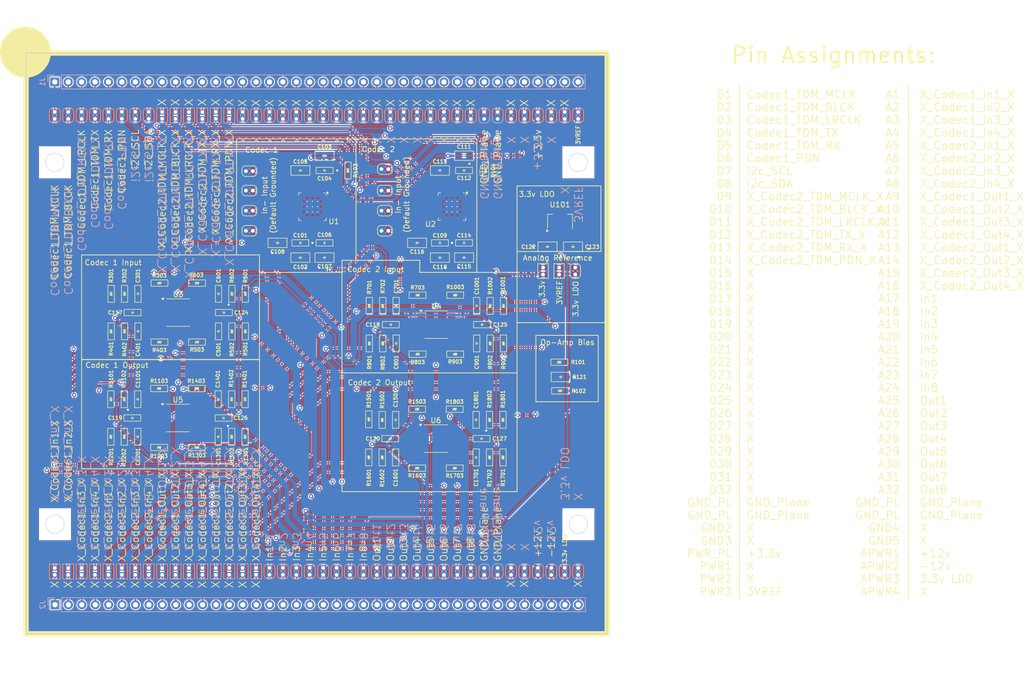
<source format=kicad_pcb>
(kicad_pcb (version 20240108) (generator "pcbnew") (generator_version "8.0")
  (title_block (company "Decapod Devices"))
  (layers (0 "F.Cu" signal) (31 "B.Cu" signal) (34 "B.Paste" user) (35 "F.Paste" user) (36 "B.SilkS" user "B.Silkscreen") (37 "F.SilkS" user "F.Silkscreen") (38 "B.Mask" user) (39 "F.Mask" user) (44 "Edge.Cuts" user))
  (property "A1" "X_Codec1_In1_X")
  (property "A10" "X_Codec1_Out2_X")
  (property "A11" "X_Codec1_Out3_X")
  (property "A12" "X_Codec1_Out4_X")
  (property "A13" "X_Codec2_Out1_X")
  (property "A14" "X_Codec2_Out2_X")
  (property "A15" "X_Codec2_Out3_X")
  (property "A16" "X_Codec2_Out4_X")
  (property "A17" "In1")
  (property "A18" "In2")
  (property "A19" "In3")
  (property "A2" "X_Codec1_In2_X")
  (property "A20" "In4")
  (property "A21" "In5")
  (property "A22" "In6")
  (property "A23" "In7")
  (property "A24" "In8")
  (property "A25" "Out1")
  (property "A26" "Out2")
  (property "A27" "Out3")
  (property "A28" "Out4")
  (property "A29" "Out5")
  (property "A3" "X_Codec1_In3_X")
  (property "A30" "Out6")
  (property "A31" "Out7")
  (property "A32" "Out8")
  (property "A4" "X_Codec1_In4_X")
  (property "A5" "X_Codec2_In1_X")
  (property "A6" "X_Codec2_In2_X")
  (property "A7" "X_Codec2_In3_X")
  (property "A8" "X_Codec2_In4_X")
  (property "A9" "X_Codec1_Out1_X")
  (property "APWR1" "+12v")
  (property "APWR2" "-12v")
  (property "APWR3" "3.3v LDO")
  (property "APWR4" "X")
  (property "D1" "Codec1_TDM_MCLK")
  (property "D10" "X_Codec2_TDM_BLCK_X")
  (property "D11" "X_Codec2_TDM_LRCLK_X")
  (property "D12" "X_Codec2_TDM_TX_X")
  (property "D13" "X_Codec2_TDM_RX_X")
  (property "D14" "X_Codec2_TDM_PDN_X")
  (property "D15" "X")
  (property "D16" "X")
  (property "D17" "X")
  (property "D18" "X")
  (property "D19" "X")
  (property "D2" "Codec1_TDM_BLCK")
  (property "D20" "X")
  (property "D21" "X")
  (property "D22" "X")
  (property "D23" "X")
  (property "D24" "X")
  (property "D25" "X")
  (property "D26" "X")
  (property "D27" "X")
  (property "D28" "X")
  (property "D29" "X")
  (property "D3" "Codec1_TDM_LRCLK")
  (property "D30" "X")
  (property "D31" "X")
  (property "D32" "X")
  (property "D4" "Codec1_TDM_TX")
  (property "D5" "Codec1_TDM_RX")
  (property "D6" "Codec1_PDN")
  (property "D7" "i2c_SCL")
  (property "D8" "i2c_SDA")
  (property "D9" "X_Codec2_TDM_MCLK_X")
  (property "GND2" "X")
  (property "GND3" "X")
  (property "GND4" "X")
  (property "GND5" "X")
  (property "GND_PL1" "GND_Plane")
  (property "GND_PL2" "GND_Plane")
  (property "GND_PL3" "GND_Plane")
  (property "GND_PL4" "GND_Plane")
  (property "PWR1" "X")
  (property "PWR2" "X")
  (property "PWR3" "3VREF")
  (property "PWR_PL" "+3.3v")
  (net 0 "")
  (net 1 "D32")
  (net 2 "PWR_PLANE")
  (net 3 "D16")
  (net 4 "D7")
  (net 5 "D21")
  (net 6 "D18")
  (net 7 "GND3")
  (net 8 "D23")
  (net 9 "D19")
  (net 10 "D27")
  (net 11 "PWR1")
  (net 12 "GND_PLANE")
  (net 13 "D29")
  (net 14 "D31")
  (net 15 "D20")
  (net 16 "GND2")
  (net 17 "D17")
  (net 18 "D8")
  (net 19 "D22")
  (net 20 "D24")
  (net 21 "D15")
  (net 22 "PWR2")
  (net 23 "D26")
  (net 24 "D25")
  (net 25 "D30")
  (net 26 "D28")
  (net 27 "A27")
  (net 28 "A5")
  (net 29 "A17")
  (net 30 "A18")
  (net 31 "A19")
  (net 32 "A14")
  (net 33 "A4")
  (net 34 "GND4")
  (net 35 "A21")
  (net 36 "A3")
  (net 37 "A13")
  (net 38 "APWR1")
  (net 39 "A32")
  (net 40 "A16")
  (net 41 "A22")
  (net 42 "A6")
  (net 43 "A9")
  (net 44 "A30")
  (net 45 "A23")
  (net 46 "A1")
  (net 47 "A24")
  (net 48 "A11")
  (net 49 "A10")
  (net 50 "A2")
  (net 51 "A7")
  (net 52 "A31")
  (net 53 "A26")
  (net 54 "GND5")
  (net 55 "A28")
  (net 56 "A8")
  (net 57 "A15")
  (net 58 "APWR4")
  (net 59 "A20")
  (net 60 "APWR2")
  (net 61 "A12")
  (net 62 "A29")
  (net 63 "A25")
  (net 64 "Net-(J1-Pin_32)")
  (net 65 "Net-(J1-Pin_37)")
  (net 66 "Net-(J1-Pin_10)")
  (net 67 "Net-(J1-Pin_16)")
  (net 68 "Net-(J1-Pin_7)")
  (net 69 "Net-(J1-Pin_21)")
  (net 70 "Net-(J1-Pin_5)")
  (net 71 "Net-(J1-Pin_18)")
  (net 72 "Net-(J1-Pin_14)")
  (net 73 "Net-(J1-Pin_36)")
  (net 74 "Net-(J1-Pin_23)")
  (net 75 "Net-(J1-Pin_19)")
  (net 76 "Net-(J1-Pin_27)")
  (net 77 "Net-(J1-Pin_38)")
  (net 78 "Net-(J1-Pin_34)")
  (net 79 "Net-(J1-Pin_29)")
  (net 80 "Net-(J1-Pin_31)")
  (net 81 "Net-(J1-Pin_33)")
  (net 82 "Net-(J1-Pin_9)")
  (net 83 "Net-(J1-Pin_3)")
  (net 84 "Net-(J1-Pin_20)")
  (net 85 "Net-(J1-Pin_35)")
  (net 86 "Net-(J1-Pin_1)")
  (net 87 "Net-(J1-Pin_17)")
  (net 88 "Net-(J1-Pin_8)")
  (net 89 "Net-(J1-Pin_6)")
  (net 90 "Net-(J1-Pin_22)")
  (net 91 "Net-(J1-Pin_2)")
  (net 92 "Net-(J1-Pin_40)")
  (net 93 "Net-(J1-Pin_4)")
  (net 94 "Net-(J1-Pin_12)")
  (net 95 "Net-(J1-Pin_24)")
  (net 96 "Net-(J1-Pin_15)")
  (net 97 "Net-(J1-Pin_39)")
  (net 98 "Net-(J1-Pin_26)")
  (net 99 "Net-(J1-Pin_25)")
  (net 100 "Net-(J1-Pin_30)")
  (net 101 "Net-(J1-Pin_13)")
  (net 102 "Net-(J1-Pin_11)")
  (net 103 "Net-(J1-Pin_28)")
  (net 104 "Net-(J2-Pin_27)")
  (net 105 "Net-(J2-Pin_33)")
  (net 106 "Net-(J2-Pin_5)")
  (net 107 "Net-(J2-Pin_17)")
  (net 108 "Net-(J2-Pin_18)")
  (net 109 "Net-(J2-Pin_19)")
  (net 110 "Net-(J2-Pin_14)")
  (net 111 "Net-(J2-Pin_4)")
  (net 112 "Net-(J2-Pin_35)")
  (net 113 "Net-(J2-Pin_21)")
  (net 114 "Net-(J2-Pin_3)")
  (net 115 "Net-(J2-Pin_13)")
  (net 116 "Net-(J2-Pin_37)")
  (net 117 "Net-(J2-Pin_32)")
  (net 118 "Net-(J2-Pin_16)")
  (net 119 "Net-(J2-Pin_22)")
  (net 120 "Net-(J2-Pin_6)")
  (net 121 "Net-(J2-Pin_9)")
  (net 122 "Net-(J2-Pin_30)")
  (net 123 "Net-(J2-Pin_39)")
  (net 124 "Net-(J2-Pin_23)")
  (net 125 "Net-(J2-Pin_1)")
  (net 126 "Net-(J2-Pin_24)")
  (net 127 "Net-(J2-Pin_11)")
  (net 128 "Net-(J2-Pin_10)")
  (net 129 "Net-(J2-Pin_2)")
  (net 130 "Net-(J2-Pin_7)")
  (net 131 "Net-(J2-Pin_31)")
  (net 132 "Net-(J2-Pin_26)")
  (net 133 "Net-(J2-Pin_36)")
  (net 134 "Net-(J2-Pin_28)")
  (net 135 "Net-(J2-Pin_8)")
  (net 136 "Net-(J2-Pin_15)")
  (net 137 "Net-(J2-Pin_40)")
  (net 138 "Net-(J2-Pin_20)")
  (net 139 "Net-(J2-Pin_38)")
  (net 140 "Net-(J2-Pin_34)")
  (net 141 "Net-(J2-Pin_12)")
  (net 142 "Net-(J2-Pin_29)")
  (net 143 "Net-(J2-Pin_25)")
  (net 144 "+3.3VA")
  (net 145 "Net-(U3A--)")
  (net 146 "Net-(C301-Pad2)")
  (net 147 "Net-(U3B--)")
  (net 148 "Net-(C401-Pad2)")
  (net 149 "Net-(U3C--)")
  (net 150 "Net-(C501-Pad2)")
  (net 151 "Net-(C601-Pad2)")
  (net 152 "Net-(U3D--)")
  (net 153 "Net-(U4A--)")
  (net 154 "Net-(C701-Pad2)")
  (net 155 "Net-(U4B--)")
  (net 156 "Net-(C801-Pad2)")
  (net 157 "Net-(U4C--)")
  (net 158 "Net-(C901-Pad2)")
  (net 159 "Net-(C1001-Pad2)")
  (net 160 "Net-(U4D--)")
  (net 161 "Net-(U5A--)")
  (net 162 "Net-(C1101-Pad1)")
  (net 163 "Net-(U5B--)")
  (net 164 "Net-(C1201-Pad1)")
  (net 165 "Net-(C1301-Pad1)")
  (net 166 "Net-(U5C--)")
  (net 167 "Net-(U5D--)")
  (net 168 "Net-(C1401-Pad1)")
  (net 169 "Net-(C1501-Pad1)")
  (net 170 "Net-(U6A--)")
  (net 171 "Net-(U6B--)")
  (net 172 "Net-(C1601-Pad1)")
  (net 173 "Net-(U6C--)")
  (net 174 "Net-(C1701-Pad1)")
  (net 175 "Net-(C1801-Pad1)")
  (net 176 "Net-(U6D--)")
  (net 177 "Codec1_TDM_MCLK")
  (net 178 "Codec1_TDM_BCLK")
  (net 179 "Codec1_TDM_LRCLK")
  (net 180 "Codec1_TDM_TX")
  (net 181 "Codec1_TDM_RX")
  (net 182 "Codec1_PDN")
  (net 183 "Codec2_TDM_MCLK")
  (net 184 "Codec2_TDM_BCLK")
  (net 185 "Codec2_TDM_LRCLK")
  (net 186 "Codec2_TDM_TX")
  (net 187 "Codec2_TDM_RX")
  (net 188 "Codec2_PDN")
  (net 189 "3VREF")
  (net 190 "3.3v_LDO")
  (net 191 "Net-(JP181-B)")
  (net 192 "Net-(JP182-B)")
  (net 193 "Net-(JP183-B)")
  (net 194 "Net-(JP184-B)")
  (net 195 "Net-(JP186-B)")
  (net 196 "Net-(JP187-B)")
  (net 197 "Net-(JP189-B)")
  (net 198 "Net-(JP191-B)")
  (net 199 "Bias_VREF")
  (net 200 "Net-(U1-VCOM)")
  (net 201 "/AK1_AVDRV")
  (net 203 "/AK2_AVDRV")
  (net 205 "Net-(U2-VCOM)")
  (net 206 "Net-(U1-SDOUT1)")
  (net 207 "Net-(U2-SDOUT1)")
  (footprint "winterbloom:R_0603_HandSolder" (layer "F.Cu") (at 141.5046 93.172 -90)
    (property "Reference" "R802")
    (property "Value" "20k")
  )
  (footprint "winterbloom:C_0805_HandSolder" (layer "F.Cu") (at 130.481 57.612)
    (property "Reference" "C103")
    (property "Value" "10u")
  )
  (footprint "Package_SO:TSSOP-14_4.4x5mm_P0.65mm" (layer "F.Cu") (at 151.6646 89.616)
    (property "Reference" "U4")
    (property "Value" "OPA1679")
  )
  (footprint "winterbloom:R_0603_HandSolder" (layer "F.Cu") (at 148.007 105.618)
    (property "Reference" "R1503")
    (property "Value" "1k")
  )
  (footprint "winterbloom:R_0603_HandSolder" (layer "F.Cu") (at 160.961 60.406 -90)
    (property "Reference" "R104")
    (property "Value" "33R")
  )
  (footprint "winterbloom:C_0603_HandSolder" (layer "F.Cu") (at 160.3006 89.616)
    (property "Reference" "C125")
    (property "Value" "100n")
  )
  (footprint "winterbloom:C_0603_HandSolder" (layer "F.Cu") (at 130.481 60.406)
    (property "Reference" "C104")
    (property "Value" "100n")
  )
  (footprint "winterbloom:C_0603_HandSolder" (layer "F.Cu") (at 143.0286 89.616 180)
    (property "Reference" "C118")
    (property "Value" "100n")
  )
  (footprint "winterbloom:R_0603_HandSolder" (layer "F.Cu") (at 148.1086 95.204)
    (property "Reference" "R803")
    (property "Value" "1k")
  )
  (footprint "winterbloom:R_0603_HandSolder" (layer "F.Cu") (at 90.095 83.774 -90)
    (property "Reference" "R301")
    (property "Value" "120k")
  )
  (footprint "winterbloom:R_0603_HandSolder" (layer "F.Cu") (at 112.955 83.774 90)
    (property "Reference" "R602")
    (property "Value" "20k")
  )
  (footprint "winterbloom:R_0603_HandSolder" (layer "F.Cu") (at 115.4442 110.8504 90)
    (property "Reference" "R1301")
    (property "Value" "20k")
  )
  (footprint "winterbloom:C_0805_HandSolder" (layer "F.Cu") (at 172.69 74.86 180)
    (property "Reference" "C122")
    (property "Value" "10u")
  )
  (footprint "winterbloom:C_0603_HandSolder" (layer "F.Cu") (at 160.199 111.206)
    (property "Reference" "C127")
    (property "Value" "100n")
  )
  (footprint "winterbloom:R_0603_HandSolder" (layer "F.Cu") (at 161.8246 93.172 -90)
    (property "Reference" "R902")
    (property "Value" "20k")
  )
  (footprint "winterbloom:C_0603_HandSolder" (layer "F.Cu") (at 95.1242 110.8504 90)
    (property "Reference" "C1201")
    (property "Value" "10p")
  )
  (footprint "winterbloom:C_0603_HandSolder" (layer "F.Cu") (at 156.897 60.406 180)
    (property "Reference" "C112")
    (property "Value" "100n")
  )
  (footprint "winterbloom:R_0603_HandSolder" (layer "F.Cu") (at 92.635 83.774 90)
    (property "Reference" "R302")
    (property "Value" "20k")
  )
  (footprint "winterbloom:C_0603_HandSolder" (layer "F.Cu") (at 110.415 90.886 -90)
    (property "Reference" "C501")
    (property "Value" "10p")
  )
  (footprint "winterbloom:R_0603_HandSolder" (layer "F.Cu") (at 164.263 114.762 90)
    (property "Reference" "R1701")
    (property "Value" "20k")
  )
  (footprint "winterbloom:R_0603_HandSolder" (layer "F.Cu") (at 106.3002 112.8824 180)
    (property "Reference" "R1303")
    (property "Value" "1k")
  )
  (footprint "winterbloom:R_0603_HandSolder" (layer "F.Cu") (at 134.926 60.406 -90)
    (property "Reference" "R103")
    (property "Value" "33R")
  )
  (footprint "Decapod_Devices:SolderJumper-2_P1.3mm_Bridged_RoundedPad1.0x1.5mm" (layer "F.Cu") (at 141.911 60.152)
    (property "Reference" "JP191")
    (property "Value" "~")
  )
  (footprint "winterbloom:R_0603_HandSolder" (layer "F.Cu") (at 106.351 92.918 180)
    (property "Reference" "R503")
    (property "Value" "1k")
  )
  (footprint "winterbloom:R_0603_HandSolder" (layer "F.Cu") (at 155.2206 95.204 180)
    (property "Reference" "R903")
    (property "Value" "1k")
  )
  (footprint "Decapod_Devices:SolderJumper-2_P1.3mm_Open_Pad1.0x1.5mm" (layer "F.Cu") (at 171.8455 79.456 90)
    (property "Reference" "JP185")
    (property "Value" "SolderJumper_2_Open")
  )
  (footprint "winterbloom:C_0603_HandSolder" (layer "F.Cu") (at 143.943 107.65 -90)
    (property "Reference" "C1501")
    (property "Value" "10p")
  )
  (footprint "winterbloom:R_0603_HandSolder" (layer "F.Cu") (at 99.1882 101.7064)
    (property "Reference" "R1103")
    (property "Value" "1k")
  )
  (footprint "winterbloom:C_0805_HandSolder" (layer "F.Cu") (at 148.007 74.122 180)
    (property "Reference" "C116")
    (property "Value" "2.2u")
  )
  (footprint "winterbloom:C_0603_HandSolder" (layer "F.Cu") (at 159.2846 93.172 -90)
    (property "Reference" "C901")
    (property "Value" "10p")
  )
  (footprint "winterbloom:C_0603_HandSolder" (layer "F.Cu") (at 110.3642 110.8504 90)
    (property "Reference" "C1301")
    (property "Value" "10p")
  )
  (footprint "winterbloom:R_0603_HandSolder" (layer "F.Cu") (at 174.931 96.728 180)
    (property "Reference" "R101")
    (property "Value" "10k")
  )
  (footprint "Decapod_Devices:SolderJumper-2_P1.3mm_Bridged_RoundedPad1.0x1.5mm" (layer "F.Cu") (at 116.257 64.216)
    (property "Reference" "JP183")
    (property "Value" "~")
  )
  (footprint "winterbloom:C_0603_HandSolder" (layer "F.Cu") (at 110.3642 103.7384 -90)
    (property "Reference" "C1401")
    (property "Value" "10p")
  )
  (footprint "Decapod_Devices:SolderJumper-2_P1.3mm_Bridged_RoundedPad1.0x1.5mm" (layer "F.Cu") (at 177.9415 79.456 -90)
    (property "Reference" "JP190")
    (property "Value" "~")
  )
  (footprint "winterbloom:R_0603_HandSolder" (layer "F.Cu") (at 115.495 90.886 90)
    (property "Reference" "R501")
    (property "Value" "120k")
  )
  (footprint "winterbloom:R_0603_HandSolder" (layer "F.Cu") (at 112.9042 110.8504 -90)
    (property "Reference" "R1302")
    (property "Value" "120k")
  )
  (footprint "winterbloom:C_0603_HandSolder" (layer "F.Cu") (at 94.1082 107.2944 180)
    (property "Reference" "C119")
    (property "Value" "100n")
  )
  (footprint "winterbloom:R_0603_HandSolder" (layer "F.Cu") (at 90.095 90.886 90)
    (property "Reference" "R401")
    (property "Value" "120k")
  )
  (footprint "winterbloom:C_0805_HandSolder" (layer "F.Cu") (at 152.325 76.916)
    (property "Reference" "C110")
    (property "Value" "10u")
  )
  (footprint "winterbloom:R_0603_HandSolder" (layer "F.Cu") (at 164.3646 86.06 -90)
    (property "Reference" "R1001")
    (property "Value" "120k")
  )
  (footprint "winterbloom:R_0603_HandSolder" (layer "F.Cu") (at 148.1086 84.028)
    (property "Reference" "R703")
    (property "Value" "1k")
  )
  (footprint "winterbloom:C_0603_HandSolder" (layer "F.Cu") (at 111.431 87.33)
    (property "Reference" "C124")
    (property "Value" "100n")
  )
  (footprint "winterbloom:R_0603_HandSolder" (layer "F.Cu") (at 148.007 116.794)
    (property "Reference" "R1603")
    (property "Value" "1k")
  )
  (footprint "winterbloom:R_0603_HandSolder" (layer "F.Cu") (at 115.495 83.774 -90)
    (property "Reference" "R601")
    (property "Value" "120k")
  )
  (footprint "winterbloom:R_0603_HandSolder" (layer "F.Cu") (at 92.5842 103.7384 90)
    (property "Reference" "R1102")
    (property "Value" "120k")
  )
  (footprint "winterbloom:C_0603_HandSolder" (layer "F.Cu") (at 111.3802 107.2944)
    (property "Reference" "C126")
    (property "Value" "100n")
  )
  (footprint "winterbloom:R_0603_HandSolder" (layer "F.Cu") (at 115.4442 103.7384 -90)
    (property "Reference" "R1401")
    (property "Value" "20k")
  )
  (footprint "winterbloom:C_0805_HandSolder" (layer "F.Cu") (at 152.325 60.406)
    (property "Reference" "C113")
    (property "Value" "2.2u")
  )
  (footprint "Decapod_Devices:SolderJumper-2_P1.3mm_Bridged_RoundedPad1.0x1.5mm" (layer "F.Cu") (at 116.257 68.026)
    (property "Reference" "JP182")
    (property "Value" "~")
  )
  (footprint "Package_SO:TSSOP-14_4.4x5mm_P0.65mm" (layer "F.Cu") (at 102.795 87.33)
    (property "Reference" "U3")
    (property "Value" "OPA1679")
  )
  (footprint "Package_DFN_QFN:QFN-32-1EP_5x5mm_P0.5mm_EP3.7x3.7mm_ThermalVias" (layer "F.Cu") (at 154.603 67.264 -90)
    (property "Reference" "U2")
    (property "Value" "AK4619VN")
  )
  (footprint "winterbloom:C_0603_HandSolder" (layer "F.Cu") (at 94.159 87.33 180)
    (property "Reference" "C117")
    (property "Value" "100n")
  )
  (footprint "Decapod_Devices:SolderJumper-2_P1.3mm_Bridged_RoundedPad1.0x1.5mm" (layer "F.Cu") (at 141.911 64.216)
    (property "Reference" "JP189")
    (property "Value" "~")
  )
  (footprint "winterbloom:R_0603_HandSolder" (layer "F.Cu") (at 106.351 81.742 180)
    (property "Reference" "R603")
    (property "Value" "1k")
  )
  (footprint "Package_SO:TSSOP-14_4.4x5mm_P0.65mm" (layer "F.Cu") (at 102.7442 107.2944)
    (property "Reference" "U5")
    (property "Value" "OPA1679")
  )
  (footprint "winterbloom:R_0603_HandSolder" (layer "F.Cu") (at 90.0442 103.7384 -90)
    (property "Reference" "R1101")
    (property "Value" "20k")
  )
  (footprint "winterbloom:C_0603_HandSolder" (layer "F.Cu") (at 159.183 107.65 -90)
    (property "Reference" "C1801")
    (property "Value" "10p")
  )
  (footprint "winterbloom:R_0603_HandSolder" (layer "F.Cu") (at 141.403 107.65 90)
    (property "Reference" "R1502")
    (property "Value" "120k")
  )
  (footprint "winterbloom:C_0603_HandSolder" (layer "F.Cu") (at 95.1242 103.7384 -90)
    (property "Reference" "C1101")
    (property "Value" "10p")
  )
  (footprint "Package_TO_SOT_SMD:SOT-89-3" (layer "F.Cu") (at 175.058 70.058 90)
    (property "Reference" "U101")
    (property "Value" "HT75xx-1-SOT89")
  )
  (footprint "Decapod_Devices:SolderJumper-2_P1.3mm_Open_Pad1.0x1.5mm" (layer "F.Cu") (at 174.8935 79.456 90)
    (property "Reference" "JP188")
    (property "Value" "SolderJumper_2_Open")
  )
  (footprint "winterbloom:R_0603_HandSolder" (layer "F.Cu") (at 164.3646 93.172 90)
    (property "Reference" "R901")
    (property "Value" "120k")
  )
  (footprint "winterbloom:R_0603_HandSolder" (layer "F.Cu") (at 155.119 116.794 180)
    (property "Reference" "R1703")
    (property "Value" "1k")
  )
  (footprint "winterbloom:C_0603_HandSolder" (layer "F.Cu") (at 156.897 74.122)
    (property "Reference" "C114")
    (property "Value" "100n")
  )
  (footprint "winterbloom:C_0603_HandSolder" (layer "F.Cu") (at 95.175 83.774 90)
    (property "Reference" "C301")
    (property "Value" "10p")
  )
  (footprint "winterbloom:R_0603_HandSolder" (layer "F.Cu") (at 155.2206 84.028 180)
    (property "Reference" "R1003")
    (property "Value" "1k")
  )
  (footprint "winterbloom:C_0603_HandSolder" (layer "F.Cu") (at 144.0446 93.172 -90)
    (property "Reference" "C801")
    (property "Value" "10p")
  )
  (footprint "Decapod_Devices:SolderJumper-2_P1.3mm_Bridged_RoundedPad1.0x1.5mm" (layer "F.Cu") (at 141.911 71.836)
    (property "Reference" "JP186")
    (property "Value" "~")
  )
  (footprint "Decapod_Devices:SolderJumper-2_P1.3mm_Bridged_RoundedPad1.0x1.5mm" (layer "F.Cu") (at 116.257 60.533)
    (property "Reference" "JP184")
    (property "Value" "~")
  )
  (footprint "winterbloom:C_0805_HandSolder" (layer "F.Cu") (at 156.897 57.612)
    (property "Reference" "C111")
    (property "Value" "10u")
  )
  (footprint "winterbloom:C_0603_HandSolder" (layer "F.Cu") (at 152.325 74.122 180)
    (property "Reference" "C109")
    (property "Value" "100n")
  )
  (footprint "winterbloom:C_0805_HandSolder" (layer "F.Cu") (at 177.516 74.86)
    (property "Reference" "C123")
    (property "Value" "10u")
  )
  (footprint "winterbloom:C_0603_HandSolder" (layer "F.Cu") (at 144.0446 86.06 90)
    (property "Reference" "C701")
    (property "Value" "10p")
  )
  (footprint "Decapod_Devices:SolderJumper-2_P1.3mm_Bridged_RoundedPad1.0x1.5mm" (layer "F.Cu") (at 116.257 71.836)
    (property "Reference" "JP181")
    (property "Value" "~")
  )
  (footprint "winterbloom:R_0603_HandSolder" (layer "F.Cu") (at 92.635 90.886 -90)
    (property "Reference" "R402")
    (property "Value" "20k")
  )
  (footprint "winterbloom:R_0603_HandSolder" (layer "F.Cu") (at 138.9646 93.172 90)
    (property "Reference" "R801")
    (property "Value" "120k")
  )
  (footprint "winterbloom:C_0805_HandSolder" (layer "F.Cu") (at 121.591 74.122 180)
    (property "Reference" "C108")
    (property "Value" "2.2u")
  )
  (footprint "winterbloom:C_0805_HandSolder" (layer "F.Cu") (at 130.481 76.916 180)
    (property "Reference" "C107")
    (property "Value" "10u")
  )
  (footprint "winterbloom:C_0603_HandSolder" (layer "F.Cu") (at 142.927 111.206 180)
    (property "Reference" "C120")
    (property "Value" "100n")
  )
  (footprint "winterbloom:R_0603_HandSolder" (layer "F.Cu") (at 99.1882 112.8824)
    (property "Reference" "R1203")
    (property "Value" "1k")
  )
  (footprint "winterbloom:R_0603_HandSolder" (layer "F.Cu") (at 90.0442 110.8504 90)
    (property "Reference" "R1201")
    (property "Value" "20k")
  )
  (footprint "winterbloom:C_0603_HandSolder" (layer "F.Cu") (at 110.415 83.774 90)
    (property "Reference" "C601")
    (property "Value" "10p")
  )
  (footprint "winterbloom:R_0603_HandSolder" (layer "F.Cu") (at 155.119 105.618 180)
    (property "Reference" "R1803")
    (property "Value" "1k")
  )
  (footprint "winterbloom:C_0603_HandSolder" (layer "F.Cu") (at 130.481 74.122 180)
    (property "Reference" "C106")
    (property "Value" "100n")
  )
  (footprint "winterbloom:R_0603_HandSolder" (layer "F.Cu") (at 112.955 90.886 -90)
    (property "Reference" "R502")
    (property "Value" "20k")
  )
  (footprint "winterbloom:R_0603_HandSolder" (layer "F.Cu") (at 99.239 92.918)
    (property "Reference" "R403")
    (property "Value" "1k")
  )
  (footprint "winterbloom:C_0805_HandSolder" (layer "F.Cu") (at 125.909 76.916)
    (property "Reference" "C102")
    (property "Value" "10u")
  )
  (footprint "winterbloom:R_0603_HandSolder" (layer "F.Cu") (at 141.403 114.762 -90)
    (property "Reference" "R1602")
    (property "Value" "120k")
  )
  (footprint "winterbloom:R_0603_HandSolder" (layer "F.Cu") (at 141.5046 86.06 90)
    (property "Reference" "R702")
    (property "Value" "20k")
  )
  (footprint "winterbloom:C_0805_HandSolder" (layer "F.Cu") (at 175.185 99.522 180)
    (property "Reference" "C121")
    (property "Value" "2.2u")
  )
  (footprint "winterbloom:C_0603_HandSolder" (layer "F.Cu") (at 125.909 74.122)
    (property "Reference" "C101")
    (property "Value" "100n")
  )
  (footprint "winterbloom:R_0603_HandSolder" (layer "F.Cu") (at 175.073 102.146 180)
    (property "Reference" "R102")
    (property "Value" "7.5k")
  )
  (footprint "winterbloom:C_0603_HandSolder" (layer "F.Cu") (at 159.183 114.762 90)
    (property "Reference" "C1701")
    (property "Value" "10p")
  )
  (footprint "winterbloom:R_0603_HandSolder" (layer "F.Cu") (at 138.9646 86.06 -90)
    (property "Reference" "R701")
    (property "Value" "120k")
  )
  (footprint "winterbloom:R_0603_HandSolder" (layer "F.Cu") (at 164.263 107.65 -90)
    (property "Reference" "R1801")
    (property "Value" "20k")
  )
  (footprint "winterbloom:C_0805_HandSolder" (layer "F.Cu") (at 156.897 76.916 180)
    (property "Reference" "C115")
    (property "Value" "10u")
  )
  (footprint "winterbloom:R_0603_HandSolder" (layer "F.Cu") (at 99.239 81.742)
    (property "Reference" "R303")
    (property "Value" "1k")
  )
  (footprint "winterbloom:R_0603_HandSolder" (layer "F.Cu") (at 106.3002 101.7064 180)
    (property "Reference" "R1403")
    (property "Value" "1k")
  )
  (footprint "Package_SO:TSSOP-14_4.4x5mm_P0.65mm" (layer "F.Cu") (at 151.563 111.206)
    (property "Reference" "U6")
    (property "Value" "OPA1679")
  )
  (footprint "winterbloom:C_0805_HandSolder" (layer "F.Cu") (at 125.909 60.406)
    (property "Reference" "C105")
    (property "Value" "2.2u")
  )
  (footprint "winterbloom:R_0603_HandSolder" (layer "F.Cu") (at 138.863 107.5465 -90)
    (property "Reference" "R1501")
    (property "Value" "20k")
  )
  (footprint "winterbloom:R_0603_HandSolder" (layer "F.Cu") (at 161.8246 86.06 90)
    (property "Reference" "R1002")
    (property "Value" "20k")
  )
  (footprint "winterbloom:R_0603_HandSolder" (layer "F.Cu") (at 112.9042 103.7384 90)
    (property "Reference" "R1402")
    (property "Value" "120k")
  )
  (footprint "winterbloom:R_0603_HandSolder" (layer "F.Cu") (at 161.723 107.65 90)
    (property "Reference" "R1802")
    (property "Value" "120k")
  )
  (footprint "winterbloom:C_0603_HandSolder" (layer "F.Cu") (at 159.2846 86.06 90)
    (property "Reference" "C1001")
    (property "Value" "10p")
  )
  (footprint "winterbloom:C_0603_HandSolder" (layer "F.Cu") (at 143.943 114.762 90)
    (property "Reference" "C1601")
    (property "Value" "10p")
  )
  (footprint "winterbloom:C_0603_HandSolder" (layer "F.Cu") (at 95.175 90.886 -90)
    (property "Reference" "C401")
    (property "Value" "10p")
  )
  (footprint "Package_DFN_QFN:QFN-32-1EP_5x5mm_P0.5mm_EP3.7x3.7mm_ThermalVias" (layer "F.Cu") (at 128.195 67.264 -90)
    (property "Reference" "U1")
    (property "Value" "AK4619VN")
  )
  (footprint "winterbloom:R_0603_HandSolder" (layer "F.Cu") (at 161.723 114.762 -90)
    (property "Reference" "R1702")
    (property "Value" "120k")
  )
  (footprint "winterbloom:R_0603_HandSolder" (layer "F.Cu") (at 138.863 114.762 90)
    (property "Reference" "R1601")
    (property "Value" "20k")
  )
  (footprint "winterbloom:R_0603_HandSolder" (layer "F.Cu") (at 92.5842 110.8504 -90)
    (property "Reference" "R1202")
    (property "Value" "120k")
  )
  (footprint "Decapod_Devices:SolderJumper-2_P1.3mm_Bridged_RoundedPad1.0x1.5mm" (layer "F.Cu") (at 141.911 68.026)
    (property "Reference" "JP187")
    (property "Value" "~")
  )
  (footprint "Decapod_Devices:SolderJumper-2_P1.3mm_Bridged_RoundedPad1.0x1.5mm" (layer "B.Cu") (at 94.667 49.962 -90)
    (property "Reference" "JP107")
    (property "Value" "~")
  )
  (footprint "Decapod_Devices:SolderJumper-2_P1.3mm_Bridged_RoundedPad1.0x1.5mm" (layer "B.Cu") (at 178.487 49.977 -90)
    (property "Reference" "JP140")
    (property "Value" "~")
  )
  (footprint "Decapod_Devices:SolderJumper-2_P1.3mm_Bridged_RoundedPad1.0x1.5mm" (layer "B.Cu") (at 163.247 136.352 -90)
    (property "Reference" "JP174")
    (property "Value" "~")
  )
  (footprint "Decapod_Devices:SolderJumper-2_P1.3mm_Bridged_RoundedPad1.0x1.5mm" (layer "B.Cu") (at 155.627 136.352 -90)
    (property "Reference" "JP171")
    (property "Value" "~")
  )
  (footprint "Decapod_Devices:SolderJumper-2_P1.3mm_Bridged_RoundedPad1.0x1.5mm" (layer "B.Cu") (at 165.787 136.352 -90)
    (property "Reference" "JP175")
    (property "Value" "~")
  )
  (footprint "Decapod_Devices:SolderJumper-2_P1.3mm_Bridged_RoundedPad1.0x1.5mm" (layer "B.Cu") (at 120.067 49.962 -90)
    (property "Reference" "JP117")
    (property "Value" "~")
  )
  (footprint "Decapod_Devices:SolderJumper-2_P1.3mm_Open_Pad1.0x1.5mm" (layer "B.Cu") (at 104.827 49.992 90)
    (property "Reference" "JP111")
    (property "Value" "SolderJumper_2_Open")
  )
  (footprint "Decapod_Devices:SolderJumper-2_P1.3mm_Bridged_RoundedPad1.0x1.5mm" (layer "B.Cu") (at 163.247 49.992 -90)
    (property "Reference" "JP134")
    (property "Value" "~")
  )
  (footprint "Decapod_Devices:SolderJumper-2_P1.3mm_Bridged_RoundedPad1.0x1.5mm" (layer "B.Cu") (at 79.412 49.977 -90)
    (property "Reference" "JP101")
    (property "Value" "~")
  )
  (footprint "Decapod_Devices:SolderJumper-2_P1.3mm_Bridged_RoundedPad1.0x1.5mm" (layer "B.Cu") (at 158.167 49.992 -90)
    (property "Reference" "JP132")
    (property "Value" "~")
  )
  (footprint "Decapod_Devices:SolderJumper-2_P1.3mm_Bridged_RoundedPad1.0x1.5mm" (layer "B.Cu") (at 145.467 49.992 -90)
    (property "Reference" "JP127")
    (property "Value" "~")
  )
  (footprint "Decapod_Devices:SolderJumper-2_P1.3mm_Bridged_RoundedPad1.0x1.5mm" (layer "B.Cu") (at 142.927 49.992 -90)
    (property "Reference" "JP126")
    (property "Value" "~")
  )
  (footprint "Decapod_Devices:SolderJumper-2_P1.3mm_Bridged_RoundedPad1.0x1.5mm" (layer "B.Cu") (at 120.067 136.337 -90)
    (property "Reference" "JP157")
    (property "Value" "~")
  )
  (footprint "Decapod_Devices:SolderJumper-2_P1.3mm_Bridged_RoundedPad1.0x1.5mm" (layer "B.Cu") (at 135.307 49.992 -90)
    (property "Reference" "JP123")
    (property "Value" "~")
  )
  (footprint "Decapod_Devices:SolderJumper-2_P1.3mm_Bridged_RoundedPad1.0x1.5mm" (layer "B.Cu") (at 160.707 136.367 -90)
    (property "Reference" "JP173")
    (property "Value" "~")
  )
  (footprint "Decapod_Devices:SolderJumper-2_P1.3mm_Bridged_RoundedPad1.0x1.5mm" (layer "B.Cu") (at 87.047 49.962 -90)
    (property "Reference" "JP104")
    (property "Value" "~")
  )
  (footprint "Decapod_Devices:SolderJumper-2_P1.3mm_Bridged_RoundedPad1.0x1.5mm" (layer "B.Cu") (at 92.127 49.962 -90)
    (property "Reference" "JP106")
    (property "Value" "~")
  )
  (footprint "Decapod_Devices:SolderJumper-2_P1.3mm_Bridged_RoundedPad1.0x1.5mm" (layer "B.Cu") (at 89.587 49.977 -90)
    (property "Reference" "JP105")
    (property "Value" "~")
  )
  (footprint "Decapod_Devices:SolderJumper-2_P1.3mm_Open_Pad1.0x1.5mm" (layer "B.Cu") (at 114.987 136.337 90)
    (property "Reference" "JP155")
    (property "Value" "SolderJumper_2_Open")
  )
  (footprint "Decapod_Devices:SolderJumper-2_P1.3mm_Bridged_RoundedPad1.0x1.5mm" (layer "B.Cu") (at 150.547 49.992 -90)
    (property "Reference" "JP129")
    (property "Value" "~")
  )
  (footprint "Decapod_Devices:SolderJumper-2_P1.3mm_Open_Pad1.0x1.5mm" (layer "B.Cu") (at 87.047 136.352 90)
    (property "Reference" "JP144")
    (property "Value" "SolderJumper_2_Open")
  )
  (footprint "Decapod_Devices:SolderJumper-2_P1.3mm_Open_Pad1.0x1.5mm" (layer "B.Cu") (at 112.447 136.337 90)
    (property "Reference" "JP154")
    (property "Value" "SolderJumper_2_Open")
  )
  (footprint "Decapod_Devices:SolderJumper-2_P1.3mm_Bridged_RoundedPad1.0x1.5mm" (layer "B.Cu") (at 137.847 49.992 -90)
    (property "Reference" "JP124")
    (property "Value" "~")
  )
  (footprint "Decapod_Devices:SolderJumper-2_P1.3mm_Open_Pad1.0x1.5mm" (layer "B.Cu") (at 99.747 49.962 90)
    (property "Reference" "JP109")
    (property "Value" "SolderJumper_2_Open")
  )
  (footprint "Decapod_Devices:SolderJumper-2_P1.3mm_Open_Pad1.0x1.5mm" (layer "B.Cu") (at 84.507 136.352 90)
    (property "Reference" "JP143")
    (property "Value" "SolderJumper_2_Open")
  )
  (footprint "Decapod_Devices:SolderJumper-2_P1.3mm_Bridged_RoundedPad1.0x1.5mm" (layer "B.Cu") (at 114.987 49.977 -90)
    (property "Reference" "JP115")
    (property "Value" "~")
  )
  (footprint "Decapod_Devices:SolderJumper-2_P1.3mm_Open_Pad1.0x1.5mm" (layer "B.Cu") (at 99.747 136.367 90)
    (property "Reference" "JP149")
    (property "Value" "SolderJumper_2_Open")
  )
  (footprint "Decapod_Devices:SolderJumper-2_P1.3mm_Bridged_RoundedPad1.0x1.5mm" (layer "B.Cu") (at 117.527 49.977 -90)
    (property "Reference" "JP116")
    (property "Value" "~")
  )
  (footprint "Connector_PinHeader_2.54mm:PinHeader_1x40_P2.54mm_Vertical" (layer "B.Cu") (at 79.427 43.642 -90)
    (property "Reference" "J1")
    (property "Value" "Conn_01x40")
  )
  (footprint "Decapod_Devices:SolderJumper-2_P1.3mm_Bridged_RoundedPad1.0x1.5mm" (layer "B.Cu") (at 153.087 49.977 -90)
    (property "Reference" "JP130")
    (property "Value" "~")
  )
  (footprint "Decapod_Devices:SolderJumper-2_P1.3mm_Bridged_RoundedPad1.0x1.5mm" (layer "B.Cu") (at 132.767 49.977 -90)
    (property "Reference" "JP122")
    (property "Value" "~")
  )
  (footprint "Decapod_Devices:SolderJumper-2_P1.3mm_Bridged_RoundedPad1.0x1.5mm" (layer "B.Cu") (at 142.927 136.352 -90)
    (property "Reference" "JP166")
    (property "Value" "~")
  )
  (footprint "Decapod_Devices:SolderJumper-2_P1.3mm_Bridged_RoundedPad1.0x1.5mm" (layer "B.Cu") (at 160.707 49.992 -90)
    (property "Reference" "JP133")
    (property "Value" "~")
  )
  (footprint "Decapod_Devices:SolderJumper-2_P1.3mm_Open_Pad1.0x1.5mm" (layer "B.Cu") (at 117.527 136.337 90)
    (property "Reference" "JP156")
    (property "Value" "SolderJumper_2_Open")
  )
  (footprint "Decapod_Devices:SolderJumper-2_P1.3mm_Bridged_RoundedPad1.0x1.5mm" (layer "B.Cu") (at 148.007 136.352 -90)
    (property "Reference" "JP168")
    (property "Value" "~")
  )
  (footprint "Decapod_Devices:SolderJumper-2_P1.3mm_Bridged_RoundedPad1.0x1.5mm" (layer "B.Cu") (at 130.227 49.962 -90)
    (property "Reference" "JP121")
    (property "Value" "~")
  )
  (footprint "Decapod_Devices:SolderJumper-2_P1.3mm_Bridged_RoundedPad1.0x1.5mm" (layer "B.Cu") (at 97.207 49.962 -90)
    (property "Reference" "JP108")
    (property "Value" "~")
  )
  (footprint "Decapod_Devices:SolderJumper-2_P1.3mm_Open_Pad1.0x1.5mm" (layer "B.Cu") (at 104.827 136.367 90)
    (property "Reference" "JP151")
    (property "Value" "SolderJumper_2_Open")
  )
  (footprint "Decapod_Devices:SolderJumper-2_P1.3mm_Bridged_RoundedPad1.0x1.5mm" (layer "B.Cu") (at 150.547 136.352 -90)
    (property "Reference" "JP169")
    (property "Value" "~")
  )
  (footprint "Decapod_Devices:SolderJumper-2_P1.3mm_Bridged_RoundedPad1.0x1.5mm" (layer "B.Cu") (at 140.387 136.352 -90)
    (property "Reference" "JP165")
    (property "Value" "~")
  )
  (footprint "Decapod_Devices:SolderJumper-2_P1.3mm_Bridged_RoundedPad1.0x1.5mm" (layer "B.Cu") (at 122.607 136.337 -90)
    (property "Reference" "JP158")
    (property "Value" "~")
  )
  (footprint "Decapod_Devices:SolderJumper-2_P1.3mm_Bridged_RoundedPad1.0x1.5mm" (layer "B.Cu") (at 122.607 49.992 -90)
    (property "Reference" "JP118")
    (property "Value" "~")
  )
  (footprint "Decapod_Devices:SolderJumper-2_P1.3mm_Bridged_RoundedPad1.0x1.5mm" (layer "B.Cu") (at 158.167 136.367 -90)
    (property "Reference" "JP172")
    (property "Value" "~")
  )
  (footprint "Decapod_Devices:SolderJumper-2_P1.3mm_Bridged_RoundedPad1.0x1.5mm" (layer "B.Cu") (at 175.947 136.352 -90)
    (property "Reference" "JP179")
    (property "Value" "~")
  )
  (footprint "Decapod_Devices:SolderJumper-2_P1.3mm_Bridged_RoundedPad1.0x1.5mm" (layer "B.Cu") (at 81.967 49.977 -90)
    (property "Reference" "JP102")
    (property "Value" "~")
  )
  (footprint "Decapod_Devices:SolderJumper-2_P1.3mm_Bridged_RoundedPad1.0x1.5mm" (layer "B.Cu") (at 125.147 136.352 -90)
    (property "Reference" "JP159")
    (property "Value" "~")
  )
  (footprint "Decapod_Devices:SolderJumper-2_P1.3mm_Bridged_RoundedPad1.0x1.5mm" (layer "B.Cu") (at 155.627 49.977 -90)
    (property "Reference" "JP131")
    (property "Value" "~")
  )
  (footprint "Decapod_Devices:SolderJumper-2_P1.3mm_Bridged_RoundedPad1.0x1.5mm" (layer "B.Cu") (at 145.467 136.352 -90)
    (property "Reference" "JP167")
    (property "Value" "~")
  )
  (footprint "Decapod_Devices:SolderJumper-2_P1.3mm_Bridged_RoundedPad1.0x1.5mm" (layer "B.Cu") (at 173.407 49.992 -90)
    (property "Reference" "JP138")
    (property "Value" "~")
  )
  (footprint "Decapod_Devices:SolderJumper-2_P1.3mm_Open_Pad1.0x1.5mm" (layer "B.Cu") (at 94.667 136.367 90)
    (property "Reference" "JP147")
    (property "Value" "SolderJumper_2_Open")
  )
  (footprint "Decapod_Devices:SolderJumper-2_P1.3mm_Bridged_RoundedPad1.0x1.5mm" (layer "B.Cu") (at 127.687 49.992 -90)
    (property "Reference" "JP120")
    (property "Value" "~")
  )
  (footprint "Decapod_Devices:SolderJumper-2_P1.3mm_Bridged_RoundedPad1.0x1.5mm" (layer "B.Cu") (at 170.867 136.352 -90)
    (property "Reference" "JP177")
    (property "Value" "~")
  )
  (footprint "Decapod_Devices:SolderJumper-2_P1.3mm_Open_Pad1.0x1.5mm" (layer "B.Cu") (at 102.287 136.367 90)
    (property "Reference" "JP150")
    (property "Value" "SolderJumper_2_Open")
  )
  (footprint "Decapod_Devices:SolderJumper-2_P1.3mm_Bridged_RoundedPad1.0x1.5mm" (layer "B.Cu") (at 175.947 49.992 -90)
    (property "Reference" "JP139")
    (property "Value" "~")
  )
  (footprint "Decapod_Devices:SolderJumper-2_P1.3mm_Open_Pad1.0x1.5mm" (layer "B.Cu") (at 112.447 49.992 90)
    (property "Reference" "JP114")
    (property "Value" "SolderJumper_2_Open")
  )
  (footprint "Decapod_Devices:SolderJumper-2_P1.3mm_Bridged_RoundedPad1.0x1.5mm" (layer "B.Cu") (at 148.007 49.992 -90)
    (property "Reference" "JP128")
    (property "Value" "~")
  )
  (footprint "Decapod_Devices:SolderJumper-2_P1.3mm_Open_Pad1.0x1.5mm" (layer "B.Cu") (at 92.127 136.352 90)
    (property "Reference" "JP146")
    (property "Value" "SolderJumper_2_Open")
  )
  (footprint "Decapod_Devices:SolderJumper-2_P1.3mm_Bridged_RoundedPad1.0x1.5mm" (layer "B.Cu") (at 170.867 49.992 -90)
    (property "Reference" "JP137")
    (property "Value" "~")
  )
  (footprint "Decapod_Devices:SolderJumper-2_P1.3mm_Open_Pad1.0x1.5mm" (layer "B.Cu") (at 102.287 49.977 90)
    (property "Reference" "JP110")
    (property "Value" "SolderJumper_2_Open")
  )
  (footprint "Decapod_Devices:SolderJumper-2_P1.3mm_Open_Pad1.0x1.5mm" (layer "B.Cu") (at 89.587 136.367 90)
    (property "Reference" "JP145")
    (property "Value" "SolderJumper_2_Open")
  )
  (footprint "Decapod_Devices:SolderJumper-2_P1.3mm_Open_Pad1.0x1.5mm" (layer "B.Cu") (at 81.967 136.367 90)
    (property "Reference" "JP142")
    (property "Value" "SolderJumper_2_Open")
  )
  (footprint "Decapod_Devices:SolderJumper-2_P1.3mm_Bridged_RoundedPad1.0x1.5mm" (layer "B.Cu") (at 168.327 136.367 -90)
    (property "Reference" "JP176")
    (property "Value" "~")
  )
  (footprint "Decapod_Devices:SolderJumper-2_P1.3mm_Open_Pad1.0x1.5mm" (layer "B.Cu") (at 79.427 136.352 90)
    (property "Reference" "JP141")
    (property "Value" "SolderJumper_2_Open")
  )
  (footprint "Decapod_Devices:SolderJumper-2_P1.3mm_Open_Pad1.0x1.5mm" (layer "B.Cu") (at 109.907 49.962 90)
    (property "Reference" "JP113")
    (property "Value" "SolderJumper_2_Open")
  )
  (footprint "Decapod_Devices:SolderJumper-2_P1.3mm_Bridged_RoundedPad1.0x1.5mm" (layer "B.Cu") (at 165.787 49.992 -90)
    (property "Reference" "JP135")
    (property "Value" "~")
  )
  (footprint "Decapod_Devices:SolderJumper-2_P1.3mm_Bridged_RoundedPad1.0x1.5mm" (layer "B.Cu") (at 130.227 136.352 -90)
    (property "Reference" "JP161")
    (property "Value" "~")
  )
  (footprint "Decapod_Devices:SolderJumper-2_P1.3mm_Bridged_RoundedPad1.0x1.5mm" (layer "B.Cu") (at 125.147 49.992 -90)
    (property "Reference" "JP119")
    (property "Value" "~")
  )
  (footprint "Decapod_Devices:SolderJumper-2_P1.3mm_Bridged_RoundedPad1.0x1.5mm" (layer "B.Cu") (at 168.327 49.992 -90)
    (property "Reference" "JP136")
    (property "Value" "~")
  )
  (footprint "Decapod_Devices:SolderJumper-2_P1.3mm_Bridged_RoundedPad1.0x1.5mm" (layer "B.Cu") (at 173.407 136.367 -90)
    (property "Reference" "JP178")
    (property "Value" "~")
  )
  (footprint "Decapod_Devices:SolderJumper-2_P1.3mm_Open_Pad1.0x1.5mm" (layer "B.Cu") (at 109.907 136.367 90)
    (property "Reference" "JP153")
    (property "Value" "SolderJumper_2_Open")
  )
  (footprint "Decapod_Devices:SolderJumper-2_P1.3mm_Bridged_RoundedPad1.0x1.5mm" (layer "B.Cu") (at 84.507 49.977 -90)
    (property "Reference" "JP103")
    (property "Value" "~")
  )
  (footprint "Decapod_Devices:SolderJumper-2_P1.3mm_Bridged_RoundedPad1.0x1.5mm" (layer "B.Cu") (at 127.687 136.337 -90)
    (property "Reference" "JP160")
    (property "Value" "~")
  )
  (footprint "Decapod_Devices:SolderJumper-2_P1.3mm_Bridged_RoundedPad1.0x1.5mm" (layer "B.Cu") (at 135.307 136.352 -90)
    (property "Reference" "JP163")
    (property "Value" "~")
  )
  (footprint "Decapod_Devices:SolderJumper-2_P1.3mm_Bridged_RoundedPad1.0x1.5mm" (layer "B.Cu") (at 140.387 49.977 -90)
    (property "Reference" "JP125")
    (property "Value" "~")
  )
  (footprint "Decapod_Devices:SolderJumper-2_P1.3mm_Open_Pad1.0x1.5mm" (layer "B.Cu") (at 97.207 136.352 90)
    (property "Reference" "JP148")
    (property "Value" "SolderJumper_2_Open")
  )
  (footprint "Decapod_Devices:SolderJumper-2_P1.3mm_Open_Pad1.0x1.5mm" (layer "B.Cu") (at 107.367 136.352 90)
    (property "Reference" "JP152")
    (property "Value" "SolderJumper_2_Open")
  )
  (footprint "Decapod_Devices:SolderJumper-2_P1.3mm_Bridged_RoundedPad1.0x1.5mm" (layer "B.Cu") (at 153.087 136.367 -90)
    (property "Reference" "JP170")
    (property "Value" "~")
  )
  (footprint "Decapod_Devices:SolderJumper-2_P1.3mm_Open_Pad1.0x1.5mm" (layer "B.Cu") (at 107.367 49.992 90)
    (property "Reference" "JP112")
    (property "Value" "SolderJumper_2_Open")
  )
  (footprint "Decapod_Devices:SolderJumper-2_P1.3mm_Bridged_RoundedPad1.0x1.5mm" (layer "B.Cu") (at 178.487 136.367 -90)
    (property "Reference" "JP180")
    (property "Value" "~")
  )
  (footprint "Connector_PinHeader_2.54mm:PinHeader_1x40_P2.54mm_Vertical" (layer "B.Cu") (at 79.465 142.667 -90)
    (property "Reference" "J2")
    (property "Value" "Conn_01x40")
  )
  (footprint "Decapod_Devices:SolderJumper-2_P1.3mm_Bridged_RoundedPad1.0x1.5mm" (layer "B.Cu") (at 137.847 136.367 -90)
    (property "Reference" "JP164")
    (property "Value" "~")
  )
  (footprint "Decapod_Devices:SolderJumper-2_P1.3mm_Bridged_RoundedPad1.0x1.5mm" (layer "B.Cu") (at 132.767 136.352 -90)
    (property "Reference" "JP162")
    (property "Value" "~")
  )
  (gr_rect (start 133.783 98.76) (end 166.93 121.239) (stroke (width 0.15)) (fill none) (layer "F.SilkS"))
  (gr_rect (start 170.486 91.648) (end 182.297 104.221) (stroke (width 0.15)) (fill none) (layer "F.SilkS"))
  (gr_line (start 209.005 44.147) (end 209.005 141.651) (stroke (width 0.15)) (layer "F.SilkS"))
  (gr_line (start 113.844 54.437) (end 136.45 54.437) (stroke (width 0.15)) (layer "F.SilkS"))
  (gr_line (start 166.93 75.76) (end 166.93 79.71) (stroke (width 0.15)) (layer "F.SilkS"))
  (gr_line (start 136.45 54.437) (end 159.31 54.437) (stroke (width 0.15)) (layer "F.SilkS"))
  (gr_line (start 148.515 77.424) (end 133.783 77.424) (stroke (width 0.15)) (layer "F.SilkS"))
  (gr_rect (start 73.995 38.167) (end 183.995 148.167) (stroke (width 1)) (fill none) (layer "F.SilkS"))
  (gr_line (start 159.31 54.437) (end 159.31 79.71) (stroke (width 0.15)) (layer "F.SilkS"))
  (gr_line (start 166.93 98.76) (end 166.93 79.71) (stroke (width 0.15)) (layer "F.SilkS"))
  (gr_line (start 136.45 54.437) (end 136.45 77.424) (stroke (width 0.15)) (layer "F.SilkS"))
  (gr_rect (start 166.93 63.327) (end 182.805 75.76) (stroke (width 0.15)) (fill none) (layer "F.SilkS"))
  (gr_line (start 133.783 79.71) (end 118.162 79.71) (stroke (width 0.15)) (layer "F.SilkS"))
  (gr_line (start 166.93 89.235) (end 183.948 89.235) (stroke (width 0.15)) (layer "F.SilkS"))
  (gr_line (start 133.783 77.424) (end 133.783 98.76) (stroke (width 0.15)) (layer "F.SilkS"))
  (gr_line (start 241.025 44.147) (end 241.009 141.651) (stroke (width 0.15)) (layer "F.SilkS"))
  (gr_line (start 148.515 79.71) (end 148.515 77.424) (stroke (width 0.15)) (layer "F.SilkS"))
  (gr_circle (center 73.877 38.019) (end 78.621471 38.019) (stroke (width 0.15)) (fill solid) (layer "F.SilkS"))
  (gr_line (start 166.93 79.71) (end 148.515 79.71) (stroke (width 0.15)) (layer "F.SilkS"))
  (gr_rect (start 84.507 76.408) (end 118.162 96.22) (stroke (width 0.15)) (fill none) (layer "F.SilkS"))
  (gr_rect (start 84.507 96.22) (end 118.162 116.921) (stroke (width 0.15)) (fill none) (layer "F.SilkS"))
  (gr_line (start 113.844 76.408) (end 113.844 54.437) (stroke (width 0.15)) (layer "F.SilkS"))
  (gr_circle (center 178.525 127.427) (end 180.275 127.427) (stroke (width 0.1)) (fill none) (layer "Edge.Cuts"))
  (gr_circle (center 79.427 58.882) (end 81.177 58.882) (stroke (width 0.1)) (fill none) (layer "Edge.Cuts"))
  (gr_circle (center 178.487 58.882) (end 180.237 58.882) (stroke (width 0.1)) (fill none) (layer "Edge.Cuts"))
  (gr_circle (center 79.465 127.427) (end 81.215 127.427) (stroke (width 0.1)) (fill none) (layer "Edge.Cuts"))
  (gr_rect (start 73.995 38.167) (end 183.995 148.167) (stroke (width 0.15)) (fill none) (layer "Edge.Cuts"))
  (gr_text "${A18}" (at 122.607 132.542 -90) (layer "B.SilkS") (effects (font (size 1.5 1.5)) (justify left mirror)))
  (gr_text "${D6}" (at 92.127 53.802 -90) (layer "B.SilkS") (effects (font (size 1.5 1.5)) (justify right mirror)))
  (gr_text "${GND5}" (at 168.327 132.542 -90) (layer "B.SilkS") (effects (font (size 1.5 1.5)) (justify left mirror)))
  (gr_text "${D3}" (at 84.507 53.802 -90) (layer "B.SilkS") (effects (font (size 1.5 1.5)) (justify right mirror)))
  (gr_text "${D5}" (at 89.587 53.802 -90) (layer "B.SilkS") (effects (font (size 1.5 1.5)) (justify right mirror)))
  (gr_text "${A29}" (at 150.547 132.542 -90) (layer "B.SilkS") (effects (font (size 1.5 1.5)) (justify left mirror)))
  (gr_text "${D13}" (at 109.907 53.802 -90) (layer "B.SilkS") (effects (font (size 1.5 1.5)) (justify right mirror)))
  (gr_text "${D32}" (at 158.167 53.802 -90) (layer "B.SilkS") (effects (font (size 1.5 1.5)) (justify right mirror)))
  (gr_text "${D2}" (at 81.967 63.327 -90) (layer "B.SilkS") (effects (font (size 1.5 1.5)) (justify right mirror)))
  (gr_text "${D7}" (at 94.667 53.802 -90) (layer "B.SilkS") (effects (font (size 1.5 1.5)) (justify right mirror)))
  (gr_text "${A22}" (at 132.767 132.542 -90) (layer "B.SilkS") (effects (font (size 1.5 1.5)) (justify left mirror)))
  (gr_text "${A4}" (at 87.047 132.542 -90) (layer "B.SilkS") (effects (font (size 1.5 1.5)) (justify left mirror)))
  (gr_text "${D28}" (at 148.007 53.802 -90) (layer "B.SilkS") (effects (font (size 1.5 1.5)) (justify right mirror)))
  (gr_text "${A14}" (at 112.447 132.542 -90) (layer "B.SilkS") (effects (font (size 1.5 1.5)) (justify left mirror)))
  (gr_text "${A19}" (at 125.184894 132.517075 -90) (layer "B.SilkS") (effects (font (size 1.5 1.5)) (justify left mirror)))
  (gr_text "${A8}" (at 97.207 132.542 -90) (layer "B.SilkS") (effects (font (size 1.5 1.5)) (justify left mirror)))
  (gr_text "${GND_PL2}" (at 163.247 53.802 -90) (layer "B.SilkS") (effects (font (size 1.5 1.5)) (justify right mirror)))
  (gr_text "${A3}" (at 84.507 132.542 -90) (layer "B.SilkS") (effects (font (size 1.5 1.5)) (justify left mirror)))
  (gr_text "${D21}" (at 130.227 53.802 -90) (layer "B.SilkS") (effects (font (size 1.5 1.5)) (justify right mirror)))
  (gr_text "${D8}" (at 97.207 53.802 -90) (layer "B.SilkS") (effects (font (size 1.5 1.5)) (justify right mirror)))
  (gr_text "${D1}" (at 79.427 63.327 -90) (layer "B.SilkS") (effects (font (size 1.5 1.5)) (justify right mirror)))
  (gr_text "${GND4}" (at 165.787 132.542 -90) (layer "B.SilkS") (effects (font (size 1.5 1.5)) (justify left mirror)))
  (gr_text "${D10}" (at 102.287 53.802 -90) (layer "B.SilkS") (effects (font (size 1.5 1.5)) (justify right mirror)))
  (gr_text "${A26}" (at 142.973923 132.517075 -90) (layer "B.SilkS") (effects (font (size 1.5 1.5)) (justify left mirror)))
  (gr_text "${D4}" (at 87.047 53.802 -90) (layer "B.SilkS") (effects (font (size 1.5 1.5)) (justify right mirror)))
  (gr_text "${A5}" (at 89.587 132.542 -90) (layer "B.SilkS") (effects (font (size 1.5 1.5)) (justify left mirror)))
  (gr_text "${APWR3}" (at 175.947 123.017 -90) (layer "B.SilkS") (effects (font (size 1.5 1.5)) (justify left mirror)))
  (gr_text "${D9}" (at 99.747 53.802 -90) (layer "B.SilkS") (effects (font (size 1.5 1.5)) (justify right mirror)))
  (gr_text "${D31}" (at 155.627 53.802 -90) (layer "B.SilkS") (effects (font (size 1.5 1.5)) (justify right mirror)))
  (gr_text "${GND2}" (at 165.787 53.802 -90) (layer "B.SilkS") (effects (font (size 1.5 1.5)) (justify right mirror)))
  (gr_text "${A11}" (at 104.827 132.542 -90) (layer "B.SilkS") (effects (font (size 1.5 1.5)) (justify left mirror)))
  (gr_text "${A6}" (at 92.127 132.542 -90) (layer "B.SilkS") (effects (font (size 1.5 1.5)) (justify left mirror)))
  (gr_text "${GND3}" (at 168.327 53.802 -90) (layer "B.SilkS") (effects (font (size 1.5 1.5)) (justify right mirror)))
  (gr_text "${PWR_PL}" (at 170.867 53.802 -90) (layer "B.SilkS") (effects (font (size 1.5 1.5)) (justify right mirror)))
  (gr_text "${APWR1}" (at 170.867 132.542 -90) (layer "B.SilkS") (effects (font (size 1.5 1.5)) (justify left mirror)))
  (gr_text "${A31}" (at 155.627 132.542 -90) (layer "B.SilkS") (effects (font (size 1.5 1.5)) (justify left mirror)))
  (gr_text "${A10}" (at 102.287 132.542 -90) (layer "B.SilkS") (effects (font (size 1.5 1.5)) (justify left mirror)))
  (gr_text "${D17}" (at 120.067 53.802 -90) (layer "B.SilkS") (effects (font (size 1.5 1.5)) (justify right mirror)))
  (gr_text "${A32}" (at 158.167 132.542 -90) (layer "B.SilkS") (effects (font (size 1.5 1.5)) (justify left mirror)))
  (gr_text "${D26}" (at 142.973923 53.777075 -90) (layer "B.SilkS") (effects (font (size 1.5 1.5)) (justify right mirror)))
  (gr_text "${D24}" (at 137.847 53.802 -90) (layer "B.SilkS") (effects (font (size 1.5 1.5)) (justify right mirror)))
  (gr_text "${D25}" (at 140.387 53.802 -90) (layer "B.SilkS") (effects (font (size 1.5 1.5)) (justify right mirror)))
  (gr_text "${D19}" (at 125.184894 53.777075 -90) (layer "B.SilkS") (effects (font (size 1.5 1.5)) (justify right mirror)))
  (gr_text "${PWR3}" (at 178.487 63.327 -90) (layer "B.SilkS") (effects (font (size 1.5 1.5)) (justify right mirror)))
  (gr_text "${A2}" (at 81.967 123.017 -90) (layer "B.SilkS") (effects (font (size 1.5 1.5)) (justify left mirror)))
  (gr_text "${A20}" (at 127.687 132.542 -90) (layer "B.SilkS") (effects (font (size 1.5 1.5)) (justify left mirror)))
  (gr_text "${D18}" (at 122.607 53.802 -90) (layer "B.SilkS") (effects (font (size 1.5 1.5)) (justify right mirror)))
  (gr_text "${A21}" (at 130.227 132.542 -90) (layer "B.SilkS") (effects (font (size 1.5 1.5)) (justify left mirror)))
  (gr_text "${APWR2}" (at 173.407 132.542 -90) (layer "B.SilkS") (effects (font (size 1.5 1.5)) (justify left mirror)))
  (gr_text "${D30}" (at 153.087 53.802 -90) (layer "B.SilkS") (effects (font (size 1.5 1.5)) (justify right mirror)))
  (gr_text "${A15}" (at 114.987 132.542 -90) (layer "B.SilkS") (effects (font (size 1.5 1.5)) (justify left mirror)))
  (gr_text "${APWR4}" (at 178.487 123.017 -90) (layer "B.SilkS") (effects (font (size 1.5 1.5)) (justify left mirror)))
  (gr_text "${D16}" (at 117.527 53.802 -90) (layer "B.SilkS") (effects (font (size 1.5 1.5)) (justify right mirror)))
  (gr_text "${D12}" (at 107.367 53.802 -90) (layer "B.SilkS") (effects (font (size 1.5 1.5)) (justify right mirror)))
  (gr_text "${D15}" (at 114.987 53.802 -90) (layer "B.SilkS") (effects (font (size 1.5 1.5)) (justify right mirror)))
  (gr_text "${GND_PL1}" (at 160.707 53.802 -90) (layer "B.SilkS") (effects (font (size 1.5 1.5)) (justify right mirror)))
  (gr_text "${A17}" (at 120.067 132.542 -90) (layer "B.SilkS") (effects (font (size 1.5 1.5)) (justify left mirror)))
  (gr_text "${D29}" (at 150.547 53.802 -90) (layer "B.SilkS") (effects (font (size 1.5 1.5)) (justify right mirror)))
  (gr_text "${D11}" (at 104.827 53.802 -90) (layer "B.SilkS") (effects (font (size 1.5 1.5)) (justify right mirror)))
  (gr_text "${A13}" (at 109.907 132.542 -90) (layer "B.SilkS") (effects (font (size 1.5 1.5)) (justify left mirror)))
  (gr_text "${GND_PL4}" (at 163.247 132.542 -90) (layer "B.SilkS") (effects (font (size 1.5 1.5)) (justify left mirror)))
  (gr_text "${A1}" (at 79.427 123.017 -90) (layer "B.SilkS") (effects (font (size 1.5 1.5)) (justify left mirror)))
  (gr_text "${D22}" (at 132.767 53.802 -90) (layer "B.SilkS") (effects (font (size 1.5 1.5)) (justify right mirror)))
  (gr_text "${A27}" (at 145.467 132.542 -90) (layer "B.SilkS") (effects (font (size 1.5 1.5)) (justify left mirror)))
  (gr_text "${D14}" (at 112.447 53.802 -90) (layer "B.SilkS") (effects (font (size 1.5 1.5)) (justify right mirror)))
  (gr_text "${D20}" (at 127.687 53.802 -90) (layer "B.SilkS") (effects (font (size 1.5 1.5)) (justify right mirror)))
  (gr_text "${D27}" (at 145.467 53.802 -90) (layer "B.SilkS") (effects (font (size 1.5 1.5)) (justify right mirror)))
  (gr_text "${A16}" (at 117.527 132.542 -90) (layer "B.SilkS") (effects (font (size 1.5 1.5)) (justify left mirror)))
  (gr_text "${A30}" (at 153.087 132.542 -90) (layer "B.SilkS") (effects (font (size 1.5 1.5)) (justify left mirror)))
  (gr_text "${A12}" (at 107.367 132.542 -90) (layer "B.SilkS") (effects (font (size 1.5 1.5)) (justify left mirror)))
  (gr_text "${A23}" (at 135.307 132.542 -90) (layer "B.SilkS") (effects (font (size 1.5 1.5)) (justify left mirror)))
  (gr_text "${A25}" (at 140.387 132.542 -90) (layer "B.SilkS") (effects (font (size 1.5 1.5)) (justify left mirror)))
  (gr_text "${GND_PL3}" (at 160.707 132.542 -90) (layer "B.SilkS") (effects (font (size 1.5 1.5)) (justify left mirror)))
  (gr_text "${A9}" (at 99.747 132.542 -90) (layer "B.SilkS") (effects (font (size 1.5 1.5)) (justify left mirror)))
  (gr_text "${A7}" (at 94.667 132.542 -90) (layer "B.SilkS") (effects (font (size 1.5 1.5)) (justify left mirror)))
  (gr_text "${PWR2}" (at 175.947 63.327 -90) (layer "B.SilkS") (effects (font (size 1.5 1.5)) (justify right mirror)))
  (gr_text "${A28}" (at 148.007 132.542 -90) (layer "B.SilkS") (effects (font (size 1.5 1.5)) (justify left mirror)))
  (gr_text "${PWR1}" (at 173.407 53.802 -90) (layer "B.SilkS") (effects (font (size 1.5 1.5)) (justify right mirror)))
  (gr_text "${D23}" (at 135.307 53.802 -90) (layer "B.SilkS") (effects (font (size 1.5 1.5)) (justify right mirror)))
  (gr_text "${A24}" (at 137.847 132.542 -90) (layer "B.SilkS") (effects (font (size 1.5 1.5)) (justify left mirror)))
  (gr_text "${A32}" (at 158.167 134.574 90) (layer "F.SilkS") (effects (font (size 1.3 1.3)) (justify left)))
  (gr_text "${PWR3}" (at 178.487 51.77 90) (layer "F.SilkS") (effects (font (size 0.8 0.8)) (justify right)))
  (gr_text "${D31}" (at 155.627 46.817 90) (layer "F.SilkS") (effects (font (size 1.5 1.5)) (justify right)))
  (gr_text "${D27}" (at 145.467 46.817 90) (layer "F.SilkS") (effects (font (size 1.5 1.5)) (justify right)))
  (gr_text "${GND5}" (at 168.327 139.527 90) (layer "F.SilkS") (effects (font (size 1.5 1.5)) (justify left)))
  (gr_text "${A21}" (at 130.227 134.574 90) (layer "F.SilkS") (effects (font (size 1.3 1.3)) (justify left)))
  (gr_text "${A11}" (at 104.827 134.574 90) (layer "F.SilkS") (effects (font (size 1.3 1.3)) (justify left)))
  (gr_text "Pin Assignments:" (at 226.785 38.527 0) (layer "F.SilkS") (effects (font (size 3 3) (thickness 0.375))))
  (gr_text "X" (at 117.527 139.654 90) (layer "F.SilkS") (effects (font (size 1.5 1.5)) (justify left)))
  (gr_text "${A26}" (at 142.973923 134.549075 90) (layer "F.SilkS") (effects (font (size 1.3 1.3)) (justify left)))
  (gr_text "X" (at 87.047 139.654 90) (layer "F.SilkS") (effects (font (size 1.5 1.5)) (justify left)))
  (gr_text "${PWR1}" (at 173.407 46.817 90) (layer "F.SilkS") (effects (font (size 1.5 1.5)) (justify right)))
  (gr_text "${D23}" (at 135.307 46.817 90) (layer "F.SilkS") (effects (font (size 1.5 1.5)) (justify right)))
  (gr_text "X" (at 89.587 139.654 90) (layer "F.SilkS") (effects (font (size 1.5 1.5)) (justify left)))
  (gr_text "${A27}" (at 145.467 134.574 90) (layer "F.SilkS") (effects (font (size 1.3 1.3)) (justify left)))
  (gr_text "${GND4}" (at 165.787 139.527 90) (layer "F.SilkS") (effects (font (size 1.5 1.5)) (justify left)))
  (gr_text "${D19}" (at 125.184894 46.792075 90) (layer "F.SilkS") (effects (font (size 1.5 1.5)) (justify right)))
  (gr_text "In- Input\n(Default Grounded)" (at 121.337 65.105 90) (layer "F.SilkS") (effects (font (size 1 1)) (justify bottom)))
  (gr_text "3VREF" (at 175.566 85.933 90) (layer "F.SilkS") (effects (font (size 1 1)) (justify left bottom)))
  (gr_text "Codec 2 Input" (at 134.672 79.71 0) (layer "F.SilkS") (effects (font (size 1 1)) (justify left bottom)))
  (gr_text "${D1}\n${D2}\n${D3}\n${D4}\n${D5}\n${D6}\n${D7}\n${D8}\n${D9}\n${D10}\n${D11}\n${D12}\n${D13}\n${D14}\n${D15}\n${D16}\n${D17}\n${D18}\n${D19}\n${D20}\n${D21}\n${D22}\n${D23}\n${D24}\n${D25}\n${D26}\n${D27}\n${D28}\n${D29}\n${D30}\n${D31}\n${D32}\n${GND_PL1}\n${GND_PL2}\n${GND2}\n${GND3}\n${PWR_PL}\n${PWR1}\n${PWR2}\n${PWR3}" (at 210.259 45.131 0) (layer "F.SilkS") (effects (font (size 1.5 1.5)) (justify left top)))
  (gr_text "3.3v LDO" (at 167.184 65.486 0) (layer "F.SilkS") (effects (font (size 1 1)) (justify left bottom)))
  (gr_text "${D16}" (at 117.527 46.817 90) (layer "F.SilkS") (effects (font (size 1.5 1.5)) (justify right)))
  (gr_text "${D3}" (at 84.507 52.532 90) (layer "F.SilkS") (effects (font (size 1.3 1.3)) (justify right)))
  (gr_text "${A6}" (at 92.127 134.574 90) (layer "F.SilkS") (effects (font (size 1.3 1.3)) (justify left)))
  (gr_text "${D29}" (at 150.547 46.817 90) (layer "F.SilkS") (effects (font (size 1.5 1.5)) (justify right)))
  (gr_text "X" (at 107.367 139.654 90) (layer "F.SilkS") (effects (font (size 1.5 1.5)) (justify left)))
  (gr_text "X" (at 79.427 139.654 90) (layer "F.SilkS") (effects (font (size 1.5 1.5)) (justify left)))
  (gr_text "X" (at 109.907 139.654 90) (layer "F.SilkS") (effects (font (size 1.5 1.5)) (justify left)))
  (gr_text "X" (at 114.987 139.654 90) (layer "F.SilkS") (effects (font (size 1.5 1.5)) (justify left)))
  (gr_text "${D11}" (at 104.827 52.532 90) (layer "F.SilkS") (effects (font (size 1.3 1.3)) (justify right)))
  (gr_text "X" (at 107.367 46.69 90) (layer "F.SilkS") (effects (font (size 1.5 1.5)) (justify right)))
  (gr_text "${A30}" (at 153.087 134.574 90) (layer "F.SilkS") (effects (font (size 1.3 1.3)) (justify left)))
  (gr_text "${D21}" (at 130.227 46.817 90) (layer "F.SilkS") (effects (font (size 1.5 1.5)) (justify right)))
  (gr_text "${D26}" (at 142.973923 46.792075 90) (layer "F.SilkS") (effects (font (size 1.5 1.5)) (justify right)))
  (gr_text "${D22}" (at 132.767 46.817 90) (layer "F.SilkS") (effects (font (size 1.5 1.5)) (justify right)))
  (gr_text "${A8}" (at 97.207 134.574 90) (layer "F.SilkS") (effects (font (size 1.3 1.3)) (justify left)))
  (gr_text "D1\nD2\nD3\nD4\nD5\nD6\nD7\nD8\nD9\nD10\nD11\nD12\nD13\nD14\nD15\nD16\nD17\nD18\nD19\nD20\nD21\nD22\nD23\nD24\nD25\nD26\nD27\nD28\nD29\nD30\nD31\nD32\nGND_PL\nGND_PL\nGND2\nGND3\nPWR_PL\nPWR1\nPWR2\nPWR3" (at 207.719 45.131 0) (layer "F.SilkS") (effects (font (size 1.5 1.5)) (justify right top)))
  (gr_text "${GND_PL1}" (at 160.707 52.532 90) (layer "F.SilkS") (effects (font (size 1.3 1.3)) (justify right)))
  (gr_text "${A23}" (at 135.307 134.574 90) (layer "F.SilkS") (effects (font (size 1.3 1.3)) (justify left)))
  (gr_text "${A18}" (at 122.607 134.574 90) (layer "F.SilkS") (effects (font (size 1.3 1.3)) (justify left)))
  (gr_text "${D1}" (at 79.427 62.946 90) (layer "F.SilkS") (effects (font (size 1.3 1.3)) (justify right)))
  (gr_text "X" (at 112.447 139.654 90) (layer "F.SilkS") (effects (font (size 1.5 1.5)) (justify left)))
  (gr_text "${D4}" (at 87.047 52.532 90) (layer "F.SilkS") (effects (font (size 1.3 1.3)) (justify right)))
  (gr_text "${D20}" (at 127.687 46.817 90) (layer "F.SilkS") (effects (font (size 1.5 1.5)) (justify right)))
  (gr_text "Analog Reference" (at 167.946 77.551 0) (layer "F.SilkS") (effects (font (size 1 1)) (justify left bottom)))
  (gr_text "${A12}" (at 107.367 134.574 90) (layer "F.SilkS") (effects (font (size 1.3 1.3)) (justify left)))
  (gr_text "Codec 2 Output" (at 134.799 101.173 0) (layer "F.SilkS") (effects (font (size 1 1)) (justify left bottom)))
  (gr_text "X" (at 99.747 139.654 90) (layer "F.SilkS") (effects (font (size 1.5 1.5)) (justify left)))
  (gr_text "${A9}" (at 99.747 134.574 90) (layer "F.SilkS") (effects (font (size 1.3 1.3)) (justify left)))
  (gr_text "${D18}" (at 122.607 46.817 90) (layer "F.SilkS") (effects (font (size 1.5 1.5)) (justify right)))
  (gr_text "${A22}" (at 132.767 134.574 90) (layer "F.SilkS") (effects (font (size 1.3 1.3)) (justify left)))
  (gr_text "${A19}" (at 125.184894 134.549075 90) (layer "F.SilkS") (effects (font (size 1.3 1.3)) (justify left)))
  (gr_text "X" (at 97.207 139.654 90) (layer "F.SilkS") (effects (font (size 1.5 1.5)) (justify left)))
  (gr_text "X" (at 112.447 46.69 90) (layer "F.SilkS") (effects (font (size 1.5 1.5)) (justify right)))
  (gr_text "${A25}" (at 140.387 134.574 90) (layer "F.SilkS") (effects (font (size 1.3 1.3)) (justify left)))
  (gr_text "${A4}" (at 87.047 134.574 90) (layer "F.SilkS") (effects (font (size 1.3 1.3)) (justify left)))
  (gr_text "${D12}" (at 107.367 52.532 90) (layer "F.SilkS") (effects (font (size 1.3 1.3)) (justify right)))
  (gr_text "Codec 1 Input" (at 85.015 78.44 0) (layer "F.SilkS") (effects (font (size 1 1)) (justify left bottom)))
  (gr_text "${A1}\n${A2}\n${A3}\n${A4}\n${A5}\n${A6}\n${A7}\n${A8}\n${A9}\n${A10}\n${A11}\n${A12}\n${A13}\n${A14}\n${A15}\n${A16}\n${A17}\n${A18}\n${A19}\n${A20}\n${A21}\n${A22}\n${A23}\n${A24}\n${A25}\n${A26}\n${A27}\n${A28}\n${A29}\n${A30}\n${A31}\n${A32}\n${GND_PL3}\n${GND_PL4}\n${GND4}\n${GND5}\n${APWR1}\n${APWR2}\n${APWR3}\n${APWR4}" (at 243.041 45.131 0) (layer "F.SilkS") (effects (font (size 1.5 1.5)) (justify left top)))
  (gr_text "X" (at 104.827 139.654 90) (layer "F.SilkS") (effects (font (size 1.5 1.5)) (justify left)))
  (gr_text "${A31}" (at 155.627 134.574 90) (layer "F.SilkS") (effects (font (size 1.3 1.3)) (justify left)))
  (gr_text "${D17}" (at 120.067 46.817 90) (layer "F.SilkS") (effects (font (size 1.5 1.5)) (justify right)))
  (gr_text "${D30}" (at 153.087 46.817 90) (layer "F.SilkS") (effects (font (size 1.5 1.5)) (justify right)))
  (gr_text "${A15}" (at 114.987 134.574 90) (layer "F.SilkS") (effects (font (size 1.3 1.3)) (justify left)))
  (gr_text "${A3}" (at 84.507 134.574 90) (layer "F.SilkS") (effects (font (size 1.3 1.3)) (justify left)))
  (gr_text "${APWR1}" (at 170.867 133.812 90) (layer "F.SilkS") (effects (font (size 1.3 1.3)) (justify left)))
  (gr_text "${A16}" (at 117.527 134.574 90) (layer "F.SilkS") (effects (font (size 1.3 1.3)) (justify left)))
  (gr_text "X" (at 99.747 46.69 90) (layer "F.SilkS") (effects (font (size 1.5 1.5)) (justify right)))
  (gr_text "X" (at 92.127 139.654 90) (layer "F.SilkS") (effects (font (size 1.5 1.5)) (justify left)))
  (gr_text "${D24}" (at 137.847 46.817 90) (layer "F.SilkS") (effects (font (size 1.5 1.5)) (justify right)))
  (gr_text "${APWR2}" (at 173.407 133.812 90) (layer "F.SilkS") (effects (font (size 1.3 1.3)) (justify left)))
  (gr_text "${GND2}" (at 165.787 46.817 90) (layer "F.SilkS") (effects (font (size 1.5 1.5)) (justify right)))
  (gr_text "Codec 2" (at 137.466 56.977 0) (layer "F.SilkS") (effects (font (size 1 1)) (justify left bottom)))
  (gr_text "X" (at 109.907 46.69 90) (layer "F.SilkS") (effects (font (size 1.5 1.5)) (justify right)))
  (gr_text "${D32}" (at 158.167 46.817 90) (layer "F.SilkS") (effects (font (size 1.5 1.5)) (justify right)))
  (gr_text "3.3v LDO" (at 178.614 88.219 90) (layer "F.SilkS") (effects (font (size 1 1)) (justify left bottom)))
  (gr_text "${APWR4}" (at 178.487 139.527 90) (layer "F.SilkS") (effects (font (size 1.5 1.5)) (justify left)))
  (gr_text "X" (at 84.507 139.654 90) (layer "F.SilkS") (effects (font (size 1.5 1.5)) (justify left)))
  (gr_text "${A20}" (at 127.687 134.574 90) (layer "F.SilkS") (effects (font (size 1.3 1.3)) (justify left)))
  (gr_text "In- Input\n(Default Grounded)" (at 146.61 64.978 90) (layer "F.SilkS") (effects (font (size 1 1)) (justify bottom)))
  (gr_text "${A7}" (at 94.667 134.574 90) (layer "F.SilkS") (effects (font (size 1.3 1.3)) (justify left)))
  (gr_text "${GND_PL3}" (at 160.707 134.574 90) (layer "F.SilkS") (effects (font (size 1.3 1.3)) (justify left)))
  (gr_text "${D2}" (at 81.967 62.946 90) (layer "F.SilkS") (effects (font (size 1.3 1.3)) (justify right)))
  (gr_text "${GND3}" (at 168.327 46.817 90) (layer "F.SilkS") (effects (font (size 1.5 1.5)) (justify right)))
  (gr_text "${D5}" (at 89.587 52.532 90) (layer "F.SilkS") (effects (font (size 1.3 1.3)) (justify right)))
  (gr_text "${A28}" (at 148.007 134.574 90) (layer "F.SilkS") (effects (font (size 1.3 1.3)) (justify left)))
  (gr_text "${D25}" (at 140.387 46.817 90) (layer "F.SilkS") (effects (font (size 1.5 1.5)) (justify right)))
  (gr_text "${A24}" (at 137.847 134.574 90) (layer "F.SilkS") (effects (font (size 1.3 1.3)) (justify left)))
  (gr_text "Codec 1 Output" (at 85.142 97.871 0) (layer "F.SilkS") (effects (font (size 1 1)) (justify left bottom)))
  (gr_text "${A14}" (at 112.447 134.574 90) (layer "F.SilkS") (effects (font (size 1.3 1.3)) (justify left)))
  (gr_text "X" (at 104.827 46.69 90) (layer "F.SilkS") (effects (font (size 1.5 1.5)) (justify right)))
  (gr_text "X" (at 94.667 139.654 90) (layer "F.SilkS") (effects (font (size 1.5 1.5)) (justify left)))
  (gr_text "${PWR_PL}" (at 170.867 52.532 90) (layer "F.SilkS") (effects (font (size 1.3 1.3)) (justify right)))
  (gr_text "${A29}" (at 150.547 134.574 90) (layer "F.SilkS") (effects (font (size 1.3 1.3)) (justify left)))
  (gr_text "${GND_PL2}" (at 163.247 52.532 90) (layer "F.SilkS") (effects (font (size 1.3 1.3)) (justify right)))
  (gr_text "X" (at 102.287 139.654 90) (layer "F.SilkS") (effects (font (size 1.5 1.5)) (justify left)))
  (gr_text "A1\nA2\nA3\nA4\nA5\nA6\nA7\nA8\nA9\nA10\nA11\nA12\nA13\nA14\nA15\nA16\nA17\nA18\nA19\nA20\nA21\nA22\nA23\nA24\nA25\nA26\nA27\nA28\nA29\nA30\nA31\nA32\nGND_PL\nGND_PL\nGND4\nGND5\nAPWR1\nAPWR2\nAPWR3\nAPWR4" (at 239.485 45.131 0) (layer "F.SilkS") (effects (font (size 1.5 1.5)) (justify right top)))
  (gr_text "${D9}" (at 99.747 52.532 90) (layer "F.SilkS") (effects (font (size 1.3 1.3)) (justify right)))
  (gr_text "${D6}" (at 92.127 52.532 90) (layer "F.SilkS") (effects (font (size 1.3 1.3)) (justify right)))
  (gr_text "${PWR2}" (at 175.947 46.817 90) (layer "F.SilkS") (effects (font (size 1.5 1.5)) (justify right)))
  (gr_text "${D13}" (at 109.907 52.532 90) (layer "F.SilkS") (effects (font (size 1.3 1.3)) (justify right)))
  (gr_text "Codec 1" (at 115.368 57.104 0) (layer "F.SilkS") (effects (font (size 1 1)) (justify left bottom)))
  (gr_text "${D15}" (at 114.987 46.817 90) (layer "F.SilkS") (effects (font (size 1.5 1.5)) (justify right)))
  (gr_text "X" (at 102.287 46.69 90) (layer "F.SilkS") (effects (font (size 1.5 1.5)) (justify right)))
  (gr_text "${A5}" (at 89.587 134.574 90) (layer "F.SilkS") (effects (font (size 1.3 1.3)) (justify left)))
  (gr_text "${A17}" (at 120.067 134.574 90) (layer "F.SilkS") (effects (font (size 1.3 1.3)) (justify left)))
  (gr_text "${A10}" (at 102.287 134.574 90) (layer "F.SilkS") (effects (font (size 1.3 1.3)) (justify left)))
  (gr_text "${A13}" (at 109.907 134.574 90) (layer "F.SilkS") (effects (font (size 1.3 1.3)) (justify left)))
  (gr_text "Op-Amp Bias" (at 171.248 93.553 0) (layer "F.SilkS") (effects (font (size 1 1)) (justify left bottom)))
  (gr_text "${D28}" (at 148.007 46.817 90) (layer "F.SilkS") (effects (font (size 1.5 1.5)) (justify right)))
  (gr_text "${A2}" (at 81.967 123.398 90) (layer "F.SilkS") (effects (font (size 1.3 1.3)) (justify left)))
  (gr_text "${D7}" (at 94.667 52.532 90) (layer "F.SilkS") (effects (font (size 1.3 1.3)) (justify right)))
  (gr_text "${D14}" (at 112.447 52.532 90) (layer "F.SilkS") (effects (font (size 1.3 1.3)) (justify right)))
  (gr_text "3.3v" (at 172.264 84.536 90) (layer "F.SilkS") (effects (font (size 1 1)) (justify left bottom)))
  (gr_text "${APWR3}" (at 175.947 134.828 90) (layer "F.SilkS") (effects (font (size 0.8 0.8)) (justify left)))
  (gr_text "${D8}" (at 97.207 52.532 90) (layer "F.SilkS") (effects (font (size 1.3 1.3)) (justify right)))
  (gr_text "${A1}" (at 79.427 123.398 90) (layer "F.SilkS") (effects (font (size 1.3 1.3)) (justify left)))
  (gr_text "X" (at 81.967 139.654 90) (layer "F.SilkS") (effects (font (size 1.5 1.5)) (justify left)))
  (gr_text "${GND_PL4}" (at 163.247 134.574 90) (layer "F.SilkS") (effects (font (size 1.3 1.3)) (justify left)))
  (gr_text "${D10}" (at 102.287 52.532 90) (layer "F.SilkS") (effects (font (size 1.3 1.3)) (justify right)))
  (segment (start 167.819001 53.689999) (end 167.819001 57.104001) (width 0.508) (layer "F.Cu") (net 2))
  (segment (start 167.819001 75.646001) (end 167.819001 57.104001) (width 0.508) (layer "F.Cu") (net 2))
  (segment (start 165.025 64.724) (end 165.025 57.612) (width 0.2032) (layer "F.Cu") (net 2))
  (segment (start 170.979 78.806) (end 167.819001 75.646001) (width 0.508) (layer "F.Cu") (net 2))
  (segment (start 128.945 64.813999) (end 128.945 62.958) (width 0.2032) (layer "F.Cu") (net 2))
  (segment (start 129.6185 60.406) (end 129.6185 57.787) (width 0.2032) (layer "F.Cu") (net 2))
  (segment (start 128.945 62.958) (end 129.6185 62.2845) (width 0.2032) (layer "F.Cu") (net 2))
  (segment (start 156.0345 60.406) (end 156.0345 57.787) (width 0.2032) (layer "F.Cu") (net 2))
  (segment (start 156.0345 62.2845) (end 156.0345 60.406) (width 0.2032) (layer "F.Cu") (net 2))
  (segment (start 129.6185 62.2845) (end 129.6185 60.406) (width 0.2032) (layer "F.Cu") (net 2))
  (segment (start 129.6185 57.787) (end 129.4435 57.612) (width 0.2032) (layer "F.Cu") (net 2))
  (segment (start 128.322 57.612) (end 127.941 57.993) (width 0.508) (layer "F.Cu") (net 2))
  (segment (start 129.4435 57.612) (end 128.322 57.612) (width 0.508) (layer "F.Cu") (net 2))
  (segment (start 157.053 68.014) (end 161.735 68.014) (width 0.2032) (layer "F.Cu") (net 2))
  (segment (start 156.0345 57.787) (end 155.8595 57.612) (width 0.2032) (layer "F.Cu") (net 2))
  (segment (start 162.993 66.756) (end 165.025 64.724) (width 0.2032) (layer "F.Cu") (net 2))
  (segment (start 171.8455 78.806) (end 170.979 78.806) (width 0.508) (layer "F.Cu") (net 2))
  (segment (start 161.735 68.014) (end 162.993 66.756) (width 0.2032) (layer "F.Cu") (net 2))
  (segment (start 155.353 64.814) (end 155.353 62.966) (width 0.2032) (layer "F.Cu") (net 2))
  (segment (start 155.353 62.966) (end 156.0345 62.2845) (width 0.2032) (layer "F.Cu") (net 2))
  (segment (start 153.849 57.612) (end 155.8595 57.612) (width 0.508) (layer "F.Cu") (net 2))
  (segment (start 170.867 50.642) (end 167.819001 53.689999) (width 0.508) (layer "F.Cu") (net 2))
  (via (at 167.819001 57.104001) (size 0.8) (drill 0.4) (layers "F.Cu" "B.Cu") (net 2))
  (via (at 153.849 57.612) (size 0.8) (drill 0.4) (layers "F.Cu" "B.Cu") (net 2))
  (via (at 165.025 57.612) (size 0.8) (drill 0.4) (layers "F.Cu" "B.Cu") (net 2))
  (via (at 127.941 57.993) (size 0.8) (drill 0.4) (layers "F.Cu" "B.Cu") (net 2))
  (segment (start 143.562 65.994) (end 136.831 65.994) (width 0.508) (layer "B.Cu") (net 2))
  (segment (start 133.021 57.993) (end 127.941 57.993) (width 0.508) (layer "B.Cu") (net 2))
  (segment (start 165.025 57.612) (end 165.533 57.612) (width 0.2032) (layer "B.Cu") (net 2))
  (segment (start 134.418 63.581) (end 134.418 59.39) (width 0.508) (layer "B.Cu") (net 2))
  (segment (start 167.311002 57.612) (end 167.819001 57.104001) (width 0.508) (layer "B.Cu") (net 2))
  (segment (start 151.944 57.612) (end 143.562 65.994) (width 0.508) (layer "B.Cu") (net 2))
  (segment (start 136.831 65.994) (end 134.418 63.581) (width 0.508) (layer "B.Cu") (net 2))
  (segment (start 153.849 57.612) (end 151.944 57.612) (width 0.508) (layer "B.Cu") (net 2))
  (segment (start 134.418 59.39) (end 133.021 57.993) (width 0.508) (layer "B.Cu") (net 2))
  (segment (start 153.849 57.612) (end 167.311002 57.612) (width 0.508) (layer "B.Cu") (net 2))
  (segment (start 157.053 67.514) (end 160.5078 67.514) (width 0.2032) (layer "F.Cu") (net 4))
  (segment (start 160.5078 67.514) (end 163.8566 64.1652) (width 0.2032) (layer "F.Cu") (net 4))
  (segment (start 137.339 63.962) (end 137.2374 64.0636) (width 0.2032) (layer "F.Cu") (net 4))
  (segment (start 134.926 53.04) (end 137.339 55.453) (width 0.2032) (layer "F.Cu") (net 4))
  (segment (start 137.085 63.9112) (end 137.2374 64.0636) (width 0.2032) (layer "F.Cu") (net 4))
  (segment (start 163.8566 64.1652) (end 163.8566 54.868798) (width 0.2032) (layer "F.Cu") (net 4))
  (segment (start 163.8566 54.868798) (end 163.247002 54.2592) (width 0.2032) (layer "F.Cu") (net 4))
  (segment (start 97.715 53.04) (end 134.926 53.04) (width 0.2032) (layer "F.Cu") (net 4))
  (segment (start 137.339 55.453) (end 137.339 63.962) (width 0.2032) (layer "F.Cu") (net 4))
  (segment (start 130.645 67.514) (end 133.787 67.514) (width 0.2032) (layer "F.Cu") (net 4))
  (segment (start 133.787 67.514) (end 137.2374 64.0636) (width 0.2032) (layer "F.Cu") (net 4))
  (via (at 97.715 53.04) (size 0.8) (drill 0.4) (layers "F.Cu" "B.Cu") (net 4))
  (via (at 163.247002 54.2592) (size 0.8) (drill 0.4) (layers "F.Cu" "B.Cu") (net 4))
  (via (at 137.2374 64.0636) (size 0.8) (drill 0.4) (layers "F.Cu" "B.Cu") (net 4))
  (segment (start 94.667 50.612) (end 97.095 53.04) (width 0.2032) (layer "B.Cu") (net 4))
  (segment (start 138.609 62.692) (end 137.2374 64.0636) (width 0.2032) (layer "B.Cu") (net 4))
  (segment (start 163.247002 54.2592) (end 162.383402 55.1228) (width 0.2032) (layer "B.Cu") (net 4))
  (segment (start 144.197 62.692) (end 138.609 62.692) (width 0.2032) (layer "B.Cu") (net 4))
  (segment (start 97.095 53.04) (end 97.715 53.04) (width 0.2032) (layer "B.Cu") (net 4))
  (segment (start 151.7662 55.1228) (end 144.197 62.692) (width 0.2032) (layer "B.Cu") (net 4))
  (segment (start 162.383402 55.1228) (end 151.7662 55.1228) (width 0.2032) (layer "B.Cu") (net 4))
  (segment (start 127.445 68.014) (end 128.195 67.264) (width 0.2032) (layer "F.Cu") (net 12))
  (segment (start 153.1875 72.1165) (end 153.1875 74.122) (width 0.2032) (layer "F.Cu") (net 12))
  (segment (start 127.445 69.714001) (end 127.445 68.014) (width 0.2032) (layer "F.Cu") (net 12))
  (segment (start 154.353 72.467) (end 156.008 74.122) (width 0.2032) (layer "F.Cu") (net 12))
  (segment (start 129.445 64.814) (end 129.445 63.728) (width 0.2032) (layer "F.Cu") (net 12))
  (segment (start 129.445 64.814) (end 129.445 66.014) (width 0.2032) (layer "F.Cu") (net 12))
  (segment (start 129.445 66.014) (end 128.195 67.264) (width 0.2032) (layer "F.Cu") (net 12))
  (segment (start 154.853 64.814) (end 154.853 67.014) (width 0.2032) (layer "F.Cu") (net 12))
  (segment (start 157.053 67.014) (end 154.853 67.014) (width 0.2032) (layer "F.Cu") (net 12))
  (segment (start 154.853 64.814) (end 154.853 60.902) (width 0.2032) (layer "F.Cu") (net 12))
  (segment (start 154.853 67.014) (end 154.603 67.264) (width 0.2032) (layer "F.Cu") (net 12))
  (segment (start 127.945 69.714) (end 127.945 68.514) (width 0.2032) (layer "F.Cu") (net 12))
  (segment (start 153.853 71.451) (end 153.1875 72.1165) (width 0.2032) (layer "F.Cu") (net 12))
  (segment (start 153.853 68.014) (end 154.603 67.264) (width 0.2032) (layer "F.Cu") (net 12))
  (segment (start 129.445 63.728) (end 131.3435 61.8295) (width 0.2032) (layer "F.Cu") (net 12))
  (segment (start 128.445 64.814) (end 128.445 61.164) (width 0.2032) (layer "F.Cu") (net 12))
  (segment (start 128.945 68.014) (end 128.195 67.264) (width 0.2032) (layer "F.Cu") (net 12))
  (segment (start 155.853 66.014) (end 155.603 66.264) (width 0.2032) (layer "F.Cu") (net 12))
  (segment (start 128.445 61.164) (end 127.687 60.406) (width 0.2032) (layer "F.Cu") (net 12))
  (segment (start 154.853 60.902) (end 154.357 60.406) (width 0.2032) (layer "F.Cu") (net 12))
  (segment (start 154.357 60.406) (end 153.3625 60.406) (width 0.2032) (layer "F.Cu") (net 12))
  (segment (start 155.853 63.736) (end 157.7595 61.8295) (width 0.2032) (layer "F.Cu") (net 12))
  (segment (start 129.6185 73.5135) (end 129.6185 74.122) (width 0.2032) (layer "F.Cu") (net 12))
  (segment (start 155.853 64.814) (end 155.853 66.014) (width 0.2032) (layer "F.Cu") (net 12))
  (segment (start 154.353 69.714) (end 154.353 67.514) (width 0.2032) (layer "F.Cu") (net 12))
  (segment (start 127.945 71.84) (end 129.6185 73.5135) (width 0.2032) (layer "F.Cu") (net 12))
  (segment (start 153.853 69.714) (end 153.853 68.014) (width 0.2032) (layer "F.Cu") (net 12))
  (segment (start 154.353 69.714) (end 154.353 72.467) (width 0.2032) (layer "F.Cu") (net 12))
  (segment (start 127.445 71.824) (end 127.445 69.714001) (width 0.2032) (layer "F.Cu") (net 12))
  (segment (start 173.558 72.008) (end 172.3085 72.008) (width 0.508) (layer "F.Cu") (net 12))
  (segment (start 154.353 67.514) (end 154.603 67.264) (width 0.2032) (layer "F.Cu") (net 12))
  (segment (start 131.3435 61.8295) (end 131.3435 60.406) (width 0.2032) (layer "F.Cu") (net 12))
  (segment (start 127.945 68.514) (end 128.195 68.264) (width 0.2032) (layer "F.Cu") (net 12))
  (segment (start 127.687 60.406) (end 126.9465 60.406) (width 0.2032) (layer "F.Cu") (net 12))
  (segment (start 126.7715 74.122) (end 126.7715 72.4975) (width 0.2032) (layer "F.Cu") (net 12))
  (segment (start 153.853 69.714) (end 153.853 71.451) (width 0.2032) (layer "F.Cu") (net 12))
  (segment (start 155.853 64.814) (end 155.853 63.736) (width 0.2032) (layer "F.Cu") (net 12))
  (segment (start 157.7595 61.8295) (end 157.7595 60.406) (width 0.2032) (layer "F.Cu") (net 12))
  (segment (start 128.445 64.814) (end 128.445 67.014) (width 0.2032) (layer "F.Cu") (net 12))
  (segment (start 171.6525 72.664) (end 171.6525 74.86) (width 0.508) (layer "F.Cu") (net 12))
  (segment (start 172.3085 72.008) (end 171.6525 72.664) (width 0.508) (layer "F.Cu") (net 12))
  (segment (start 130.645001 68.014) (end 128.945 68.014) (width 0.2032) (layer "F.Cu") (net 12))
  (segment (start 156.008 74.122) (end 156.0345 74.122) (width 0.2032) (layer "F.Cu") (net 12))
  (segment (start 126.7715 72.4975) (end 127.445 71.824) (width 0.2032) (layer "F.Cu") (net 12))
  (segment (start 127.945 69.714) (end 127.945 71.84) (width 0.2032) (layer "F.Cu") (net 12))
  (segment (start 128.445 67.014) (end 128.195 67.264) (width 0.2032) (layer "F.Cu") (net 12))
  (via (at 126.925 58.628) (size 0.8) (drill 0.4) (layers "F.Cu" "B.Cu") (net 12))
  (via (at 126.925 78.821) (size 0.8) (drill 0.4) (layers "F.Cu" "B.Cu") (net 12))
  (via (at 93.27 105.745) (size 0.8) (drill 0.4) (layers "F.Cu" "B.Cu") (net 12))
  (via (at 161.088 109.682) (size 0.8) (drill 0.4) (layers "F.Cu" "B.Cu") (net 12))
  (via (at 155.881 78.821) (size 0.8) (drill 0.4) (layers "F.Cu" "B.Cu") (net 12))
  (via (at 153.341 78.821) (size 0.8) (drill 0.4) (layers "F.Cu" "B.Cu") (net 12))
  (via (at 129.465 78.821) (size 0.8) (drill 0.4) (layers "F.Cu" "B.Cu") (net 12))
  (via (at 91.492 87.33) (size 0.8) (drill 0.4) (layers "F.Cu" "B.Cu") (net 12))
  (via (at 178.614 76.789) (size 0.8) (drill 0.4) (layers "F.Cu" "B.Cu") (net 12))
  (via (at 169.978 74.884) (size 0.8) (drill 0.4) (layers "F.Cu" "B.Cu") (net 12))
  (via (at 177.852 99.522) (size 0.8) (drill 0.4) (layers "F.Cu" "B.Cu") (net 12))
  (via (at 154.611 74.122) (size 0.8) (drill 0.4) (layers "F.Cu" "B.Cu") (net 12))
  (via (at 132.894 60.406) (size 0.8) (drill 0.4) (layers "F.Cu" "B.Cu") (net 12))
  (via (at 171.629 76.662) (size 0.8) (drill 0.4) (layers "F.Cu" "B.Cu") (net 12))
  (via (at 180.519 75.265) (size 0.8) (drill 0.4) (layers "F.Cu" "B.Cu") (net 12))
  (via (at 128.195 74.122) (size 0.8) (drill 0.4) (layers "F.Cu" "B.Cu") (net 12))
  (via (at 120.575 76.027) (size 0.8) (drill 0.4) (layers "F.Cu" "B.Cu") (net 12))
  (via (at 140.167458 111.085397) (size 0.8) (drill 0.4) (layers "F.Cu" "B.Cu") (net 12))
  (via (at 157.913 59.136) (size 0.8) (drill 0.4) (layers "F.Cu" "B.Cu") (net 12))
  (via (at 177.852 102.189) (size 0.8) (drill 0.4) (layers "F.Cu" "B.Cu") (net 12))
  (via (at 112.193 108.793) (size 0.8) (drill 0.4) (layers "F.Cu" "B.Cu") (net 12))
  (via (at 112.32 85.806) (size 0.8) (drill 0.4) (layers "F.Cu" "B.Cu") (net 12))
  (via (at 153.341 58.628) (size 0.8) (drill 0.4) (layers "F.Cu" "B.Cu") (net 12))
  (segment (start 157.053 66.514) (end 159.6282 66.514) (width 0.2032) (layer "F.Cu") (net 18))
  (segment (start 130.645001 66.514) (end 132.628 66.514) (width 0.2032) (layer "F.Cu") (net 18))
  (segment (start 96.191 53.294) (end 97.08 54.183) (width 0.2032) (layer "F.Cu") (net 18))
  (segment (start 159.6282 66.514) (end 162.231 63.9112) (width 0.2032) (layer "F.Cu") (net 18))
  (segment (start 132.628 66.514) (end 136.196 62.946) (width 0.2032) (layer "F.Cu") (net 18))
  (segment (start 96.191 51.628) (end 96.191 53.294) (width 0.2032) (layer "F.Cu") (net 18))
  (segment (start 162.231 63.9112) (end 162.231 54.7672) (width 0.2032) (layer "F.Cu") (net 18))
  (segment (start 162.231 54.7672) (end 161.2658 53.802) (width 0.2032) (layer "F.Cu") (net 18))
  (segment (start 97.08 54.183) (end 134.672 54.183) (width 0.2032) (layer "F.Cu") (net 18))
  (segment (start 136.196 55.707) (end 136.196 62.946) (width 0.2032) (layer "F.Cu") (net 18))
  (segment (start 97.207 50.612) (end 96.191 51.628) (width 0.2032) (layer "F.Cu") (net 18))
  (segment (start 134.672 54.183) (end 136.196 55.707) (width 0.2032) (layer "F.Cu") (net 18))
  (via (at 136.196 62.946) (size 0.8) (drill 0.4) (layers "F.Cu" "B.Cu") (net 18))
  (via (at 161.2658 53.802) (size 0.8) (drill 0.4) (layers "F.Cu" "B.Cu") (net 18))
  (segment (start 137.72 61.422) (end 136.196 62.946) (width 0.2032) (layer "B.Cu") (net 18))
  (segment (start 151.055 53.802) (end 143.435 61.422) (width 0.2032) (layer "B.Cu") (net 18))
  (segment (start 143.435 61.422) (end 137.72 61.422) (width 0.2032) (layer "B.Cu") (net 18))
  (segment (start 161.2658 53.802) (end 151.055 53.802) (width 0.2032) (layer "B.Cu") (net 18))
  (segment (start 103.557 112.73) (end 105.2353 112.73) (width 0.2032) (layer "F.Cu") (net 27))
  (segment (start 105.2353 112.73) (end 105.3877 112.8824) (width 0.2032) (layer "F.Cu") (net 27))
  (segment (start 145.467 135.702) (end 145.467 129.748) (width 0.2032) (layer "F.Cu") (net 27))
  (via (at 103.557 112.73) (size 0.8) (drill 0.4) (layers "F.Cu" "B.Cu") (net 27))
  (via (at 145.467 129.748) (size 0.8) (drill 0.4) (layers "F.Cu" "B.Cu") (net 27))
  (segment (start 145.213 129.494) (end 145.467 129.748) (width 0.2032) (layer "B.Cu") (net 27))
  (segment (start 124.131 126.192) (end 127.433 129.494) (width 0.2032) (layer "B.Cu") (net 27))
  (segment (start 124.131 119.842) (end 124.131 126.192) (width 0.2032) (layer "B.Cu") (net 27))
  (segment (start 103.557 112.73) (end 104.065 112.222) (width 0.2032) (layer "B.Cu") (net 27))
  (segment (start 104.065 112.222) (end 116.511 112.222) (width 0.2032) (layer "B.Cu") (net 27))
  (segment (start 127.433 129.494) (end 145.213 129.494) (width 0.2032) (layer "B.Cu") (net 27))
  (segment (start 116.511 112.222) (end 124.131 119.842) (width 0.2032) (layer "B.Cu") (net 27))
  (segment (start 149.0211 84.028) (end 148.0051 83.012) (width 0.2032) (layer "F.Cu") (net 28))
  (segment (start 128.703 91.14) (end 136.831 83.012) (width 0.2032) (layer "F.Cu") (net 28))
  (segment (start 148.0051 83.012) (end 144.832 83.012) (width 0.2032) (layer "F.Cu") (net 28))
  (segment (start 152.153 69.014) (end 149.813 69.014) (width 0.2032) (layer "F.Cu") (net 28))
  (segment (start 112.700998 120.35) (end 121.845 111.205998) (width 0.2032) (layer "F.Cu") (net 28))
  (segment (start 136.831 83.012) (end 144.832 83.012) (width 0.2032) (layer "F.Cu") (net 28))
  (segment (start 144.832 73.995) (end 144.832 77.17) (width 0.2032) (layer "F.Cu") (net 28))
  (segment (start 149.813 69.014) (end 144.832 73.995) (width 0.2032) (layer "F.Cu") (net 28))
  (segment (start 121.845 103.332) (end 128.703 96.474) (width 0.2032) (layer "F.Cu") (net 28))
  (segment (start 121.845 111.205998) (end 121.845 103.332) (width 0.2032) (layer "F.Cu") (net 28))
  (segment (start 128.703 96.474) (end 128.703 91.14) (width 0.2032) (layer "F.Cu") (net 28))
  (segment (start 109.144998 120.35) (end 112.700998 120.35) (width 0.2032) (layer "F.Cu") (net 28))
  (via (at 109.144998 120.35) (size 0.8) (drill 0.4) (layers "F.Cu" "B.Cu") (net 28))
  (via (at 144.832 77.17) (size 0.8) (drill 0.4) (layers "F.Cu" "B.Cu") (net 28))
  (via (at 144.832 83.012) (size 0.8) (drill 0.4) (layers "F.Cu" "B.Cu") (net 28))
  (segment (start 89.587 132.796) (end 102.033 120.35) (width 0.2032) (layer "B.Cu") (net 28))
  (segment (start 89.587 135.717) (end 89.587 132.796) (width 0.2032) (layer "B.Cu") (net 28))
  (segment (start 144.832 77.17) (end 144.832 83.012) (width 0.2032) (layer "B.Cu") (net 28))
  (segment (start 102.033 120.35) (end 109.144998 120.35) (width 0.2032) (layer "B.Cu") (net 28))
  (segment (start 86.285 86.6715) (end 86.285 92.664) (width 0.2032) (layer "F.Cu") (net 29))
  (segment (start 77.903 101.046) (end 77.903 117.175) (width 0.2032) (layer "F.Cu") (net 29))
  (segment (start 120.067 135.687) (end 120.067 130.764) (width 0.2032) (layer "F.Cu") (net 29))
  (segment (start 86.285 92.664) (end 77.903 101.046) (width 0.2032) (layer "F.Cu") (net 29))
  (segment (start 90.095 82.8615) (end 86.285 86.6715) (width 0.2032) (layer "F.Cu") (net 29))
  (segment (start 120.067 130.764) (end 119.813 130.51) (width 0.2032) (layer "F.Cu") (net 29))
  (via (at 119.813 130.51) (size 0.8) (drill 0.4) (layers "F.Cu" "B.Cu") (net 29))
  (via (at 77.903 117.175) (size 0.8) (drill 0.4) (layers "F.Cu" "B.Cu") (net 29))
  (segment (start 118.543 123.398) (end 112.701 117.556) (width 0.2032) (layer "B.Cu") (net 29))
  (segment (start 119.813 130.51) (end 118.543 129.24) (width 0.2032) (layer "B.Cu") (net 29))
  (segment (start 78.284 117.556) (end 77.903 117.175) (width 0.2032) (layer "B.Cu") (net 29))
  (segment (start 118.543 129.24) (end 118.543 123.398) (width 0.2032) (layer "B.Cu") (net 29))
  (segment (start 112.701 117.556) (end 78.284 117.556) (width 0.2032) (layer "B.Cu") (net 29))
  (segment (start 79.3 101.427) (end 79.3 116.159) (width 0.2032) (layer "F.Cu") (net 30))
  (segment (start 122.607 135.687) (end 122.607 131.272) (width 0.2032) (layer "F.Cu") (net 30))
  (segment (start 88.9285 91.7985) (end 79.3 101.427) (width 0.2032) (layer "F.Cu") (net 30))
  (segment (start 90.095 91.7985) (end 88.9285 91.7985) (width 0.2032) (layer "F.Cu") (net 30))
  (segment (start 122.607 131.272) (end 121.337 130.002) (width 0.2032) (layer "F.Cu") (net 30))
  (via (at 79.3 116.159) (size 0.8) (drill 0.4) (layers "F.Cu" "B.Cu") (net 30))
  (via (at 121.337 130.002) (size 0.8) (drill 0.4) (layers "F.Cu" "B.Cu") (net 30))
  (segment (start 120.067 122.382) (end 113.844 116.159) (width 0.2032) (layer "B.Cu") (net 30))
  (segment (start 113.844 116.159) (end 79.3 116.159) (width 0.2032) (layer "B.Cu") (net 30))
  (segment (start 121.337 130.002) (end 120.067 128.732) (width 0.2032) (layer "B.Cu") (net 30))
  (segment (start 120.067 128.732) (end 120.067 122.382) (width 0.2032) (layer "B.Cu") (net 30))
  (segment (start 125.147 135.702) (end 128.576 132.273) (width 0.2032) (layer "F.Cu") (net 31))
  (segment (start 117.273 91.902) (end 115.5985 91.902) (width 0.2032) (layer "F.Cu") (net 31))
  (segment (start 128.576 122.763) (end 127.941 122.128) (width 0.2032) (layer "F.Cu") (net 31))
  (segment (start 128.576 132.273) (end 128.576 122.763) (width 0.2032) (layer "F.Cu") (net 31))
  (segment (start 115.5985 91.902) (end 115.495 91.7985) (width 0.2032) (layer "F.Cu") (net 31))
  (via (at 127.941 122.128) (size 0.8) (drill 0.4) (layers "F.Cu" "B.Cu") (net 31))
  (via (at 117.273 91.902) (size 0.8) (drill 0.4) (layers "F.Cu" "B.Cu") (net 31))
  (segment (start 124.131 106.38) (end 127.941 110.19) (width 0.2032) (layer "B.Cu") (net 31))
  (segment (start 117.273 91.902) (end 124.131 98.76) (width 0.2032) (layer "B.Cu") (net 31))
  (segment (start 127.941 110.19) (end 127.941 122.128) (width 0.2032) (layer "B.Cu") (net 31))
  (segment (start 124.131 98.76) (end 124.131 106.38) (width 0.2032) (layer "B.Cu") (net 31))
  (segment (start 159.31 72.09) (end 168.581 81.361) (width 0.2032) (layer "F.Cu") (net 32))
  (segment (start 128.195 114) (end 128.195 105.618) (width 0.2032) (layer "F.Cu") (net 32))
  (segment (start 157.278 72.09) (end 159.31 72.09) (width 0.2032) (layer "F.Cu") (net 32))
  (segment (start 155.853 70.665) (end 157.278 72.09) (width 0.2032) (layer "F.Cu") (net 32))
  (segment (start 163.501 101.808) (end 143.943 101.808) (width 0.2032) (layer "F.Cu") (net 32))
  (segment (start 132.005 101.808) (end 136.577 101.808) (width 0.2032) (layer "F.Cu") (net 32))
  (segment (start 138.863 115.6745) (end 136.577 113.3885) (width 0.2032) (layer "F.Cu") (net 32))
  (segment (start 168.581 81.361) (end 168.581 96.728) (width 0.2032) (layer "F.Cu") (net 32))
  (segment (start 128.195 105.618) (end 132.005 101.808) (width 0.2032) (layer "F.Cu") (net 32))
  (segment (start 155.853 69.714) (end 155.853 70.665) (width 0.2032) (layer "F.Cu") (net 32))
  (segment (start 112.447 135.687) (end 112.447 129.748) (width 0.2032) (layer "F.Cu") (net 32))
  (segment (start 112.447 129.748) (end 128.195 114) (width 0.2032) (layer "F.Cu") (net 32))
  (segment (start 168.581 96.728) (end 163.501 101.808) (width 0.2032) (layer "F.Cu") (net 32))
  (segment (start 136.577 113.3885) (end 136.577 101.808) (width 0.2032) (layer "F.Cu") (net 32))
  (via (at 136.577 101.808) (size 0.8) (drill 0.4) (layers "F.Cu" "B.Cu") (net 32))
  (via (at 143.943 101.808) (size 0.8) (drill 0.4) (layers "F.Cu" "B.Cu") (net 32))
  (segment (start 143.943 101.808) (end 136.577 101.808) (width 0.2032) (layer "B.Cu") (net 32))
  (segment (start 98.223 79.71) (end 86.539 79.71) (width 0.2032) (layer "F.Cu") (net 33))
  (segment (start 86.539 79.71) (end 82.983 83.266) (width 0.2032) (layer "F.Cu") (net 33))
  (segment (start 118.6446 62.184) (end 112.0914 62.184) (width 0.2032) (layer "F.Cu") (net 33))
  (segment (start 87.047 135.702) (end 87.047 121.112) (width 0.2032) (layer "F.Cu") (net 33))
  (segment (start 82.983 83.266) (end 82.983 94.188) (width 0.2032) (layer "F.Cu") (net 33))
  (segment (start 83.11 102.951) (end 83.11 117.175) (width 0.2032) (layer "F.Cu") (net 33))
  (segment (start 105.4385 79.71) (end 105.4385 81.742) (width 0.2032) (layer "F.Cu") (net 33))
  (segment (start 102.033 79.71) (end 105.4385 79.71) (width 0.2032) (layer "F.Cu") (net 33))
  (segment (start 105.4385 68.8369) (end 105.4385 79.71) (width 0.2032) (layer "F.Cu") (net 33))
  (segment (start 83.11 117.175) (end 87.047 121.112) (width 0.2032) (layer "F.Cu") (net 33))
  (segment (start 122.4746 66.014) (end 118.6446 62.184) (width 0.2032) (layer "F.Cu") (net 33))
  (segment (start 125.745 66.014) (end 122.4746 66.014) (width 0.2032) (layer "F.Cu") (net 33))
  (segment (start 112.0914 62.184) (end 105.4385 68.8369) (width 0.2032) (layer "F.Cu") (net 33))
  (via (at 98.223 79.71) (size 0.8) (drill 0.4) (layers "F.Cu" "B.Cu") (net 33))
  (via (at 83.11 102.951) (size 0.8) (drill 0.4) (layers "F.Cu" "B.Cu") (net 33))
  (via (at 82.983 94.188) (size 0.8) (drill 0.4) (layers "F.Cu" "B.Cu") (net 33))
  (via (at 102.033 79.71) (size 0.8) (drill 0.4) (layers "F.Cu" "B.Cu") (net 33))
  (segment (start 82.983 102.824) (end 82.983 94.188) (width 0.2032) (layer "B.Cu") (net 33))
  (segment (start 83.11 102.951) (end 82.983 102.824) (width 0.2032) (layer "B.Cu") (net 33))
  (segment (start 98.223 79.71) (end 102.033 79.71) (width 0.2032) (layer "B.Cu") (net 33))
  (segment (start 132.005 133.924) (end 132.005 119.334) (width 0.2032) (layer "F.Cu") (net 35))
  (segment (start 138.9646 85.1475) (end 136.4735 85.1475) (width 0.2032) (layer "F.Cu") (net 35))
  (segment (start 130.227 135.702) (end 132.005 133.924) (width 0.2032) (layer "F.Cu") (net 35))
  (segment (start 136.4735 85.1475) (end 129.973 91.648) (width 0.2032) (layer "F.Cu") (net 35))
  (via (at 129.973 91.648) (size 0.8) (drill 0.4) (layers "F.Cu" "B.Cu") (net 35))
  (via (at 132.005 119.334) (size 0.8) (drill 0.4) (layers "F.Cu" "B.Cu") (net 35))
  (segment (start 129.211 92.41) (end 129.211 95.585) (width 0.2032) (layer "B.Cu") (net 35))
  (segment (start 129.973 91.648) (end 129.211 92.41) (width 0.2032) (layer "B.Cu") (net 35))
  (segment (start 131.243 118.572) (end 132.005 119.334) (width 0.2032) (layer "B.Cu") (net 35))
  (segment (start 131.243 97.617) (end 131.243 118.572) (width 0.2032) (layer "B.Cu") (net 35))
  (segment (start 129.211 95.585) (end 131.243 97.617) (width 0.2032) (layer "B.Cu") (net 35))
  (segment (start 85.777 132.542) (end 85.777 121.874) (width 0.2032) (layer "F.Cu") (net 36))
  (segment (start 106.2494 94.8992) (end 105.4385 94.0883) (width 0.2032) (layer "F.Cu") (net 36))
  (segment (start 112.8026 66.248) (end 110.161 68.8896) (width 0.2032) (layer "F.Cu") (net 36))
  (segment (start 118.162 66.248) (end 112.8026 66.248) (width 0.2032) (layer "F.Cu") (net 36))
  (segment (start 110.161 68.8896) (end 110.161 76.2556) (width 0.2032) (layer "F.Cu") (net 36))
  (segment (start 84.507 133.812) (end 85.777 132.542) (width 0.2032) (layer "F.Cu") (net 36))
  (segment (start 81.84 102.443) (end 88.317 95.966) (width 0.2032) (layer "F.Cu") (net 36))
  (segment (start 119.6098 92.2068) (end 116.9174 94.8992) (width 0.2032) (layer "F.Cu") (net 36))
  (segment (start 105.4385 94.0883) (end 105.4385 92.918) (width 0.2032) (layer "F.Cu") (net 36))
  (segment (start 85.777 121.874) (end 81.84 117.937) (width 0.2032) (layer "F.Cu") (net 36))
  (segment (start 81.84 117.937) (end 81.84 102.443) (width 0.2032) (layer "F.Cu") (net 36))
  (segment (start 112.701 78.7956) (end 117.781 78.7956) (width 0.2032) (layer "F.Cu") (net 36))
  (segment (start 104.5768 94.95) (end 105.4385 94.0883) (width 0.2032) (layer "F.Cu") (net 36))
  (segment (start 118.8834 66.9694) (end 118.162 66.248) (width 0.2032) (layer "F.Cu") (net 36))
  (segment (start 84.507 135.702) (end 84.507 133.812) (width 0.2032) (layer "F.Cu") (net 36))
  (segment (start 88.317 95.966) (end 99.493 95.966) (width 0.2032) (layer "F.Cu") (net 36))
  (segment (start 125.7004 66.9694) (end 118.8834 66.9694) (width 0.2032) (layer "F.Cu") (net 36))
  (segment (start 125.745 67.014) (end 125.7004 66.9694) (width 0.2032) (layer "F.Cu") (net 36))
  (segment (start 110.161 76.2556) (end 112.701 78.7956) (width 0.2032) (layer "F.Cu") (net 36))
  (segment (start 102.287 94.95) (end 104.5768 94.95) (width 0.2032) (layer "F.Cu") (net 36))
  (segment (start 117.781 78.7956) (end 119.6098 80.6244) (width 0.2032) (layer "F.Cu") (net 36))
  (segment (start 116.9174 94.8992) (end 106.2494 94.8992) (width 0.2032) (layer "F.Cu") (net 36))
  (segment (start 119.6098 80.6244) (end 119.6098 92.2068) (width 0.2032) (layer "F.Cu") (net 36))
  (via (at 102.287 94.95) (size 0.8) (drill 0.4) (layers "F.Cu" "B.Cu") (net 36))
  (via (at 99.493 95.966) (size 0.8) (drill 0.4) (layers "F.Cu" "B.Cu") (net 36))
  (segment (start 101.271 95.966) (end 102.287 94.95) (width 0.2032) (layer "B.Cu") (net 36))
  (segment (start 99.493 95.966) (end 101.271 95.966) (width 0.2032) (layer "B.Cu") (net 36))
  (segment (start 155.353 69.714) (end 155.353 70.927) (width 0.2032) (layer "F.Cu") (net 37))
  (segment (start 109.907 135.717) (end 109.907 130.002) (width 0.2032) (layer "F.Cu") (net 37))
  (segment (start 140.006 99.522) (end 141.022 100.538) (width 0.2032) (layer "F.Cu") (net 37))
  (segment (start 167.692 96.093) (end 163.247 100.538) (width 0.2032) (layer "F.Cu") (net 37))
  (segment (start 167.692 81.742) (end 167.692 96.093) (width 0.2032) (layer "F.Cu") (net 37))
  (segment (start 131.751 99.522) (end 140.006 99.522) (width 0.2032) (layer "F.Cu") (net 37))
  (segment (start 157.405 72.979) (end 158.929 72.979) (width 0.2032) (layer "F.Cu") (net 37))
  (segment (start 126.925 112.984) (end 126.925 104.348) (width 0.2032) (layer "F.Cu") (net 37))
  (segment (start 138.863 102.697) (end 138.863 106.634) (width 0.2032) (layer "F.Cu") (net 37))
  (segment (start 141.022 100.538) (end 138.863 102.697) (width 0.2032) (layer "F.Cu") (net 37))
  (segment (start 155.353 70.927) (end 157.405 72.979) (width 0.2032) (layer "F.Cu") (net 37))
  (segment (start 163.247 100.538) (end 141.022 100.538) (width 0.2032) (layer "F.Cu") (net 37))
  (segment (start 109.907 130.002) (end 126.925 112.984) (width 0.2032) (layer "F.Cu") (net 37))
  (segment (start 158.929 72.979) (end 167.692 81.742) (width 0.2032) (layer "F.Cu") (net 37))
  (segment (start 126.925 104.348) (end 131.751 99.522) (width 0.2032) (layer "F.Cu") (net 37))
  (segment (start 126.925 129.748) (end 123.877 132.796) (width 0.508) (layer "F.Cu") (net 38))
  (segment (start 148.8021 89.616) (end 143.8911 89.616) (width 0.254) (layer "F.Cu") (net 38))
  (segment (start 148.7005 111.206) (end 143.7895 111.206) (width 0.254) (layer "F.Cu") (net 38))
  (segment (start 173.7275 76.0935) (end 173.7275 74.86) (width 0.508) (layer "F.Cu") (net 38))
  (segment (start 94.0055 88.346) (end 90.857 88.346) (width 0.508) (layer "F.Cu") (net 38))
  (segment (start 101.017 116.54) (end 99.493 115.016) (width 0.508) (layer "F.Cu") (net 38))
  (segment (start 140.133 90.632) (end 142.8751 90.632) (width 0.508) (layer "F.Cu") (net 38))
  (segment (start 101.017 119.08) (end 101.017 116.54) (width 0.508) (layer "F.Cu") (net 38))
  (segment (start 166.183 131.018) (end 160.199 131.018) (width 0.508) (layer "F.Cu") (net 38))
  (segment (start 142.8751 90.632) (end 143.8911 89.616) (width 0.508) (layer "F.Cu") (net 38))
  (segment (start 143.7895 111.2325) (end 142.8 112.222) (width 0.508) (layer "F.Cu") (net 38))
  (segment (start 95.0215 87.33) (end 94.0055 88.346) (width 0.508) (layer "F.Cu") (net 38))
  (segment (start 142.8 112.222) (end 139.498 112.222) (width 0.508) (layer "F.Cu") (net 38))
  (segment (start 175.185 76.535) (end 174.169 76.535) (width 0.508) (layer "F.Cu") (net 38))
  (segment (start 99.9325 87.33) (end 95.0215 87.33) (width 0.254) (layer "F.Cu") (net 38))
  (segment (start 126.925 124.922) (end 126.925 129.748) (width 0.508) (layer "F.Cu") (net 38))
  (segment (start 170.867 135.702) (end 166.183 131.018) (width 0.508) (layer "F.Cu") (net 38))
  (segment (start 99.8817 107.2944) (end 94.9707 107.2944) (width 0.254) (layer "F.Cu") (net 38))
  (segment (start 93.8531 108.412) (end 94.9707 107.2944) (width 0.508) (layer "F.Cu") (net 38))
  (segment (start 143.7895 111.206) (end 143.7895 111.2325) (width 0.508) (layer "F.Cu") (net 38))
  (segment (start 174.169 76.535) (end 173.7275 76.0935) (width 0.508) (layer "F.Cu") (net 38))
  (segment (start 91.111 108.412) (end 93.8531 108.412) (width 0.508) (layer "F.Cu") (net 38))
  (via (at 140.133 90.632) (size 0.8) (drill 0.4) (layers "F.Cu" "B.Cu") (net 38))
  (via (at 126.925 124.922) (size 0.8) (drill 0.4) (layers "F.Cu" "B.Cu") (net 38))
  (via (at 101.017 119.08) (size 0.8) (drill 0.4) (layers "F.Cu" "B.Cu") (net 38))
  (via (at 99.493 115.016) (size 0.8) (drill 0.4) (layers "F.Cu" "B.Cu") (net 38))
  (via (at 175.185 76.535) (size 0.8) (drill 0.4) (layers "F.Cu" "B.Cu") (net 38))
  (via (at 160.199 131.018) (size 0.8) (drill 0.4) (layers "F.Cu" "B.Cu") (net 38))
  (via (at 123.877 132.796) (size 0.8) (drill 0.4) (layers "F.Cu" "B.Cu") (net 38))
  (via (at 91.111 108.412) (size 0.8) (drill 0.4) (layers "F.Cu" "B.Cu") (net 38))
  (via (at 90.857 88.346) (size 0.8) (drill 0.4) (layers "F.Cu" "B.Cu") (net 38))
  (via (at 139.498 112.222) (size 0.8) (drill 0.4) (layers "F.Cu" "B.Cu") (net 38))
  (segment (start 93.905 101.046) (end 93.905 91.394) (width 0.508) (layer "B.Cu") (net 38))
  (segment (start 127.433 125.176) (end 127.179 124.922) (width 0.508) (layer "B.Cu") (net 38))
  (segment (start 97.715 115.016) (end 91.111 108.412) (width 0.508) (layer "B.Cu") (net 38))
  (segment (start 149.023 126.446) (end 149.023 119.334) (width 0.508) (layer "B.Cu") (net 38))
  (segment (start 142.165 112.476) (end 146.737 107.904) (width 0.508) (layer "B.Cu") (net 38))
  (segment (start 150.039 131.018) (end 149.023 130.002) (width 0.508) (layer "B.Cu") (net 38))
  (segment (start 139.879 112.222) (end 139.498 112.222) (width 0.508) (layer "B.Cu") (net 38))
  (segment (start 176.455 77.805) (end 175.185 76.535) (width 0.508) (layer "B.Cu") (net 38))
  (segment (start 140.133 112.476) (end 139.879 112.222) (width 0.508) (layer "B.Cu") (net 38))
  (segment (start 111.939 118.826) (end 106.859 118.826) (width 0.508) (layer "B.Cu") (net 38))
  (segment (start 176.455 114.762) (end 176.455 77.805) (width 0.508) (layer "B.Cu") (net 38))
  (segment (start 146.737 101.046) (end 146.737 97.236) (width 0.508) (layer "B.Cu") (net 38))
  (segment (start 149.023 119.334) (end 148.007 118.318) (width 0.508) (layer "B.Cu") (net 38))
  (segment (start 106.859 118.826) (end 101.271 118.826) (width 0.508) (layer "B.Cu") (net 38))
  (segment (start 146.737 107.904) (end 146.737 101.046) (width 0.508) (layer "B.Cu") (net 38))
  (segment (start 99.493 115.016) (end 97.715 115.016) (width 0.508) (layer "B.Cu") (net 38))
  (segment (start 149.023 130.002) (end 149.023 126.446) (width 0.508) (layer "B.Cu") (net 38))
  (segment (start 116.765 123.652) (end 114.225 121.112) (width 0.508) (layer "B.Cu") (net 38))
  (segment (start 119.813 132.796) (end 116.765 129.748) (width 0.508) (layer "B.Cu") (net 38))
  (segment (start 91.111 108.412) (end 91.111 103.84) (width 0.508) (layer "B.Cu") (net 38))
  (segment (start 91.111 103.84) (end 93.905 101.046) (width 0.508) (layer "B.Cu") (net 38))
  (segment (start 116.765 129.748) (end 116.765 123.652) (width 0.508) (layer "B.Cu") (net 38))
  (segment (start 93.905 91.394) (end 90.857 88.346) (width 0.508) (layer "B.Cu") (net 38))
  (segment (start 142.165 112.476) (end 140.133 112.476) (width 0.508) (layer "B.Cu") (net 38))
  (segment (start 101.271 118.826) (end 101.017 119.08) (width 0.508) (layer "B.Cu") (net 38))
  (segment (start 114.225 121.112) (end 111.939 118.826) (width 0.508) (layer "B.Cu") (net 38))
  (segment (start 148.007 118.318) (end 142.165 112.476) (width 0.508) (layer "B.Cu") (net 38))
  (segment (start 128.703 126.446) (end 127.433 125.176) (width 0.508) (layer "B.Cu") (net 38))
  (segment (start 149.023 126.446) (end 128.703 126.446) (width 0.508) (layer "B.Cu") (net 38))
  (segment (start 160.199 131.018) (end 150.039 131.018) (width 0.508) (layer "B.Cu") (net 38))
  (segment (start 123.877 132.796) (end 119.813 132.796) (width 0.508) (layer "B.Cu") (net 38))
  (segment (start 146.737 97.236) (end 140.133 90.632) (width 0.508) (layer "B.Cu") (net 38))
  (segment (start 127.179 124.922) (end 126.925 124.922) (width 0.508) (layer "B.Cu") (net 38))
  (segment (start 160.199 131.018) (end 176.455 114.762) (width 0.508) (layer "B.Cu") (net 38))
  (segment (start 154.2065 106.9915) (end 154.23 107.015) (width 0.2032) (layer "F.Cu") (net 39))
  (segment (start 158.167 135.717) (end 158.167 128.478) (width 0.2032) (layer "F.Cu") (net 39))
  (segment (start 154.2065 105.618) (end 154.2065 106.9915) (width 0.2032) (layer "F.Cu") (net 39))
  (via (at 154.23 107.015) (size 0.8) (drill 0.4) (layers "F.Cu" "B.Cu") (net 39))
  (via (at 158.167 128.478) (size 0.8) (drill 0.4) (layers "F.Cu" "B.Cu") (net 39))
  (segment (start 158.167 110.698) (end 154.484 107.015) (width 0.2032) (layer "B.Cu") (net 39))
  (segment (start 154.484 107.015) (end 154.23 107.015) (width 0.2032) (layer "B.Cu") (net 39))
  (segment (start 158.167 128.478) (end 158.167 110.698) (width 0.2032) (layer "B.Cu") (net 39))
  (segment (start 170.4225 115.9685) (end 170.4225 106.5705) (width 0.2032) (layer "F.Cu") (net 40))
  (segment (start 163.247 123.144) (end 170.4225 115.9685) (width 0.2032) (layer "F.Cu") (net 40))
  (segment (start 140.895 123.144) (end 163.247 123.144) (width 0.2032) (layer "F.Cu") (net 40))
  (segment (start 130.481 117.556) (end 135.307 117.556) (width 0.2032) (layer "F.Cu") (net 40))
  (segment (start 170.4225 80.2815) (end 170.4225 106.5705) (width 0.2032) (layer "F.Cu") (net 40))
  (segment (start 135.307 117.556) (end 140.895 123.144) (width 0.2032) (layer "F.Cu") (net 40))
  (segment (start 117.527 130.51) (end 130.481 117.556) (width 0.2032) (layer "F.Cu") (net 40))
  (segment (start 159.155 69.014) (end 170.4225 80.2815) (width 0.2032) (layer "F.Cu") (net 40))
  (segment (start 164.263 106.7375) (end 167.057 106.7375) (width 0.2032) (layer "F.Cu") (net 40))
  (segment (start 157.053 69.014) (end 159.155 69.014) (width 0.2032) (layer "F.Cu") (net 40))
  (segment (start 117.527 135.687) (end 117.527 130.51) (width 0.2032) (layer "F.Cu") (net 40))
  (via (at 167.057 106.7375) (size 0.8) (drill 0.4) (layers "F.Cu" "B.Cu") (net 40))
  (via (at 170.4225 106.5705) (size 0.8) (drill 0.4) (layers "F.Cu" "B.Cu") (net 40))
  (segment (start 170.232 106.761) (end 170.4225 106.5705) (width 0.2032) (layer "B.Cu") (net 40))
  (segment (start 167.0805 106.761) (end 170.232 106.761) (width 0.2032) (layer "B.Cu") (net 40))
  (segment (start 167.057 106.7375) (end 167.0805 106.761) (width 0.2032) (layer "B.Cu") (net 40))
  (segment (start 133.783 134.686) (end 133.783 119.334) (width 0.2032) (layer "F.Cu") (net 41))
  (segment (start 130.838502 94.0845) (end 130.735 94.188002) (width 0.2032) (layer "F.Cu") (net 41))
  (segment (start 138.9646 94.0845) (end 130.838502 94.0845) (width 0.2032) (layer "F.Cu") (net 41))
  (segment (start 132.767 135.702) (end 133.783 134.686) (width 0.2032) (layer "F.Cu") (net 41))
  (via (at 130.735 94.188002) (size 0.8) (drill 0.4) (layers "F.Cu" "B.Cu") (net 41))
  (via (at 133.783 119.334) (size 0.8) (drill 0.4) (layers "F.Cu" "B.Cu") (net 41))
  (segment (start 133.783 98.506) (end 130.735 95.458) (width 0.2032) (layer "B.Cu") (net 41))
  (segment (start 130.735 95.458) (end 130.735 94.188002) (width 0.2032) (layer "B.Cu") (net 41))
  (segment (start 133.783 119.334) (end 133.783 98.506) (width 0.2032) (layer "B.Cu") (net 41))
  (segment (start 109.145 121.874004) (end 112.700996 121.874004) (width 0.2032) (layer "F.Cu") (net 42))
  (segment (start 112.700996 121.874004) (end 123.115 111.46) (width 0.2032) (layer "F.Cu") (net 42))
  (segment (start 139.625 75.9) (end 140.26 76.535) (width 0.2032) (layer "F.Cu") (net 42))
  (segment (start 131.243 95.712) (end 134.799 95.712) (width 0.2032) (layer "F.Cu") (net 42))
  (segment (start 152.153 68.014) (end 148.18281 68.014) (width 0.2032) (layer "F.Cu") (net 42))
  (segment (start 149.0211 95.204) (end 149.0211 96.0949) (width 0.2032) (layer "F.Cu") (net 42))
  (segment (start 139.625 70.82) (end 139.625 75.9) (width 0.2032) (layer "F.Cu") (net 42))
  (segment (start 123.115 111.46) (end 123.115 103.84) (width 0.2032) (layer "F.Cu") (net 42))
  (segment (start 123.115 103.84) (end 131.243 95.712) (width 0.2032) (layer "F.Cu") (net 42))
  (segment (start 148.261 96.855) (end 136.45 96.855) (width 0.2032) (layer "F.Cu") (net 42))
  (segment (start 149.0211 96.0949) (end 148.261 96.855) (width 0.2032) (layer "F.Cu") (net 42))
  (segment (start 148.18281 68.014) (end 146.13881 70.058) (width 0.2032) (layer "F.Cu") (net 42))
  (segment (start 140.387 70.058) (end 139.625 70.82) (width 0.2032) (layer "F.Cu") (net 42))
  (segment (start 134.799 95.712) (end 135.053 95.458) (width 0.2032) (layer "F.Cu") (net 42))
  (segment (start 136.45 96.855) (end 135.053 95.458) (width 0.2032) (layer "F.Cu") (net 42))
  (segment (start 146.13881 70.058) (end 140.387 70.058) (width 0.2032) (layer "F.Cu") (net 42))
  (via (at 140.26 76.535) (size 0.8) (drill 0.4) (layers "F.Cu" "B.Cu") (net 42))
  (via (at 135.053 95.458) (size 0.8) (drill 0.4) (layers "F.Cu" "B.Cu") (net 42))
  (via (at 109.145 121.874004) (size 0.8) (drill 0.4) (layers "F.Cu" "B.Cu") (net 42))
  (segment (start 140.26 76.535) (end 135.053 81.742) (width 0.2032) (layer "B.Cu") (net 42))
  (segment (start 92.127 133.05) (end 103.302996 121.874004) (width 0.2032) (layer "B.Cu") (net 42))
  (segment (start 92.127 135.702) (end 92.127 133.05) (width 0.2032) (layer "B.Cu") (net 42))
  (segment (start 135.053 81.742) (end 135.053 95.458) (width 0.2032) (layer "B.Cu") (net 42))
  (segment (start 103.302996 121.874004) (end 109.145 121.874004) (width 0.2032) (layer "B.Cu") (net 42))
  (segment (start 130.608 72.598) (end 132.259 72.598) (width 0.2032) (layer "F.Cu") (net 43))
  (segment (start 123.496 92.791) (end 118.543 97.744) (width 0.2032) (layer "F.Cu") (net 43))
  (segment (start 133.148 79.3925) (end 123.496 89.0445) (width 0.2032) (layer "F.Cu") (net 43))
  (segment (start 128.945 69.714001) (end 128.945 70.935) (width 0.2032) (layer "F.Cu") (net 43))
  (segment (start 118.543 97.744) (end 93.016 97.744) (width 0.2032) (layer "F.Cu") (net 43))
  (segment (start 99.747 135.717) (end 99.747 127.208) (width 0.2032) (layer "F.Cu") (net 43))
  (segment (start 133.148 73.487) (end 133.148 79.3925) (width 0.2032) (layer "F.Cu") (net 43))
  (segment (start 132.259 72.598) (end 133.148 73.487) (width 0.2032) (layer "F.Cu") (net 43))
  (segment (start 90.0442 100.7158) (end 90.0442 102.8259) (width 0.2032) (layer "F.Cu") (net 43))
  (segment (start 86.031 113.492) (end 86.031 101.808) (width 0.2032) (layer "F.Cu") (net 43))
  (segment (start 99.747 127.208) (end 86.031 113.492) (width 0.2032) (layer "F.Cu") (net 43))
  (segment (start 89.9934 100.665) (end 90.0442 100.7158) (width 0.2032) (layer "F.Cu") (net 43))
  (segment (start 93.016 97.744) (end 90.0442 100.7158) (width 0.2032) (layer "F.Cu") (net 43))
  (segment (start 128.945 70.935) (end 130.608 72.598) (width 0.2032) (layer "F.Cu") (net 43))
  (segment (start 123.496 89.0445) (end 123.496 92.791) (width 0.2032) (layer "F.Cu") (net 43))
  (segment (start 86.031 101.808) (end 87.174 100.665) (width 0.2032) (layer "F.Cu") (net 43))
  (segment (start 87.174 100.665) (end 89.9934 100.665) (width 0.2032) (layer "F.Cu") (net 43))
  (segment (start 153.087 135.717) (end 153.087 128.478) (width 0.2032) (layer "F.Cu") (net 44))
  (segment (start 148.9195 118.9765) (end 148.9195 116.794) (width 0.2032) (layer "F.Cu") (net 44))
  (segment (start 153.087 120.096) (end 150.039 120.096) (width 0.2032) (layer "F.Cu") (net 44))
  (segment (start 150.039 120.096) (end 148.9195 118.9765) (width 0.2032) (layer "F.Cu") (net 44))
  (via (at 153.087 120.096) (size 0.8) (drill 0.4) (layers "F.Cu" "B.Cu") (net 44))
  (via (at 153.087 128.478) (size 0.8) (drill 0.4) (layers "F.Cu" "B.Cu") (net 44))
  (segment (start 153.087 128.478) (end 153.087 120.096) (width 0.2032) (layer "B.Cu") (net 44))
  (segment (start 137.339 124.668) (end 164.263 124.668) (width 0.2032) (layer "F.Cu") (net 45))
  (segment (start 135.307 135.702) (end 135.307 126.7) (width 0.2032) (layer "F.Cu") (net 45))
  (segment (start 171.629002 117.301998) (end 171.629002 93.934) (width 0.2032) (layer "F.Cu") (net 45))
  (segment (start 164.3646 95.5596) (end 164.39 95.585) (width 0.2032) (layer "F.Cu") (net 45))
  (segment (start 135.307 126.7) (end 137.339 124.668) (width 0.2032) (layer "F.Cu") (net 45))
  (segment (start 164.3646 94.0845) (end 164.3646 95.5596) (width 0.2032) (layer "F.Cu") (net 45))
  (segment (start 164.263 124.668) (end 171.629002 117.301998) (width 0.2032) (layer "F.Cu") (net 45))
  (via (at 164.39 95.585) (size 0.8) (drill 0.4) (layers "F.Cu" "B.Cu") (net 45))
  (via (at 171.629002 93.934) (size 0.8) (drill 0.4) (layers "F.Cu" "B.Cu") (net 45))
  (segment (start 166.041 93.934) (end 164.39 95.585) (width 0.2032) (layer "B.Cu") (net 45))
  (segment (start 171.629002 93.934) (end 166.041 93.934) (width 0.2032) (layer "B.Cu") (net 45))
  (segment (start 79.427 134.5385) (end 83.237 130.7285) (width 0.2032) (layer "F.Cu") (net 46))
  (segment (start 104.1158 74.0204) (end 100.1515 77.9847) (width 0.2032) (layer "F.Cu") (net 46))
  (segment (start 83.237 130.7285) (end 83.237 124.16) (width 0.2032) (layer "F.Cu") (net 46))
  (segment (start 76.633 117.556) (end 76.633 86.822) (width 0.2032) (layer "F.Cu") (net 46))
  (segment (start 125.745 69.013999) (end 123.143001 69.013999) (width 0.2032) (layer "F.Cu") (net 46))
  (segment (start 85.4703 77.9847) (end 100.1515 77.9847) (width 0.2032) (layer "F.Cu") (net 46))
  (segment (start 100.1515 77.9847) (end 100.1515 81.742) (width 0.2032) (layer "F.Cu") (net 46))
  (segment (start 118.0858 74.0712) (end 114.8346 74.0712) (width 0.2032) (layer "F.Cu") (net 46))
  (segment (start 76.633 86.822) (end 85.4703 77.9847) (width 0.2032) (layer "F.Cu") (net 46))
  (segment (start 123.143001 69.013999) (end 118.0858 74.0712) (width 0.2032) (layer "F.Cu") (net 46))
  (segment (start 83.237 124.16) (end 76.633 117.556) (width 0.2032) (layer "F.Cu") (net 46))
  (segment (start 79.427 135.702) (end 79.427 134.5385) (width 0.2032) (layer "F.Cu") (net 46))
  (via (at 104.1158 74.0204) (size 0.8) (drill 0.4) (layers "F.Cu" "B.Cu") (net 46))
  (via (at 114.8346 74.0712) (size 0.8) (drill 0.4) (layers "F.Cu" "B.Cu") (net 46))
  (segment (start 114.8346 74.0712) (end 104.1666 74.0712) (width 0.2032) (layer "B.Cu") (net 46))
  (segment (start 104.1666 74.0712) (end 104.1158 74.0204) (width 0.2032) (layer "B.Cu") (net 46))
  (segment (start 137.847 127.462) (end 139.117 126.192) (width 0.2032) (layer "F.Cu") (net 47))
  (segment (start 172.899 118.572) (end 172.899 108.666) (width 0.2032) (layer "F.Cu") (net 47))
  (segment (start 172.899 86.06) (end 172.137 85.298) (width 0.2032) (layer "F.Cu") (net 47))
  (segment (start 139.117 126.192) (end 141.403 126.192) (width 0.2032) (layer "F.Cu") (net 47))
  (segment (start 169.343 122.128) (end 172.899 118.572) (width 0.2032) (layer "F.Cu") (net 47))
  (segment (start 141.403 126.192) (end 165.279 126.192) (width 0.2032) (layer "F.Cu") (net 47))
  (segment (start 165.279 126.192) (end 169.343 122.128) (width 0.2032) (layer "F.Cu") (net 47))
  (segment (start 172.899 108.666) (end 172.899 86.06) (width 0.2032) (layer "F.Cu") (net 47))
  (segment (start 137.847 135.717) (end 137.847 127.462) (width 0.2032) (layer "F.Cu") (net 47))
  (segment (start 164.3646 85.1475) (end 164.3646 83.6724) (width 0.2032) (layer "F.Cu") (net 47))
  (segment (start 164.3646 83.6724) (end 164.39 83.647) (width 0.2032) (layer "F.Cu") (net 47))
  (via (at 172.137 85.298) (size 0.8) (drill 0.4) (layers "F.Cu" "B.Cu") (net 47))
  (via (at 164.39 83.647) (size 0.8) (drill 0.4) (layers "F.Cu" "B.Cu") (net 47))
  (segment (start 164.39 83.901) (end 164.39 83.647) (width 0.2032) (layer "B.Cu") (net 47))
  (segment (start 165.787 85.298) (end 164.39 83.901) (width 0.2032) (layer "B.Cu") (net 47))
  (segment (start 172.137 85.298) (end 165.787 85.298) (width 0.2032) (layer "B.Cu") (net 47))
  (segment (start 135.307 80.2815) (end 125.401 90.1875) (width 0.2032) (layer "F.Cu") (net 48))
  (segment (start 107.875 117.302) (end 112.701 117.302) (width 0.2032) (layer "F.Cu") (net 48))
  (segment (start 115.4442 114.5588) (end 115.4442 111.7629) (width 0.2032) (layer "F.Cu") (net 48))
  (segment (start 118.797 110.063) (end 117.0971 111.7629) (width 0.2032) (layer "F.Cu") (net 48))
  (segment (start 112.701 117.302) (end 115.4442 114.5588) (width 0.2032) (layer "F.Cu") (net 48))
  (segment (start 125.401 94.061) (end 118.797 100.665) (width 0.2032) (layer "F.Cu") (net 48))
  (segment (start 135.307 72.852) (end 135.307 80.2815) (width 0.2032) (layer "F.Cu") (net 48))
  (segment (start 125.401 90.1875) (end 125.401 94.061) (width 0.2032) (layer "F.Cu") (net 48))
  (segment (start 104.827 135.717) (end 104.827 120.35) (width 0.2032) (layer "F.Cu") (net 48))
  (segment (start 130.608 70.947) (end 133.402 70.947) (width 0.2032) (layer "F.Cu") (net 48))
  (segment (start 117.0971 111.7629) (end 115.4442 111.7629) (width 0.2032) (layer "F.Cu") (net 48))
  (segment (start 129.944999 69.714) (end 129.944999 70.283999) (width 0.2032) (layer "F.Cu") (net 48))
  (segment (start 133.402 70.947) (end 135.307 72.852) (width 0.2032) (layer "F.Cu") (net 48))
  (segment (start 118.797 100.665) (end 118.797 110.063) (width 0.2032) (layer "F.Cu") (net 48))
  (segment (start 129.944999 70.283999) (end 130.608 70.947) (width 0.2032) (layer "F.Cu") (net 48))
  (segment (start 104.827 120.35) (end 107.875 117.302) (width 0.2032) (layer "F.Cu") (net 48))
  (segment (start 88.6199 112.7789) (end 88.6199 111.7629) (width 0.2032) (layer "F.Cu") (net 49))
  (segment (start 134.164 72.979) (end 134.164 80.091) (width 0.2032) (layer "F.Cu") (net 49))
  (segment (start 134.164 80.091) (end 124.385 89.87) (width 0.2032) (layer "F.Cu") (net 49))
  (segment (start 129.445 69.714) (end 129.445 70.546) (width 0.2032) (layer "F.Cu") (net 49))
  (segment (start 93.27 99.141) (end 91.873 100.538) (width 0.2032) (layer "F.Cu") (net 49))
  (segment (start 88.6199 111.7629) (end 87.809002 110.952002) (width 0.2032) (layer "F.Cu") (net 49))
  (segment (start 102.287 126.446) (end 88.6199 112.7789) (width 0.2032) (layer "F.Cu") (net 49))
  (segment (start 124.385 89.87) (end 124.385 93.553) (width 0.2032) (layer "F.Cu") (net 49))
  (segment (start 102.287 135.717) (end 102.287 126.446) (width 0.2032) (layer "F.Cu") (net 49))
  (segment (start 124.385 93.553) (end 118.797 99.141) (width 0.2032) (layer "F.Cu") (net 49))
  (segment (start 87.809002 110.952002) (end 87.809002 102.062) (width 0.2032) (layer "F.Cu") (net 49))
  (segment (start 118.797 99.141) (end 93.27 99.141) (width 0.2032) (layer "F.Cu") (net 49))
  (segment (start 132.767 71.582) (end 134.164 72.979) (width 0.2032) (layer "F.Cu") (net 49))
  (segment (start 130.481 71.582) (end 132.767 71.582) (width 0.2032) (layer "F.Cu") (net 49))
  (segment (start 129.445 70.546) (end 130.481 71.582) (width 0.2032) (layer "F.Cu") (net 49))
  (segment (start 90.0442 111.7629) (end 88.6199 111.7629) (width 0.2032) (layer "F.Cu") (net 49))
  (via (at 91.873 100.538) (size 0.8) (drill 0.4) (layers "F.Cu" "B.Cu") (net 49))
  (via (at 87.809002 102.062) (size 0.8) (drill 0.4) (layers "F.Cu" "B.Cu") (net 49))
  (segment (start 91.873 100.538) (end 88.317 100.538) (width 0.2032) (layer "B.Cu") (net 49))
  (segment (start 87.809002 101.045998) (end 87.809002 102.062) (width 0.2032) (layer "B.Cu") (net 49))
  (segment (start 88.317 100.538) (end 87.809002 101.045998) (width 0.2032) (layer "B.Cu") (net 49))
  (segment (start 84.38 131.653) (end 84.38 122.255) (width 0.2032) (layer "F.Cu") (net 50))
  (segment (start 125.744999 68.014) (end 120.587 68.014) (width 0.2032) (layer "F.Cu") (net 50))
  (segment (start 112.7518 74.8332) (end 114.4282 76.5096) (width 0.2032) (layer "F.Cu") (net 50))
  (segment (start 81.967 134.066) (end 84.38 131.653) (width 0.2032) (layer "F.Cu") (net 50))
  (segment (start 112.7518 71.6836) (end 112.7518 74.8332) (width 0.2032) (layer "F.Cu") (net 50))
  (segment (start 114.4282 76.5096) (end 118.3906 76.5096) (width 0.2032) (layer "F.Cu") (net 50))
  (segment (start 114.4282 70.0072) (end 112.7518 71.6836) (width 0.2032) (layer "F.Cu") (net 50))
  (segment (start 87.7601 94.7449) (end 100.1515 94.7449) (width 0.2032) (layer "F.Cu") (net 50))
  (segment (start 118.3906 76.5096) (end 121.845 79.964) (width 0.2032) (layer "F.Cu") (net 50))
  (segment (start 117.7302 96.2708) (end 101.6774 96.2708) (width 0.2032) (layer "F.Cu") (net 50))
  (segment (start 84.38 122.255) (end 80.57 118.445) (width 0.2032) (layer "F.Cu") (net 50))
  (segment (start 80.57 118.445) (end 80.57 101.935) (width 0.2032) (layer "F.Cu") (net 50))
  (segment (start 121.845 92.156) (end 117.7302 96.2708) (width 0.2032) (layer "F.Cu") (net 50))
  (segment (start 80.57 101.935) (end 87.7601 94.7449) (width 0.2032) (layer "F.Cu") (net 50))
  (segment (start 121.845 79.964) (end 121.845 92.156) (width 0.2032) (layer "F.Cu") (net 50))
  (segment (start 100.1515 94.7449) (end 100.1515 92.918) (width 0.2032) (layer "F.Cu") (net 50))
  (segment (start 101.6774 96.2708) (end 100.1515 94.7449) (width 0.2032) (layer "F.Cu") (net 50))
  (segment (start 118.5938 70.0072) (end 114.4282 70.0072) (width 0.2032) (layer "F.Cu") (net 50))
  (segment (start 81.967 135.717) (end 81.967 134.066) (width 0.2032) (layer "F.Cu") (net 50))
  (segment (start 120.587 68.014) (end 118.5938 70.0072) (width 0.2032) (layer "F.Cu") (net 50))
  (segment (start 130.735 98.506) (end 124.639 104.602) (width 0.2032) (layer "F.Cu") (net 51))
  (segment (start 166.676 82.377) (end 166.676 95.458) (width 0.2032) (layer "F.Cu") (net 51))
  (segment (start 138.736 77.17) (end 142.546 80.98) (width 0.2032) (layer "F.Cu") (net 51))
  (segment (start 112.700996 123.652004) (end 109.145 123.652004) (width 0.2032) (layer "F.Cu") (net 51))
  (segment (start 165.279 80.98) (end 166.676 82.377) (width 0.2032) (layer "F.Cu") (net 51))
  (segment (start 138.736 67.645) (end 138.736 77.17) (width 0.2032) (layer "F.Cu") (net 51))
  (segment (start 152.153 67.014) (end 152.1084 66.9694) (width 0.2032) (layer "F.Cu") (net 51))
  (segment (start 153.595 98.506) (end 130.735 98.506) (width 0.2032) (layer "F.Cu") (net 51))
  (segment (start 139.879 66.502) (end 138.736 67.645) (width 0.2032) (layer "F.Cu") (net 51))
  (segment (start 142.546 80.98) (end 165.279 80.98) (width 0.2032) (layer "F.Cu") (net 51))
  (segment (start 154.3081 96.1711) (end 154.3081 95.204) (width 0.2032) (layer "F.Cu") (net 51))
  (segment (start 155.119 96.982) (end 153.595 98.506) (width 0.2032) (layer "F.Cu") (net 51))
  (segment (start 124.639 111.714) (end 112.700996 123.652004) (width 0.2032) (layer "F.Cu") (net 51))
  (segment (start 165.152 96.982) (end 155.119 96.982) (width 0.2032) (layer "F.Cu") (net 51))
  (segment (start 143.181 66.502) (end 139.879 66.502) (width 0.2032) (layer "F.Cu") (net 51))
  (segment (start 152.1084 66.9694) (end 143.6484 66.9694) (width 0.2032) (layer "F.Cu") (net 51))
  (segment (start 166.676 95.458) (end 165.152 96.982) (width 0.2032) (layer "F.Cu") (net 51))
  (segment (start 124.639 104.602) (end 124.639 111.714) (width 0.2032) (layer "F.Cu") (net 51))
  (segment (start 143.6484 66.9694) (end 143.181 66.502) (width 0.2032) (layer "F.Cu") (net 51))
  (segment (start 155.119 96.982) (end 154.3081 96.1711) (width 0.2032) (layer "F.Cu") (net 51))
  (via (at 109.145 123.652004) (size 0.8) (drill 0.4) (layers "F.Cu" "B.Cu") (net 51))
  (segment (start 94.667 135.717) (end 94.667 133.05) (width 0.2032) (layer "B.Cu") (net 51))
  (segment (start 104.064996 123.652004) (end 109.145 123.652004) (width 0.2032) (layer "B.Cu") (net 51))
  (segment (start 94.667 133.05) (end 104.064996 123.652004) (width 0.2032) (layer "B.Cu") (net 51))
  (segment (start 155.627 120.096) (end 154.2065 118.6755) (width 0.2032) (layer "F.Cu") (net 52))
  (segment (start 155.627 135.702) (end 155.627 128.478) (width 0.2032) (layer "F.Cu") (net 52))
  (segment (start 154.2065 118.6755) (end 154.2065 116.794) (width 0.2032) (layer "F.Cu") (net 52))
  (via (at 155.627 128.478) (size 0.8) (drill 0.4) (layers "F.Cu" "B.Cu") (net 52))
  (via (at 155.627 120.096) (size 0.8) (drill 0.4) (layers "F.Cu" "B.Cu") (net 52))
  (segment (start 155.627 128.478) (end 155.627 120.096) (width 0.2032) (layer "B.Cu") (net 52))
  (segment (start 102.9963 115.778) (end 112.193 115.778) (width 0.2032) (layer "F.Cu") (net 53))
  (segment (start 142.927 135.702) (end 142.927 130.764) (width 0.2032) (layer "F.Cu") (net 53))
  (segment (start 100.1007 112.8824) (end 102.9963 115.778) (width 0.2032) (layer "F.Cu") (net 53))
  (segment (start 112.193 115.778) (end 114.225 113.746) (width 0.2032) (layer "F.Cu") (net 53))
  (via (at 114.225 113.746) (size 0.8) (drill 0.4) (layers "F.Cu" "B.Cu") (net 53))
  (via (at 142.927 130.764) (size 0.8) (drill 0.4) (layers "F.Cu" "B.Cu") (net 53))
  (segment (start 126.417 130.764) (end 142.927 130.764) (width 0.2032) (layer "B.Cu") (net 53))
  (segment (start 114.225 113.746) (end 115.494996 113.746) (width 0.2032) (layer "B.Cu") (net 53))
  (segment (start 115.494996 113.746) (end 122.607 120.858004) (width 0.2032) (layer "B.Cu") (net 53))
  (segment (start 122.607 120.858004) (end 122.607 126.954) (width 0.2032) (layer "B.Cu") (net 53))
  (segment (start 122.607 126.954) (end 126.417 130.764) (width 0.2032) (layer "B.Cu") (net 53))
  (segment (start 105.2861 101.808) (end 105.3877 101.7064) (width 0.2032) (layer "F.Cu") (net 55))
  (segment (start 103.811 101.808) (end 105.2861 101.808) (width 0.2032) (layer "F.Cu") (net 55))
  (segment (start 148.007 135.702) (end 147.118 134.813) (width 0.2032) (layer "F.Cu") (net 55))
  (segment (start 147.118 134.813) (end 147.118 128.224004) (width 0.2032) (layer "F.Cu") (net 55))
  (via (at 103.811 101.808) (size 0.8) (drill 0.4) (layers "F.Cu" "B.Cu") (net 55))
  (via (at 147.118 128.224004) (size 0.8) (drill 0.4) (layers "F.Cu" "B.Cu") (net 55))
  (segment (start 128.449004 128.224004) (end 147.118 128.224004) (width 0.2032) (layer "B.Cu") (net 55))
  (segment (start 103.811 101.808) (end 107.875 101.808) (width 0.2032) (layer "B.Cu") (net 55))
  (segment (start 107.875 101.808) (end 125.655 119.588) (width 0.2032) (layer "B.Cu") (net 55))
  (segment (start 125.655 125.43) (end 128.449004 128.224004) (width 0.2032) (layer "B.Cu") (net 55))
  (segment (start 125.655 119.588) (end 125.655 125.43) (width 0.2032) (layer "B.Cu") (net 55))
  (segment (start 139.625 65.2955) (end 137.72 67.2005) (width 0.2032) (layer "F.Cu") (net 56))
  (segment (start 140.387 62.311) (end 139.625 63.073) (width 0.2032) (layer "F.Cu") (net 56))
  (segment (start 148.281 66.014) (end 144.578 62.311) (width 0.2032) (layer "F.Cu") (net 56))
  (segment (start 152.153 66.014) (end 148.281 66.014) (width 0.2032) (layer "F.Cu") (net 56))
  (segment (start 125.909 97.236) (end 127.687 95.458) (width 0.2032) (layer "F.Cu") (net 56))
  (segment (start 137.72 67.2005) (end 137.72 77.805) (width 0.2032) (layer "F.Cu") (net 56))
  (segment (start 109.145 125.176) (end 113.209 125.176) (width 0.2032) (layer "F.Cu") (net 56))
  (segment (start 154.3081 82.8361) (end 154.3081 84.028) (width 0.2032) (layer "F.Cu") (net 56))
  (segment (start 113.209 125.176) (end 125.782 112.603) (width 0.2032) (layer "F.Cu") (net 56))
  (segment (start 137.72 77.805) (end 139.244 79.329) (width 0.2032) (layer "F.Cu") (net 56))
  (segment (start 125.782 112.603) (end 125.782 105.364) (width 0.2032) (layer "F.Cu") (net 56))
  (segment (start 139.625 63.073) (end 139.625 65.2955) (width 0.2032) (layer "F.Cu") (net 56))
  (segment (start 139.244 79.329) (end 141.784 81.869) (width 0.2032) (layer "F.Cu") (net 56))
  (segment (start 141.784 81.869) (end 153.341 81.869) (width 0.2032) (layer "F.Cu") (net 56))
  (segment (start 127.687 90.886) (end 139.244 79.329) (width 0.2032) (layer "F.Cu") (net 56))
  (segment (start 153.341 81.869) (end 154.3081 82.8361) (width 0.2032) (layer "F.Cu") (net 56))
  (segment (start 144.578 62.311) (end 140.387 62.311) (width 0.2032) (layer "F.Cu") (net 56))
  (segment (start 127.687 95.458) (end 127.687 90.886) (width 0.2032) (layer "F.Cu") (net 56))
  (via (at 125.782 105.364) (size 0.8) (drill 0.4) (layers "F.Cu" "B.Cu") (net 56))
  (via (at 109.145 125.176) (size 0.8) (drill 0.4) (layers "F.Cu" "B.Cu") (net 56))
  (via (at 125.909 97.236) (size 0.8) (drill 0.4) (layers "F.Cu" "B.Cu") (net 56))
  (segment (start 125.909 97.236) (end 126.163 97.49) (width 0.2032) (layer "B.Cu") (net 56))
  (segment (start 126.163 104.983) (end 125.782 105.364) (width 0.2032) (layer "B.Cu") (net 56))
  (segment (start 97.207 134.066) (end 106.097 125.176) (width 0.2032) (layer "B.Cu") (net 56))
  (segment (start 106.097 125.176) (end 109.145 125.176) (width 0.2032) (layer "B.Cu") (net 56))
  (segment (start 97.207 135.702) (end 97.207 134.066) (width 0.2032) (layer "B.Cu") (net 56))
  (segment (start 126.163 97.49) (end 126.163 104.983) (width 0.2032) (layer "B.Cu") (net 56))
  (segment (start 159.818 71.201) (end 169.47 80.853) (width 0.2032) (layer "F.Cu") (net 57))
  (segment (start 114.987 135.687) (end 114.987 130.51) (width 0.2032) (layer "F.Cu") (net 57))
  (segment (start 166.0175 115.6745) (end 164.263 115.6745) (width 0.2032) (layer "F.Cu") (net 57))
  (segment (start 161.977 121.62) (end 164.263 119.334) (width 0.2032) (layer "F.Cu") (net 57))
  (segment (start 129.719 115.778) (end 135.815 115.778) (width 0.2032) (layer "F.Cu") (net 57))
  (segment (start 135.815 115.778) (end 141.657 121.62) (width 0.2032) (layer "F.Cu") (net 57))
  (segment (start 164.263 119.334) (end 164.263 115.6745) (width 0.2032) (layer "F.Cu") (net 57))
  (segment (start 156.353 69.714) (end 156.353 70.276) (width 0.2032) (layer "F.Cu") (net 57))
  (segment (start 169.47 80.853) (end 169.47 102.189) (width 0.2032) (layer "F.Cu") (net 57))
  (segment (start 168.7715 102.8875) (end 169.47 102.189) (width 0.2032) (layer "F.Cu") (net 57))
  (segment (start 156.353 70.276) (end 157.278 71.201) (width 0.2032) (layer "F.Cu") (net 57))
  (segment (start 168.7715 112.9205) (end 168.7715 102.8875) (width 0.2032) (layer "F.Cu") (net 57))
  (segment (start 114.987 130.51) (end 129.719 115.778) (width 0.2032) (layer "F.Cu") (net 57))
  (segment (start 141.657 121.62) (end 161.977 121.62) (width 0.2032) (layer "F.Cu") (net 57))
  (segment (start 157.278 71.201) (end 159.818 71.201) (width 0.2032) (layer "F.Cu") (net 57))
  (segment (start 168.7715 112.9205) (end 166.0175 115.6745) (width 0.2032) (layer "F.Cu") (net 57))
  (segment (start 117.527 83.012) (end 117.3765 82.8615) (width 0.2032) (layer "F.Cu") (net 59))
  (segment (start 117.3765 82.8615) (end 115.495 82.8615) (width 0.2032) (layer "F.Cu") (net 59))
  (segment (start 130.354 133.02) (end 130.354 121.493) (width 0.2032) (layer "F.Cu") (net 59))
  (segment (start 127.687 135.687) (end 130.354 133.02) (width 0.2032) (layer "F.Cu") (net 59))
  (segment (start 130.354 121.493) (end 129.465 120.604) (width 0.2032) (layer "F.Cu") (net 59))
  (via (at 117.527 83.012) (size 0.8) (drill 0.4) (layers "F.Cu" "B.Cu") (net 59))
  (via (at 129.465 120.604) (size 0.8) (drill 0.4) (layers "F.Cu" "B.Cu") (net 59))
  (segment (start 120.1146 85.5996) (end 120.1146 88.9016) (width 0.2032) (layer "B.Cu") (net 59))
  (segment (start 117.527 83.012) (end 120.1146 85.5996) (width 0.2032) (layer "B.Cu") (net 59))
  (segment (start 120.1146 88.9016) (end 129.465 98.252) (width 0.2032) (layer "B.Cu") (net 59))
  (segment (start 129.465 98.252) (end 129.465 120.604) (width 0.2032) (layer "B.Cu") (net 59))
  (segment (start 154.5271 89.616) (end 159.4381 89.616) (width 0.254) (layer "F.Cu") (net 60))
  (segment (start 114.225 106.126) (end 111.685 106.126) (width 0.508) (layer "F.Cu") (net 60))
  (segment (start 105.6067 107.2944) (end 110.5177 107.2944) (width 0.254) (layer "F.Cu") (net 60))
  (segment (start 111.685 106.126) (end 110.5177 107.2933) (width 0.508) (layer "F.Cu") (net 60))
  (segment (start 159.3365 111.206) (end 159.3365 111.2325) (width 0.508) (layer "F.Cu") (net 60))
  (segment (start 159.3365 111.2325) (end 160.326 112.222) (width 0.508) (layer "F.Cu") (net 60))
  (segment (start 160.326 112.222) (end 162.993 112.222) (width 0.508) (layer "F.Cu") (net 60))
  (segment (start 110.5177 107.2933) (end 110.5177 107.2944) (width 0.508) (layer "F.Cu") (net 60))
  (segment (start 105.6575 87.33) (end 110.5685 87.33) (width 0.254) (layer "F.Cu") (net 60))
  (segment (start 159.4381 89.616) (end 160.454104 90.632004) (width 0.508) (layer "F.Cu") (net 60))
  (segment (start 154.4255 111.206) (end 159.3365 111.206) (width 0.254) (layer "F.Cu") (net 60))
  (segment (start 173.407 135.717) (end 166.676 128.986) (width 0.508) (layer "F.Cu") (net 60))
  (segment (start 111.558 88.346) (end 110.5685 87.3565) (width 0.508) (layer "F.Cu") (net 60))
  (segment (start 160.454104 90.632004) (end 162.993 90.632004) (width 0.508) (layer "F.Cu") (net 60))
  (segment (start 110.5685 87.3565) (end 110.5685 87.33) (width 0.508) (layer "F.Cu") (net 60))
  (segment (start 166.676 128.986) (end 160.199 128.986) (width 0.508) (layer "F.Cu") (net 60))
  (segment (start 114.225 88.346) (end 111.558 88.346) (width 0.508) (layer "F.Cu") (net 60))
  (via (at 114.225 88.346) (size 0.8) (drill 0.4) (layers "F.Cu" "B.Cu") (net 60))
  (via (at 162.993 90.632004) (size 0.8) (drill 0.4) (layers "F.Cu" "B.Cu") (net 60))
  (via (at 114.225 106.126) (size 0.8) (drill 0.4) (layers "F.Cu" "B.Cu") (net 60))
  (via (at 162.993 112.222) (size 0.8) (drill 0.4) (layers "F.Cu" "B.Cu") (net 60))
  (via (at 160.199 128.986) (size 0.8) (drill 0.4) (layers "F.Cu" "B.Cu") (net 60))
  (segment (start 121.845 80.98) (end 132.513 91.648) (width 0.508) (layer "B.Cu") (net 60))
  (segment (start 135.815 97.236) (end 137.085 95.966) (width 0.508) (layer "B.Cu") (net 60))
  (segment (start 114.225 84.028) (end 117.273 80.98) (width 0.508) (layer "B.Cu") (net 60))
  (segment (start 117.273 80.98) (end 121.845 80.98) (width 0.508) (layer "B.Cu") (net 60))
  (segment (start 162.993 112.222) (end 162.993 90.632004) (width 0.508) (layer "B.Cu") (net 60))
  (segment (start 160.198996 87.838) (end 162.993 90.632004) (width 0.508) (layer "B.Cu") (net 60))
  (segment (start 132.513 91.648) (end 132.513 95.458) (width 0.508) (layer "B.Cu") (net 60))
  (segment (start 114.225 88.346) (end 114.225 84.028) (width 0.508) (layer "B.Cu") (net 60))
  (segment (start 114.225 88.346) (end 114.225 106.126) (width 0.508) (layer "B.Cu") (net 60))
  (segment (start 132.513 95.458) (end 134.291 97.236) (width 0.508) (layer "B.Cu") (net 60))
  (segment (start 134.291 97.236) (end 135.815 97.236) (width 0.508) (layer "B.Cu") (net 60))
  (segment (start 137.085 95.966) (end 137.085 89.616) (width 0.508) (layer "B.Cu") (net 60))
  (segment (start 137.085 89.616) (end 138.863 87.838) (width 0.508) (layer "B.Cu") (net 60))
  (segment (start 162.993 126.192) (end 162.993 112.222) (width 0.508) (layer "B.Cu") (net 60))
  (segment (start 138.863 87.838) (end 160.198996 87.838) (width 0.508) (layer "B.Cu") (net 60))
  (segment (start 160.199 128.986) (end 162.993 126.192) (width 0.508) (layer "B.Cu") (net 60))
  (segment (start 136.577 80.726) (end 126.798 90.505) (width 0.2032) (layer "F.Cu") (net 61))
  (segment (start 115.876 101.554) (end 115.4442 101.9858) (width 0.2032) (layer "F.Cu") (net 61))
  (segment (start 113.209 118.572) (end 120.194 111.587) (width 0.2032) (layer "F.Cu") (net 61))
  (segment (start 126.798 90.505) (end 126.798 94.569) (width 0.2032) (layer "F.Cu") (net 61))
  (segment (start 107.367 120.096) (end 108.891 118.572) (width 0.2032) (layer "F.Cu") (net 61))
  (segment (start 120.194 111.587) (end 120.194 101.554) (width 0.2032) (layer "F.Cu") (net 61))
  (segment (start 117.273 101.554) (end 115.876 101.554) (width 0.2032) (layer "F.Cu") (net 61))
  (segment (start 120.194 101.173) (end 120.194 101.554) (width 0.2032) (layer "F.Cu") (net 61))
  (segment (start 108.891 118.572) (end 113.209 118.572) (width 0.2032) (layer "F.Cu") (net 61))
  (segment (start 115.4442 101.9858) (end 115.4442 102.8259) (width 0.2032) (layer "F.Cu") (net 61))
  (segment (start 133.500999 69.013999) (end 136.577 72.09) (width 0.2032) (layer "F.Cu") (net 61))
  (segment (start 136.577 72.09) (end 136.577 80.726) (width 0.2032) (layer "F.Cu") (net 61))
  (segment (start 126.798 94.569) (end 120.194 101.173) (width 0.2032) (layer "F.Cu") (net 61))
  (segment (start 130.645 69.013999) (end 133.500999 69.013999) (width 0.2032) (layer "F.Cu") (net 61))
  (segment (start 107.367 135.702) (end 107.367 120.096) (width 0.2032) (layer "F.Cu") (net 61))
  (via (at 120.194 101.554) (size 0.8) (drill 0.4) (layers "F.Cu" "B.Cu") (net 61))
  (via (at 117.273 101.554) (size 0.8) (drill 0.4) (layers "F.Cu" "B.Cu") (net 61))
  (segment (start 120.194 101.554) (end 117.273 101.554) (width 0.2032) (layer "B.Cu") (net 61))
  (segment (start 148.9195 107.2455) (end 148.896 107.269) (width 0.25) (layer "F.Cu") (net 62))
  (segment (start 150.547 135.702) (end 150.547 128.478) (width 0.2032) (layer "F.Cu") (net 62))
  (segment (start 148.9195 105.618) (end 148.9195 107.2455) (width 0.25) (layer "F.Cu") (net 62))
  (via (at 148.896 107.269) (size 0.8) (drill 0.4) (layers "F.Cu" "B.Cu") (net 62))
  (via (at 150.547 128.478) (size 0.8) (drill 0.4) (layers "F.Cu" "B.Cu") (net 62))
  (segment (start 150.547 108.92) (end 148.896 107.269) (width 0.2032) (layer "B.Cu") (net 62))
  (segment (start 150.547 128.478) (end 150.547 108.92) (width 0.2032) (layer "B.Cu") (net 62))
  (segment (start 101.779 101.808) (end 100.2023 101.808) (width 0.2032) (layer "F.Cu") (net 63))
  (segment (start 140.387 135.702) (end 140.387 132.034) (width 0.2032) (layer "F.Cu") (net 63))
  (segment (start 100.2023 101.808) (end 100.1007 101.7064) (width 0.2032) (layer "F.Cu") (net 63))
  (via (at 101.779 101.808) (size 0.8) (drill 0.4) (layers "F.Cu" "B.Cu") (net 63))
  (via (at 140.387 132.034) (size 0.8) (drill 0.4) (layers "F.Cu" "B.Cu") (net 63))
  (segment (start 101.779 112.984) (end 103.938 115.143) (width 0.2032) (layer "B.Cu") (net 63))
  (segment (start 101.779 101.808) (end 101.779 112.984) (width 0.2032) (layer "B.Cu") (net 63))
  (segment (start 121.337 128.224) (end 125.147 132.034) (width 0.2032) (layer "B.Cu") (net 63))
  (segment (start 115.114 115.143) (end 121.337 121.366) (width 0.2032) (layer "B.Cu") (net 63))
  (segment (start 125.147 132.034) (end 140.387 132.034) (width 0.2032) (layer "B.Cu") (net 63))
  (segment (start 103.938 115.143) (end 115.114 115.143) (width 0.2032) (layer "B.Cu") (net 63))
  (segment (start 121.337 121.366) (end 121.337 128.224) (width 0.2032) (layer "B.Cu") (net 63))
  (segment (start 158.167 43.642) (end 158.167 49.342) (width 0.2032) (layer "F.Cu") (net 64))
  (segment (start 170.867 43.642) (end 170.867 49.342) (width 0.2032) (layer "F.Cu") (net 65))
  (segment (start 102.287 43.642) (end 102.287 49.327) (width 0.2032) (layer "F.Cu") (net 66))
  (segment (start 117.527 43.642) (end 117.527 49.327) (width 0.2032) (layer "F.Cu") (net 67))
  (segment (start 94.667 43.642) (end 94.667 49.312) (width 0.2032) (layer "F.Cu") (net 68))
  (segment (start 130.227 43.642) (end 130.227 49.312) (width 0.2032) (layer "F.Cu") (net 69))
  (segment (start 89.587 43.642) (end 89.587 49.327) (width 0.2032) (layer "F.Cu") (net 70))
  (segment (start 122.607 43.642) (end 122.607 49.342) (width 0.2032) (layer "F.Cu") (net 71))
  (segment (start 112.447 43.642) (end 112.447 49.342) (width 0.2032) (layer "F.Cu") (net 72))
  (segment (start 168.327 43.642) (end 168.327 49.342) (width 0.2032) (layer "F.Cu") (net 73))
  (segment (start 135.307 43.642) (end 135.307 49.342) (width 0.2032) (layer "F.Cu") (net 74))
  (segment (start 125.147 43.642) (end 125.147 49.342) (width 0.2032) (layer "F.Cu") (net 75))
  (segment (start 145.467 43.642) (end 145.467 49.342) (width 0.2032) (layer "F.Cu") (net 76))
  (segment (start 173.407 43.642) (end 173.407 49.342) (width 0.2032) (layer "F.Cu") (net 77))
  (segment (start 163.247 43.642) (end 163.247 49.342) (width 0.2032) (layer "F.Cu") (net 78))
  (segment (start 150.547 43.642) (end 150.547 49.342) (width 0.2032) (layer "F.Cu") (net 79))
  (segment (start 155.627 43.642) (end 155.627 49.327) (width 0.2032) (layer "F.Cu") (net 80))
  (segment (start 160.707 43.642) (end 160.707 49.342) (width 0.2032) (layer "F.Cu") (net 81))
  (segment (start 99.747 43.642) (end 99.747 49.312) (width 0.2032) (layer "F.Cu") (net 82))
  (segment (start 84.507 43.642) (end 84.507 49.327) (width 0.2032) (layer "F.Cu") (net 83))
  (segment (start 127.687 43.642) (end 127.687 49.342) (width 0.2032) (layer "F.Cu") (net 84))
  (segment (start 165.787 43.642) (end 165.787 49.342) (width 0.2032) (layer "F.Cu") (net 85))
  (segment (start 79.427 43.642) (end 79.427 49.312) (width 0.2032) (layer "F.Cu") (net 86))
  (segment (start 79.427 49.312) (end 79.412 49.327) (width 0.2032) (layer "F.Cu") (net 86))
  (segment (start 120.067 43.642) (end 120.067 49.312) (width 0.2032) (layer "F.Cu") (net 87))
  (segment (start 97.207 43.642) (end 97.207 49.312) (width 0.2032) (layer "F.Cu") (net 88))
  (segment (start 92.127 43.642) (end 92.127 49.312) (width 0.2032) (layer "F.Cu") (net 89))
  (segment (start 132.767 43.642) (end 132.767 49.327) (width 0.2032) (layer "F.Cu") (net 90))
  (segment (start 81.967 43.642) (end 81.967 49.327) (width 0.2032) (layer "F.Cu") (net 91))
  (segment (start 178.487 43.642) (end 178.487 49.327) (width 0.2032) (layer "F.Cu") (net 92))
  (segment (start 87.047 43.642) (end 87.047 49.312) (width 0.2032) (layer "F.Cu") (net 93))
  (segment (start 107.367 43.642) (end 107.367 49.342) (width 0.2032) (layer "F.Cu") (net 94))
  (segment (start 137.847 43.642) (end 137.847 49.342) (width 0.2032) (layer "F.Cu") (net 95))
  (segment (start 114.987 43.642) (end 114.987 49.327) (width 0.2032) (layer "F.Cu") (net 96))
  (segment (start 175.947 43.642) (end 175.947 49.342) (width 0.2032) (layer "F.Cu") (net 97))
  (segment (start 142.927 43.642) (end 142.927 49.342) (width 0.2032) (layer "F.Cu") (net 98))
  (segment (start 140.387 43.642) (end 140.387 49.327) (width 0.2032) (layer "F.Cu") (net 99))
  (segment (start 153.087 43.642) (end 153.087 49.327) (width 0.2032) (layer "F.Cu") (net 100))
  (segment (start 109.907 43.642) (end 109.907 49.312) (width 0.2032) (layer "F.Cu") (net 101))
  (segment (start 104.827 43.642) (end 104.827 49.342) (width 0.2032) (layer "F.Cu") (net 102))
  (segment (start 148.007 43.642) (end 148.007 49.342) (width 0.2032) (layer "F.Cu") (net 103))
  (segment (start 145.505 137.04) (end 145.467 137.002) (width 0.2032) (layer "F.Cu") (net 104))
  (segment (start 145.505 142.667) (end 145.505 137.04) (width 0.2032) (layer "F.Cu") (net 104))
  (segment (start 160.745 137.055) (end 160.707 137.017) (width 0.2032) (layer "F.Cu") (net 105))
  (segment (start 160.745 142.667) (end 160.745 137.055) (width 0.2032) (layer "F.Cu") (net 105))
  (segment (start 89.625 137.055) (end 89.587 137.017) (width 0.2032) (layer "F.Cu") (net 106))
  (segment (start 89.625 142.667) (end 89.625 137.055) (width 0.2032) (layer "F.Cu") (net 106))
  (segment (start 120.105 137.025) (end 120.067 136.987) (width 0.2032) (layer "F.Cu") (net 107))
  (segment (start 120.105 142.667) (end 120.105 137.025) (width 0.2032) (layer "F.Cu") (net 107))
  (segment (start 122.645 137.025) (end 122.607 136.987) (width 0.2032) (layer "F.Cu") (net 108))
  (segment (start 122.645 142.667) (end 122.645 137.025) (width 0.2032) (layer "F.Cu") (net 108))
  (segment (start 125.185 142.667) (end 125.185 137.04) (width 0.2032) (layer "F.Cu") (net 109))
  (segment (start 125.185 137.04) (end 125.147 137.002) (width 0.2032) (layer "F.Cu") (net 109))
  (segment (start 112.485 142.667) (end 112.485 137.025) (width 0.2032) (layer "F.Cu") (net 110))
  (segment (start 112.485 137.025) (end 112.447 136.987) (width 0.2032) (layer "F.Cu") (net 110))
  (segment (start 87.085 137.04) (end 87.047 137.002) (width 0.2032) (layer "F.Cu") (net 111))
  (segment (start 87.085 142.667) (end 87.085 137.04) (width 0.2032) (layer "F.Cu") (net 111))
  (segment (start 165.825 142.667) (end 165.825 137.04) (width 0.2032) (layer "F.Cu") (net 112))
  (segment (start 165.825 137.04) (end 165.787 137.002) (width 0.2032) (layer "F.Cu") (net 112))
  (segment (start 130.265 142.667) (end 130.265 137.04) (width 0.2032) (layer "F.Cu") (net 113))
  (segment (start 130.265 137.04) (end 130.227 137.002) (width 0.2032) (layer "F.Cu") (net 113))
  (segment (start 84.545 137.04) (end 84.507 137.002) (width 0.2032) (layer "F.Cu") (net 114))
  (segment (start 84.545 142.667) (end 84.545 137.04) (width 0.2032) (layer "F.Cu") (net 114))
  (segment (start 109.945 142.667) (end 109.945 137.055) (width 0.2032) (layer "F.Cu") (net 115))
  (segment (start 109.945 137.055) (end 109.907 137.017) (width 0.2032) (layer "F.Cu") (net 115))
  (segment (start 170.905 137.04) (end 170.867 137.002) (width 0.508) (layer "F.Cu") (net 116))
  (segment (start 170.905 142.667) (end 170.905 137.04) (width 0.508) (layer "F.Cu") (net 116))
  (segment (start 158.205 137.055) (end 158.167 137.017) (width 0.2032) (layer "F.Cu") (net 117))
  (segment (start 158.205 142.667) (end 158.205 137.055) (width 0.2032) (layer "F.Cu") (net 117))
  (segment (start 117.565 142.667) (end 117.565 137.025) (width 0.2032) (layer "F.Cu") (net 118))
  (segment (start 117.565 137.025) (end 117.527 136.987) (width 0.2032) (layer "F.Cu") (net 118))
  (segment (start 132.805 137.04) (end 132.767 137.002) (width 0.2032) (layer "F.Cu") (net 119))
  (segment (start 132.805 142.667) (end 132.805 137.04) (width 0.2032) (layer "F.Cu") (net 119))
  (segment (start 92.165 142.667) (end 92.165 137.04) (width 0.2032) (layer "F.Cu") (net 120))
  (segment (start 92.165 137.04) (end 92.127 137.002) (width 0.2032) (layer "F.Cu") (net 120))
  (segment (start 99.785 137.055) (end 99.747 137.017) (width 0.2032) (layer "F.Cu") (net 121))
  (segment (start 99.785 142.667) (end 99.785 137.055) (width 0.2032) (layer "F.Cu") (net 121))
  (segment (start 153.125 142.667) (end 153.125 137.055) (width 0.2032) (layer "F.Cu") (net 122))
  (segment (start 153.125 137.055) (end 153.087 137.017) (width 0.2032) (layer "F.Cu") (net 122))
  (segment (start 175.985 142.667) (end 175.985 137.04) (width 0.508) (layer "F.Cu") (net 123))
  (segment (start 175.985 137.04) (end 175.947 137.002) (width 0.508) (layer "F.Cu") (net 123))
  (segment (start 135.345 142.667) (end 135.345 137.04) (width 0.2032) (layer "F.Cu") (net 124))
  (segment (start 135.345 137.04) (end 135.307 137.002) (width 0.2032) (layer "F.Cu") (net 124))
  (segment (start 79.465 142.667) (end 79.465 137.04) (width 0.2032) (layer "F.Cu") (net 125))
  (segment (start 79.465 137.04) (end 79.427 137.002) (width 0.2032) (layer "F.Cu") (net 125))
  (segment (start 137.885 142.667) (end 137.885 137.055) (width 0.2032) (layer "F.Cu") (net 126))
  (segment (start 137.885 137.055) (end 137.847 137.017) (width 0.2032) (layer "F.Cu") (net 126))
  (segment (start 104.865 142.667) (end 104.865 137.055) (width 0.2032) (layer "F.Cu") (net 127))
  (segment (start 104.865 137.055) (end 104.827 137.017) (width 0.2032) (layer "F.Cu") (net 127))
  (segment (start 102.325 137.055) (end 102.287 137.017) (width 0.2032) (layer "F.Cu") (net 128))
  (segment (start 102.325 142.667) (end 102.325 137.055) (width 0.2032) (layer "F.Cu") (net 128))
  (segment (start 82.005 142.667) (end 82.005 137.055) (width 0.2032) (layer "F.Cu") (net 129))
  (segment (start 82.005 137.055) (end 81.967 137.017) (width 0.2032) (layer "F.Cu") (net 129))
  (segment (start 94.705 142.667) (end 94.705 137.055) (width 0.2032) (layer "F.Cu") (net 130))
  (segment (start 94.705 137.055) (end 94.667 137.017) (width 0.2032) (layer "F.Cu") (net 130))
  (segment (start 155.665 142.667) (end 155.665 137.04) (width 0.2032) (layer "F.Cu") (net 131))
  (segment (start 155.665 137.04) (end 155.627 137.002) (width 0.2032) (layer "F.Cu") (net 131))
  (segment (start 142.965 142.667) (end 142.965 137.04) (width 0.2032) (layer "F.Cu") (net 132))
  (segment (start 142.965 137.04) (end 142.927 137.002) (width 0.2032) (layer "F.Cu") (net 132))
  (segment (start 168.365 142.667) (end 168.365 137.055) (width 0.2032) (layer "F.Cu") (net 133))
  (segment (start 168.365 137.055) (end 168.327 137.017) (width 0.2032) (layer "F.Cu") (net 133))
  (segment (start 148.045 142.667) (end 148.045 137.04) (width 0.2032) (layer "F.Cu") (net 134))
  (segment (start 148.045 137.04) (end 148.007 137.002) (width 0.2032) (layer "F.Cu") (net 134))
  (segment (start 97.245 137.04) (end 97.207 137.002) (width 0.2032) (layer "F.Cu") (net 135))
  (segment (start 97.245 142.667) (end 97.245 137.04) (width 0.2032) (layer "F.Cu") (net 135))
  (segment (start 115.025 137.025) (end 114.987 136.987) (width 0.2032) (layer "F.Cu") (net 136))
  (segment (start 115.025 142.667) (end 115.025 137.025) (width 0.2032) (layer "F.Cu") (net 136))
  (segment (start 178.525 137.055) (end 178.487 137.017) (width 0.2032) (layer "F.Cu") (net 137))
  (segment (start 178.525 142.667) (end 178.525 137.055) (width 0.2032) (layer "F.Cu") (net 137))
  (segment (start 127.725 142.667) (end 127.725 137.025) (width 0.2032) (layer "F.Cu") (net 138))
  (segment (start 127.725 137.025) (end 127.687 136.987) (width 0.2032) (layer "F.Cu") (net 138))
  (segment (start 173.445 142.667) (end 173.445 137.055) (width 0.508) (layer "F.Cu") (net 139))
  (segment (start 173.445 137.055) (end 173.407 137.017) (width 0.508) (layer "F.Cu") (net 139))
  (segment (start 163.285 137.04) (end 163.247 137.002) (width 0.2032) (layer "F.Cu") (net 140))
  (segment (start 163.285 142.667) (end 163.285 137.04) (width 0.2032) (layer "F.Cu") (net 140))
  (segment (start 107.405 137.04) (end 107.367 137.002) (width 0.2032) (layer "F.Cu") (net 141))
  (segment (start 107.405 142.667) (end 107.405 137.04) (width 0.2032) (layer "F.Cu") (net 141))
  (segment (start 150.585 137.04) (end 150.547 137.002) (width 0.2032) (layer "F.Cu") (net 142))
  (segment (start 150.585 142.667) (end 150.585 137.04) (width 0.2032) (layer "F.Cu") (net 142))
  (segment (start 140.425 142.667) (end 140.425 137.04) (width 0.2032) (layer "F.Cu") (net 143))
  (segment (start 140.425 137.04) (end 140.387 137.002) (width 0.2032) (layer "F.Cu") (net 143))
  (segment (start 131.5185 74.297) (end 131.5185 76.916) (width 0.2032) (layer "F.Cu") (net 144))
  (segment (start 125.0465 73.2065) (end 126.945 71.308) (width 0.2032) (layer "F.Cu") (net 144))
  (segment (start 124.893 78.186) (end 124.8715 78.1645) (width 0.508) (layer "F.Cu") (net 144))
  (segment (start 157.7595 74.122) (end 157.7595 76.741) (width 0.2032) (layer "F.Cu") (net 144))
  (segment (start 125.0465 74.122) (end 125.0465 74.2755) (width 0.2032) (layer "F.Cu") (net 144))
  (segment (start 125.0465 74.122) (end 125.0465 73.2065) (width 0.2032) (layer "F.Cu") (net 144))
  (segment (start 171.8605 80.091) (end 171.8455 80.106) (width 0.508) (layer "F.Cu") (net 144))
  (segment (start 128.445 71.324) (end 128.445 69.714) (width 0.2032) (layer "F.Cu") (net 144))
  (segment (start 157.9345 79.4345) (end 157.9345 76.916) (width 0.508) (layer "F.Cu") (net 144))
  (segment (start 157.913 79.456) (end 157.532 79.837) (width 0.508) (layer "F.Cu") (net 144))
  (segment (start 177.7995 79.964) (end 175.0355 79.964) (width 0.508) (layer "F.Cu") (net 144))
  (segment (start 131.497 79.202) (end 131.497 76.9375) (width 0.508) (layer "F.Cu") (net 144))
  (segment (start 157.913 79.456) (end 157.9345 79.4345) (width 0.508) (layer "F.Cu") (net 144))
  (segment (start 124.893 79.583) (end 124.893 78.186) (width 0.508) (layer "F.Cu") (net 144))
  (segment (start 131.497 79.202) (end 131.497 79.456) (width 0.508) (layer "F.Cu") (net 144))
  (segment (start 175.8435 86.4645) (end 174.8935 85.5145) (width 0.254) (layer "F.Cu") (net 144))
  (segment (start 125.909 80.599) (end 124.893 79.583) (width 0.508) (layer "F.Cu") (net 144))
  (segment (start 174.8935 80.106) (end 174.8785 80.091) (width 0.508) (layer "F.Cu") (net 144))
  (segment (start 174.8935 85.5145) (end 174.8935 80.106) (width 0.254) (layer "F.Cu") (net 144))
  (segment (start 126.945 71.308) (end 126.945 69.714) (width 0.2032) (layer "F.Cu") (net 144))
  (segment (start 157.532 79.837) (end 151.69 79.837) (width 0.508) (layer "F.Cu") (net 144))
  (segment (start 151.69 79.837) (end 151.309 79.456) (width 0.508) (layer "F.Cu") (net 144))
  (segment (start 131.497 79.456) (end 130.354 80.599) (width 0.508) (layer "F.Cu") (net 144))
  (segment (start 131.3435 74.122) (end 131.243 74.122) (width 0.2032) (layer "F.Cu") (net 144))
  (segment (start 177.9415 80.106) (end 177.7995 79.964) (width 0.508) (layer "F.Cu") (net 144))
  (segment (start 131.497 76.9375) (end 131.5185 76.916) (width 0.508) (layer "F.Cu") (net 144))
  (segment (start 125.0465 74.2755) (end 124.8715 74.4505) (width 0.2032) (layer "F.Cu") (net 144))
  (segment (start 131.243 74.122) (end 128.445 71.324) (width 0.2032) (layer "F.Cu") (net 144))
  (segment (start 154.853 71.189) (end 157.7595 74.0955) (width 0.2032) (layer "F.Cu") (net 144))
  (segment (start 130.354 80.599) (end 125.909 80.599) (width 0.508) (layer "F.Cu") (net 144))
  (segment (start 174.8785 80.091) (end 171.8605 80.091) (width 0.508) (layer "F.Cu") (net 144))
  (segment (start 162.993 79.456) (end 157.913 79.456) (width 0.508) (layer "F.Cu") (net 144))
  (segment (start 175.8435 96.728) (end 175.8435 86.4645) (width 0.254) (layer "F.Cu") (net 144))
  (segment (start 154.853 69.714) (end 154.853 71.189) (width 0.2032) (layer "F.Cu") (net 144))
  (segment (start 151.4625 76.741) (end 151.2875 76.916) (width 0.2032) (layer "F.Cu") (net 144))
  (segment (start 151.309 79.456) (end 142.927 79.456) (width 0.508) (layer "F.Cu") (net 144))
  (segment (start 153.353 69.714) (end 153.353 70.808) (width 0.2032) (layer "F.Cu") (net 144))
  (segment (start 151.4625 74.122) (end 151.4625 76.741) (width 0.2032) (layer "F.Cu") (net 144))
  (segment (start 151.2875 79.4345) (end 151.2875 76.916) (width 0.508) (layer "F.Cu") (net 144))
  (segment (start 157.7595 74.0955) (end 157.7595 74.122) (width 0.2032) (layer "F.Cu") (net 144))
  (segment (start 131.3435 74.122) (end 131.5185 74.297) (width 0.2032) (layer "F.Cu") (net 144))
  (segment (start 151.4625 72.6985) (end 151.4625 74.122) (width 0.2032) (layer "F.Cu") (net 144))
  (segment (start 175.0355 79.964) (end 174.8935 80.106) (width 0.508) (layer "F.Cu") (net 144))
  (segment (start 153.353 70.808) (end 151.4625 72.6985) (width 0.2032) (layer "F.Cu") (net 144))
  (segment (start 124.8715 78.1645) (end 124.8715 76.916) (width 0.508) (layer "F.Cu") (net 144))
  (segment (start 124.8715 74.4505) (end 124.8715 76.916) (width 0.2032) (layer "F.Cu") (net 144))
  (segment (start 151.309 79.456) (end 151.2875 79.4345) (width 0.508) (layer "F.Cu") (net 144))
  (segment (start 157.7595 76.741) (end 157.9345 76.916) (width 0.2032) (layer "F.Cu") (net 144))
  (via (at 162.993 79.456) (size 0.8) (drill 0.4) (layers "F.Cu" "B.Cu") (net 144))
  (via (at 142.927 79.456) (size 0.8) (drill 0.4) (layers "F.Cu" "B.Cu") (net 144))
  (via (at 131.497 79.202) (size 0.8) (drill 0.4) (layers "F.Cu" "B.Cu") (net 144))
  (segment (start 171.8305 80.091) (end 163.628 80.091) (width 0.508) (layer "B.Cu") (net 144))
  (segment (start 142.165 78.694) (end 142.165 76.281) (width 0.508) (layer "B.Cu") (net 144))
  (segment (start 142.165 76.281) (end 140.895 75.011) (width 0.508) (layer "B.Cu") (net 144))
  (segment (start 163.628 80.091) (end 162.993 79.456) (width 0.508) (layer "B.Cu") (net 144))
  (segment (start 134.545 79.202) (end 131.497 79.202) (width 0.508) (layer "B.Cu") (net 144))
  (segment (start 138.736 75.011) (end 134.545 79.202) (width 0.508) (layer "B.Cu") (net 144))
  (segment (start 140.895 75.011) (end 138.736 75.011) (width 0.508) (layer "B.Cu") (net 144))
  (segment (start 142.927 79.456) (end 142.165 78.694) (width 0.508) (layer "B.Cu") (net 144))
  (segment (start 171.8455 80.106) (end 171.8305 80.091) (width 0.508) (layer "B.Cu") (net 144))
  (segment (start 95.175 84.6365) (end 92.685 84.6365) (width 0.2032) (layer "F.Cu") (net 145))
  (segment (start 98.2946 86.03) (end 99.9325 86.03) (width 0.2032) (layer "F.Cu") (net 145))
  (segment (start 95.175 84.6365) (end 96.9011 84.6365) (width 0.2032) (layer "F.Cu") (net 145))
  (segment (start 96.9011 84.6365) (end 98.2946 86.03) (width 0.2032) (layer "F.Cu") (net 145))
  (segment (start 92.635 84.6865) (end 90.095 84.6865) (width 0.2032) (layer "F.Cu") (net 145))
  (segment (start 92.685 84.6365) (end 92.635 84.6865) (width 0.2032) (layer "F.Cu") (net 145))
  (segment (start 98.3265 82.9104) (end 98.3265 81.742) (width 0.2032) (layer "F.Cu") (net 146))
  (segment (start 95.175 82.9115) (end 98.3254 82.9115) (width 0.2032) (layer "F.Cu") (net 146))
  (segment (start 98.3265 84.7919) (end 98.3265 82.9104) (width 0.2032) (layer "F.Cu") (net 146))
  (segment (start 99.9325 85.38) (end 98.9146 85.38) (width 0.2032) (layer "F.Cu") (net 146))
  (segment (start 92.635 82.8615) (end 95.125 82.8615) (width 0.2032) (layer "F.Cu") (net 146))
  (segment (start 98.9146 85.38) (end 98.3265 84.7919) (width 0.2032) (layer "F.Cu") (net 146))
  (segment (start 98.3254 82.9115) (end 98.3265 82.9104) (width 0.2032) (layer "F.Cu") (net 146))
  (segment (start 95.125 82.8615) (end 95.175 82.9115) (width 0.2032) (layer "F.Cu") (net 146))
  (segment (start 95.175 90.0235) (end 92.685 90.0235) (width 0.2032) (layer "F.Cu") (net 147))
  (segment (start 98.2438 88.63) (end 96.8503 90.0235) (width 0.2032) (layer "F.Cu") (net 147))
  (segment (start 92.685 90.0235) (end 92.635 89.9735) (width 0.2032) (layer "F.Cu") (net 147))
  (segment (start 92.635 89.9735) (end 90.095 89.9735) (width 0.2032) (layer "F.Cu") (net 147))
  (segment (start 99.9325 88.63) (end 98.2438 88.63) (width 0.2032) (layer "F.Cu") (net 147))
  (segment (start 96.8503 90.0235) (end 95.175 90.0235) (width 0.2032) (layer "F.Cu") (net 147))
  (segment (start 95.125 91.7985) (end 95.175 91.7485) (width 0.2032) (layer "F.Cu") (net 148))
  (segment (start 95.175 91.7485) (end 98.2768 91.7485) (width 0.2032) (layer "F.Cu") (net 148))
  (segment (start 98.3265 91.6988) (end 98.3265 92.918) (width 0.2032) (layer "F.Cu") (net 148))
  (segment (start 98.8638 89.28) (end 98.3265 89.8173) (width 0.2032) (layer "F.Cu") (net 148))
  (segment (start 98.3265 89.8173) (end 98.3265 91.6988) (width 0.2032) (layer "F.Cu") (net 148))
  (segment (start 99.9325 89.28) (end 98.8638 89.28) (width 0.2032) (layer "F.Cu") (net 148))
  (segment (start 92.635 91.7985) (end 95.125 91.7985) (width 0.2032) (layer "F.Cu") (net 148))
  (segment (start 98.2768 91.7485) (end 98.3265 91.6988) (width 0.2032) (layer "F.Cu") (net 148))
  (segment (start 108.7397 90.0235) (end 110.415 90.0235) (width 0.2032) (layer "F.Cu") (net 149))
  (segment (start 107.3462 88.63) (end 108.7397 90.0235) (width 0.2032) (layer "F.Cu") (net 149))
  (segment (start 112.905 90.0235) (end 112.955 89.9735) (width 0.2032) (layer "F.Cu") (net 149))
  (segment (start 110.415 90.0235) (end 112.905 90.0235) (width 0.2032) (layer "F.Cu") (net 149))
  (segment (start 112.955 89.9735) (end 115.495 89.9735) (width 0.2032) (layer "F.Cu") (net 149))
  (segment (start 105.6575 88.63) (end 107.3462 88.63) (width 0.2032) (layer "F.Cu") (net 149))
  (segment (start 112.955 91.7985) (end 110.465 91.7985) (width 0.2032) (layer "F.Cu") (net 150))
  (segment (start 105.6575 89.28) (end 106.7262 89.28) (width 0.2032) (layer "F.Cu") (net 150))
  (segment (start 110.465 91.7985) (end 110.415 91.7485) (width 0.2032) (layer "F.Cu") (net 150))
  (segment (start 107.2635 91.8004) (end 107.2635 92.918) (width 0.2032) (layer "F.Cu") (net 150))
  (segment (start 107.2635 89.8173) (end 107.2635 91.8004) (width 0.2032) (layer "F.Cu") (net 150))
  (segment (start 110.415 91.7485) (end 107.3154 91.7485) (width 0.2032) (layer "F.Cu") (net 150))
  (segment (start 107.3154 91.7485) (end 107.2635 91.8004) (width 0.2032) (layer "F.Cu") (net 150))
  (segment (start 106.7262 89.28) (end 107.2635 89.8173) (width 0.2032) (layer "F.Cu") (net 150))
  (segment (start 107.2635 84.8427) (end 107.2635 82.9104) (width 0.2032) (layer "F.Cu") (net 151))
  (segment (start 110.465 82.8615) (end 110.415 82.9115) (width 0.2032) (layer "F.Cu") (net 151))
  (segment (start 110.415 82.9115) (end 107.2646 82.9115) (width 0.2032) (layer "F.Cu") (net 151))
  (segment (start 107.2646 82.9115) (end 107.2635 82.9104) (width 0.2032) (layer "F.Cu") (net 151))
  (segment (start 105.6575 85.38) (end 106.7262 85.38) (width 0.2032) (layer "F.Cu") (net 151))
  (segment (start 106.7262 85.38) (end 107.2635 84.8427) (width 0.2032) (layer "F.Cu") (net 151))
  (segment (start 112.955 82.8615) (end 110.465 82.8615) (width 0.2032) (layer "F.Cu") (net 151))
  (segment (start 107.2635 82.9104) (end 107.2635 81.742) (width 0.2032) (layer "F.Cu") (net 151))
  (segment (start 112.905 84.6365) (end 112.955 84.6865) (width 0.2032) (layer "F.Cu") (net 152))
  (segment (start 107.4478 86.03) (end 105.6575 86.03) (width 0.2032) (layer "F.Cu") (net 152))
  (segment (start 110.415 84.6365) (end 108.8413 84.6365) (width 0.2032) (layer "F.Cu") (net 152))
  (segment (start 110.415 84.6365) (end 112.905 84.6365) (width 0.2032) (layer "F.Cu") (net 152))
  (segment (start 112.955 84.6865) (end 115.495 84.6865) (width 0.2032) (layer "F.Cu") (net 152))
  (segment (start 108.8413 84.6365) (end 107.4478 86.03) (width 0.2032) (layer "F.Cu") (net 152))
  (segment (start 146.8594 88.316) (end 145.4659 86.9225) (width 0.2032) (layer "F.Cu") (net 153))
  (segment (start 148.8021 88.316) (end 146.8594 88.316) (width 0.2032) (layer "F.Cu") (net 153))
  (segment (start 143.8933 86.9225) (end 143.8433 86.9725) (width 0.2032) (layer "F.Cu") (net 153))
  (segment (start 143.8433 86.9725) (end 141.5046 86.9725) (width 0.2032) (layer "F.Cu") (net 153))
  (segment (start 145.4659 86.9225) (end 144.0446 86.9225) (width 0.2032) (layer "F.Cu") (net 153))
  (segment (start 144.0446 86.9225) (end 143.8933 86.9225) (width 0.2032) (layer "F.Cu") (net 153))
  (segment (start 141.5046 86.9725) (end 138.9646 86.9725) (width 0.2032) (layer "F.Cu") (net 153))
  (segment (start 148.8021 87.666) (end 147.7842 87.666) (width 0.2032) (layer "F.Cu") (net 154))
  (segment (start 144.0446 85.1975) (end 147.195 85.1975) (width 0.2032) (layer "F.Cu") (net 154))
  (segment (start 147.7842 87.666) (end 147.1961 87.0779) (width 0.2032) (layer "F.Cu") (net 154))
  (segment (start 141.5046 85.1475) (end 143.9946 85.1475) (width 0.2032) (layer "F.Cu") (net 154))
  (segment (start 147.1961 87.0779) (end 147.1961 85.1964) (width 0.2032) (layer "F.Cu") (net 154))
  (segment (start 147.195 85.1975) (end 147.1961 85.1964) (width 0.2032) (layer "F.Cu") (net 154))
  (segment (start 143.9946 85.1475) (end 144.0446 85.1975) (width 0.2032) (layer "F.Cu") (net 154))
  (segment (start 147.1961 85.1964) (end 147.1961 84.028) (width 0.2032) (layer "F.Cu") (net 154))
  (segment (start 141.5546 92.3095) (end 141.5046 92.2595) (width 0.2032) (layer "F.Cu") (net 155))
  (segment (start 141.5046 92.2595) (end 138.9646 92.2595) (width 0.2032) (layer "F.Cu") (net 155))
  (segment (start 145.7707 92.3095) (end 144.0446 92.3095) (width 0.2032) (layer "F.Cu") (net 155))
  (segment (start 144.0446 92.3095) (end 141.5546 92.3095) (width 0.2032) (layer "F.Cu") (net 155))
  (segment (start 148.8021 90.916) (end 147.1642 90.916) (width 0.2032) (layer "F.Cu") (net 155))
  (segment (start 147.1642 90.916) (end 145.7707 92.3095) (width 0.2032) (layer "F.Cu") (net 155))
  (segment (start 144.0446 94.0345) (end 147.195 94.0345) (width 0.2032) (layer "F.Cu") (net 156))
  (segment (start 141.5046 94.0845) (end 143.9946 94.0845) (width 0.2032) (layer "F.Cu") (net 156))
  (segment (start 147.1961 91.9509) (end 147.1961 94.0356) (width 0.2032) (layer "F.Cu") (net 156))
  (segment (start 147.195 94.0345) (end 147.1961 94.0356) (width 0.2032) (layer "F.Cu") (net 156))
  (segment (start 147.581 91.566) (end 147.1961 91.9509) (width 0.2032) (layer "F.Cu") (net 156))
  (segment (start 148.8021 91.566) (end 147.581 91.566) (width 0.2032) (layer "F.Cu") (net 156))
  (segment (start 143.9946 94.0845) (end 144.0446 94.0345) (width 0.2032) (layer "F.Cu") (net 156))
  (segment (start 147.1961 94.0356) (end 147.1961 95.204) (width 0.2032) (layer "F.Cu") (net 156))
  (segment (start 154.5271 90.916) (end 156.165 90.916) (width 0.2032) (layer "F.Cu") (net 157))
  (segment (start 161.8246 92.2595) (end 164.3646 92.2595) (width 0.2032) (layer "F.Cu") (net 157))
  (segment (start 159.2846 92.3095) (end 159.4867 92.3095) (width 0.2032) (layer "F.Cu") (net 157))
  (segment (start 156.165 90.916) (end 157.5585 92.3095) (width 0.2032) (layer "F.Cu") (net 157))
  (segment (start 159.4867 92.3095) (end 159.5367 92.2595) (width 0.2032) (layer "F.Cu") (net 157))
  (segment (start 157.5585 92.3095) (end 159.2846 92.3095) (width 0.2032) (layer "F.Cu") (net 157))
  (segment (start 159.5367 92.2595) (end 161.8246 92.2595) (width 0.2032) (layer "F.Cu") (net 157))
  (segment (start 155.6974 91.566) (end 156.1331 92.0017) (width 0.2032) (layer "F.Cu") (net 158))
  (segment (start 156.1331 94.0356) (end 156.1331 95.204) (width 0.2032) (layer "F.Cu") (net 158))
  (segment (start 156.1342 94.0345) (end 156.1331 94.0356) (width 0.2032) (layer "F.Cu") (net 158))
  (segment (start 156.1331 92.0017) (end 156.1331 94.0356) (width 0.2032) (layer "F.Cu") (net 158))
  (segment (start 159.2846 94.0345) (end 156.1342 94.0345) (width 0.2032) (layer "F.Cu") (net 158))
  (segment (start 154.5271 91.566) (end 155.6974 91.566) (width 0.2032) (layer "F.Cu") (net 158))
  (segment (start 159.3346 94.0845) (end 159.2846 94.0345) (width 0.2032) (layer "F.Cu") (net 158))
  (segment (start 161.8246 94.0845) (end 159.3346 94.0845) (width 0.2032) (layer "F.Cu") (net 158))
  (segment (start 154.5271 87.666) (end 155.7482 87.666) (width 0.2032) (layer "F.Cu") (net 159))
  (segment (start 155.7482 87.666) (end 156.1331 87.2811) (width 0.2032) (layer "F.Cu") (net 159))
  (segment (start 156.1828 85.1975) (end 156.1331 85.2472) (width 0.2032) (layer "F.Cu") (net 159))
  (segment (start 156.1331 87.2811) (end 156.1331 85.2472) (width 0.2032) (layer "F.Cu") (net 159))
  (segment (start 159.2846 85.1975) (end 156.1828 85.1975) (width 0.2032) (layer "F.Cu") (net 159))
  (segment (start 156.1331 85.2472) (end 156.1331 84.028) (width 0.2032) (layer "F.Cu") (net 159))
  (segment (start 159.3346 85.1475) (end 159.2846 85.1975) (width 0.2032) (layer "F.Cu") (net 159))
  (segment (start 161.8246 85.1475) (end 159.3346 85.1475) (width 0.2032) (layer "F.Cu") (net 159))
  (segment (start 157.9649 86.9225) (end 159.2846 86.9225) (width 0.2032) (layer "F.Cu") (net 160))
  (segment (start 161.8246 86.9725) (end 164.3646 86.9725) (width 0.2032) (layer "F.Cu") (net 160))
  (segment (start 159.5367 86.9725) (end 161.8246 86.9725) (width 0.2032) (layer "F.Cu") (net 160))
  (segment (start 159.4867 86.9225) (end 159.5367 86.9725) (width 0.2032) (layer "F.Cu") (net 160))
  (segment (start 156.5714 88.316) (end 157.9649 86.9225) (width 0.2032) (layer "F.Cu") (net 160))
  (segment (start 159.2846 86.9225) (end 159.4867 86.9225) (width 0.2032) (layer "F.Cu") (net 160))
  (segment (start 154.5271 88.316) (end 156.5714 88.316) (width 0.2032) (layer "F.Cu") (net 160))
  (segment (start 95.1242 104.6009) (end 92.6342 104.6009) (width 0.2032) (layer "F.Cu") (net 161))
  (segment (start 99.8817 105.9944) (end 98.2438 105.9944) (width 0.2032) (layer "F.Cu") (net 161))
  (segment (start 98.2438 105.9944) (end 96.8503 104.6009) (width 0.2032) (layer "F.Cu") (net 161))
  (segment (start 92.5842 104.6509) (end 90.0442 104.6509) (width 0.2032) (layer "F.Cu") (net 161))
  (segment (start 96.8503 104.6009) (end 95.1242 104.6009) (width 0.2032) (layer "F.Cu") (net 161))
  (segment (start 92.6342 104.6009) (end 92.5842 104.6509) (width 0.2032) (layer "F.Cu") (net 161))
  (segment (start 99.8817 105.3444) (end 98.813 105.3444) (width 0.2032) (layer "F.Cu") (net 162))
  (segment (start 98.813 105.3444) (end 98.2757 104.8071) (width 0.2032) (layer "F.Cu") (net 162))
  (segment (start 98.2746 102.8759) (end 98.2757 102.8748) (width 0.2032) (layer "F.Cu") (net 162))
  (segment (start 95.0742 102.8259) (end 95.1242 102.8759) (width 0.2032) (layer "F.Cu") (net 162))
  (segment (start 98.2757 102.8748) (end 98.2757 101.7064) (width 0.2032) (layer "F.Cu") (net 162))
  (segment (start 98.2757 104.8071) (end 98.2757 102.8748) (width 0.2032) (layer "F.Cu") (net 162))
  (segment (start 92.5842 102.8259) (end 95.0742 102.8259) (width 0.2032) (layer "F.Cu") (net 162))
  (segment (start 95.1242 102.8759) (end 98.2746 102.8759) (width 0.2032) (layer "F.Cu") (net 162))
  (segment (start 92.6342 109.9879) (end 92.5842 109.9379) (width 0.2032) (layer "F.Cu") (net 163))
  (segment (start 92.5842 109.9379) (end 90.0442 109.9379) (width 0.2032) (layer "F.Cu") (net 163))
  (segment (start 98.5486 108.5944) (end 97.1551 109.9879) (width 0.2032) (layer "F.Cu") (net 163))
  (segment (start 99.8817 108.5944) (end 98.5486 108.5944) (width 0.2032) (layer "F.Cu") (net 163))
  (segment (start 97.1551 109.9879) (end 95.1242 109.9879) (width 0.2032) (layer "F.Cu") (net 163))
  (segment (start 95.1242 109.9879) (end 92.6342 109.9879) (width 0.2032) (layer "F.Cu") (net 163))
  (segment (start 98.2746 111.7129) (end 98.2757 111.714) (width 0.2032) (layer "F.Cu") (net 164))
  (segment (start 95.0742 111.7629) (end 95.1242 111.7129) (width 0.2032) (layer "F.Cu") (net 164))
  (segment (start 98.8638 109.2444) (end 98.2757 109.8325) (width 0.2032) (layer "F.Cu") (net 164))
  (segment (start 92.5842 111.7629) (end 95.0742 111.7629) (width 0.2032) (layer "F.Cu") (net 164))
  (segment (start 95.1242 111.7129) (end 98.2746 111.7129) (width 0.2032) (layer "F.Cu") (net 164))
  (segment (start 98.2757 109.8325) (end 98.2757 111.714) (width 0.2032) (layer "F.Cu") (net 164))
  (segment (start 99.8817 109.2444) (end 98.8638 109.2444) (width 0.2032) (layer "F.Cu") (net 164))
  (segment (start 98.2757 111.714) (end 98.2757 112.8824) (width 0.2032) (layer "F.Cu") (net 164))
  (segment (start 110.4142 111.7629) (end 110.3642 111.7129) (width 0.2032) (layer "F.Cu") (net 165))
  (segment (start 112.9042 111.7629) (end 110.4142 111.7629) (width 0.2032) (layer "F.Cu") (net 165))
  (segment (start 110.3642 111.7129) (end 107.2138 111.7129) (width 0.2032) (layer "F.Cu") (net 165))
  (segment (start 107.2138 111.7129) (end 107.2127 111.714) (width 0.2032) (layer "F.Cu") (net 165))
  (segment (start 105.6067 109.2444) (end 106.8278 109.2444) (width 0.2032) (layer "F.Cu") (net 165))
  (segment (start 106.8278 109.2444) (end 107.2127 109.6293) (width 0.2032) (layer "F.Cu") (net 165))
  (segment (start 107.2127 109.6293) (end 107.2127 111.714) (width 0.2032) (layer "F.Cu") (net 165))
  (segment (start 107.2127 111.714) (end 107.2127 112.8824) (width 0.2032) (layer "F.Cu") (net 165))
  (segment (start 112.9042 109.9379) (end 115.4442 109.9379) (width 0.2032) (layer "F.Cu") (net 166))
  (segment (start 105.6067 108.5944) (end 107.1938 108.5944) (width 0.2032) (layer "F.Cu") (net 166))
  (segment (start 107.1938 108.5944) (end 108.5873 109.9879) (width 0.2032) (layer "F.Cu") (net 166))
  (segment (start 110.3642 109.9879) (end 112.8542 109.9879) (width 0.2032) (layer "F.Cu") (net 166))
  (segment (start 112.8542 109.9879) (end 112.9042 109.9379) (width 0.2032) (layer "F.Cu") (net 166))
  (segment (start 108.5873 109.9879) (end 110.3642 109.9879) (width 0.2032) (layer "F.Cu") (net 166))
  (segment (start 115.4442 104.6509) (end 112.9042 104.6509) (width 0.2032) (layer "F.Cu") (net 167))
  (segment (start 107.2954 105.9944) (end 105.6067 105.9944) (width 0.2032) (layer "F.Cu") (net 167))
  (segment (start 112.9042 104.6509) (end 110.4142 104.6509) (width 0.2032) (layer "F.Cu") (net 167))
  (segment (start 108.6889 104.6009) (end 107.2954 105.9944) (width 0.2032) (layer "F.Cu") (net 167))
  (segment (start 110.3642 104.6009) (end 108.6889 104.6009) (width 0.2032) (layer "F.Cu") (net 167))
  (segment (start 110.4142 104.6509) (end 110.3642 104.6009) (width 0.2032) (layer "F.Cu") (net 167))
  (segment (start 110.3642 102.8759) (end 107.2138 102.8759) (width 0.2032) (layer "F.Cu") (net 168))
  (segment (start 105.6067 105.3444) (end 106.6754 105.3444) (width 0.2032) (layer "F.Cu") (net 168))
  (segment (start 107.2127 102.8748) (end 107.2127 101.7064) (width 0.2032) (layer "F.Cu") (net 168))
  (segment (start 107.2127 104.8071) (end 107.2127 102.8748) (width 0.2032) (layer "F.Cu") (net 168))
  (segment (start 112.8542 102.8759) (end 112.9042 102.8259) (width 0.2032) (layer "F.Cu") (net 168))
  (segment (start 107.2138 102.8759) (end 107.2127 102.8748) (width 0.2032) (layer "F.Cu") (net 168))
  (segment (start 106.6754 105.3444) (end 107.2127 104.8071) (width 0.2032) (layer "F.Cu") (net 168))
  (segment (start 110.3642 102.8759) (end 112.8542 102.8759) (width 0.2032) (layer "F.Cu") (net 168))
  (segment (start 143.943 106.7875) (end 147.0934 106.7875) (width 0.2032) (layer "F.Cu") (net 169))
  (segment (start 148.7005 109.256) (end 147.835 109.256) (width 0.2032) (layer "F.Cu") (net 169))
  (segment (start 147.835 109.256) (end 147.0945 108.5155) (width 0.2032) (layer "F.Cu") (net 169))
  (segment (start 147.0934 106.7875) (end 147.0945 106.7864) (width 0.2032) (layer "F.Cu") (net 169))
  (segment (start 141.403 106.7375) (end 143.893 106.7375) (width 0.2032) (layer "F.Cu") (net 169))
  (segment (start 147.0945 106.7864) (end 147.0945 105.618) (width 0.2032) (layer "F.Cu") (net 169))
  (segment (start 143.893 106.7375) (end 143.943 106.7875) (width 0.2032) (layer "F.Cu") (net 169))
  (segment (start 147.0945 108.5155) (end 147.0945 106.7864) (width 0.2032) (layer "F.Cu") (net 169))
  (segment (start 141.403 108.5625) (end 141.3503 108.5625) (width 0.2032) (layer "F.Cu") (net 170))
  (segment (start 141.2468 108.459) (end 138.863 108.459) (width 0.2032) (layer "F.Cu") (net 170))
  (segment (start 141.3503 108.5625) (end 141.2468 108.459) (width 0.2032) (layer "F.Cu") (net 170))
  (segment (start 145.8723 108.5125) (end 143.943 108.5125) (width 0.2032) (layer "F.Cu") (net 170))
  (segment (start 147.2658 109.906) (end 145.8723 108.5125) (width 0.2032) (layer "F.Cu") (net 170))
  (segment (start 141.453 108.5125) (end 141.403 108.5625) (width 0.2032) (layer "F.Cu") (net 170))
  (segment (start 148.7005 109.906) (end 147.2658 109.906) (width 0.2032) (layer "F.Cu") (net 170))
  (segment (start 143.943 108.5125) (end 141.453 108.5125) (width 0.2032) (layer "F.Cu") (net 170))
  (segment (start 148.7005 112.506) (end 147.215 112.506) (width 0.2032) (layer "F.Cu") (net 171))
  (segment (start 145.8215 113.8995) (end 143.943 113.8995) (width 0.2032) (layer "F.Cu") (net 171))
  (segment (start 141.403 113.8495) (end 138.863 113.8495) (width 0.2032) (layer "F.Cu") (net 171))
  (segment (start 143.943 113.8995) (end 141.453 113.8995) (width 0.2032) (layer "F.Cu") (net 171))
  (segment (start 147.215 112.506) (end 145.8215 113.8995) (width 0.2032) (layer "F.Cu") (net 171))
  (segment (start 141.453 113.8995) (end 141.403 113.8495) (width 0.2032) (layer "F.Cu") (net 171))
  (segment (start 141.403 115.6745) (end 143.893 115.6745) (width 0.2032) (layer "F.Cu") (net 172))
  (segment (start 147.0945 113.6425) (end 147.0945 115.6256) (width 0.2032) (layer "F.Cu") (net 172))
  (segment (start 147.581 113.156) (end 147.0945 113.6425) (width 0.2032) (layer "F.Cu") (net 172))
  (segment (start 143.943 115.6245) (end 147.0934 115.6245) (width 0.2032) (layer "F.Cu") (net 172))
  (segment (start 147.0945 115.6256) (end 147.0945 116.794) (width 0.2032) (layer "F.Cu") (net 172))
  (segment (start 147.0934 115.6245) (end 147.0945 115.6256) (width 0.2032) (layer "F.Cu") (net 172))
  (segment (start 143.893 115.6745) (end 143.943 115.6245) (width 0.2032) (layer "F.Cu") (net 172))
  (segment (start 148.7005 113.156) (end 147.581 113.156) (width 0.2032) (layer "F.Cu") (net 172))
  (segment (start 159.183 113.8995) (end 157.4569 113.8995) (width 0.2032) (layer "F.Cu") (net 173))
  (segment (start 157.4569 113.8995) (end 156.0634 112.506) (width 0.2032) (layer "F.Cu") (net 173))
  (segment (start 164.263 113.8495) (end 161.723 113.8495) (width 0.2032) (layer "F.Cu") (net 173))
  (segment (start 159.233 113.8495) (end 159.183 113.8995) (width 0.2032) (layer "F.Cu") (net 173))
  (segment (start 156.0634 112.506) (end 154.4255 112.506) (width 0.2032) (layer "F.Cu") (net 173))
  (segment (start 161.723 113.8495) (end 159.233 113.8495) (width 0.2032) (layer "F.Cu") (net 173))
  (segment (start 156.0315 113.6933) (end 156.0315 115.6256) (width 0.2032) (layer "F.Cu") (net 174))
  (segment (start 154.4255 113.156) (end 155.4942 113.156) (width 0.2032) (layer "F.Cu") (net 174))
  (segment (start 159.183 115.6245) (end 156.0326 115.6245) (width 0.2032) (layer "F.Cu") (net 174))
  (segment (start 156.0315 115.6256) (end 156.0315 116.794) (width 0.2032) (layer "F.Cu") (net 174))
  (segment (start 161.723 115.6745) (end 159.233 115.6745) (width 0.2032) (layer "F.Cu") (net 174))
  (segment (start 156.0326 115.6245) (end 156.0315 115.6256) (width 0.2032) (layer "F.Cu") (net 174))
  (segment (start 155.4942 113.156) (end 156.0315 113.6933) (width 0.2032) (layer "F.Cu") (net 174))
  (segment (start 159.233 115.6745) (end 159.183 115.6245) (width 0.2032) (layer "F.Cu") (net 174))
  (segment (start 159.233 106.7375) (end 159.183 106.7875) (width 0.2032) (layer "F.Cu") (net 175))
  (segment (start 156.0315 106.7864) (end 156.0315 105.618) (width 0.2032) (layer "F.Cu") (net 175))
  (segment (start 161.723 106.7375) (end 159.233 106.7375) (width 0.2032) (layer "F.Cu") (net 175))
  (segment (start 156.0315 108.7187) (end 156.0315 106.7864) (width 0.2032) (layer "F.Cu") (net 175))
  (segment (start 155.4942 109.256) (end 156.0315 108.7187) (width 0.2032) (layer "F.Cu") (net 175))
  (segment (start 154.4255 109.256) (end 155.4942 109.256) (width 0.2032) (layer "F.Cu") (net 175))
  (segment (start 159.183 106.7875) (end 156.0326 106.7875) (width 0.2032) (layer "F.Cu") (net 175))
  (segment (start 156.0326 106.7875) (end 156.0315 106.7864) (width 0.2032) (layer "F.Cu") (net 175))
  (segment (start 161.673 108.5125) (end 161.723 108.5625) (width 0.2032) (layer "F.Cu") (net 176))
  (segment (start 161.723 108.5625) (end 164.263 108.5625) (width 0.2032) (layer "F.Cu") (net 176))
  (segment (start 159.183 108.5125) (end 161.673 108.5125) (width 0.2032) (layer "F.Cu") (net 176))
  (segment (start 154.4255 109.906) (end 155.8094 109.906) (width 0.2032) (layer "F.Cu") (net 176))
  (segment (start 157.2029 108.5125) (end 159.183 108.5125) (width 0.2032) (layer "F.Cu") (net 176))
  (segment (start 155.8094 109.906) (end 157.2029 108.5125) (width 0.2032) (layer "F.Cu") (net 176))
  (segment (start 120.321 58.882) (end 86.539 58.882) (width 0.2032) (layer "F.Cu") (net 177))
  (segment (start 120.829 59.39) (end 120.321 58.882) (width 0.2032) (layer "F.Cu") (net 177))
  (segment (start 126.445001 64.814) (end 126.445001 64.244001) (width 0.2032) (layer "F.Cu") (net 177))
  (segment (start 79.412 51.755) (end 79.412 50.627) (width 0.2032) (layer "F.Cu") (net 177))
  (segment (start 126.445001 64.244001) (end 126.163 63.962) (width 0.2032) (layer "F.Cu") (net 177))
  (segment (start 123.115 63.962) (end 120.829 61.676) (width 0.2032) (layer "F.Cu") (net 177))
  (segment (start 120.829 61.676) (end 120.829 59.39) (width 0.2032) (layer "F.Cu") (net 177))
  (segment (start 126.163 63.962) (end 123.115 63.962) (width 0.2032) (layer "F.Cu") (net 177))
  (segment (start 86.539 58.882) (end 79.412 51.755) (width 0.2032) (layer "F.Cu") (net 177))
  (segment (start 123.75 63.073) (end 121.718 61.041) (width 0.2032) (layer "F.Cu") (net 178))
  (segment (start 126.945 64.814) (end 126.945 63.728) (width 0.2032) (layer "F.Cu") (net 178))
  (segment (start 120.956 57.993) (end 87.936 57.993) (width 0.2032) (layer "F.Cu") (net 178))
  (segment (start 126.29 63.073) (end 123.75 63.073) (width 0.2032) (layer "F.Cu") (net 178))
  (segment (start 81.967 52.024) (end 81.967 50.627) (width 0.2032) (layer "F.Cu") (net 178))
  (segment (start 87.936 57.993) (end 81.967 52.024) (width 0.2032) (layer "F.Cu") (net 178))
  (segment (start 121.718 58.755) (end 120.956 57.993) (width 0.2032) (layer "F.Cu") (net 178))
  (segment (start 121.718 61.041) (end 121.718 58.755) (width 0.2032) (layer "F.Cu") (net 178))
  (segment (start 126.945 63.728) (end 126.29 63.073) (width 0.2032) (layer "F.Cu") (net 178))
  (segment (start 127.445 62.7675) (end 126.8615 62.184) (width 0.2032) (layer "F.Cu") (net 179))
  (segment (start 84.507 52.405) (end 84.507 50.627) (width 0.2032) (layer "F.Cu") (net 179))
  (segment (start 126.8615 62.184) (end 124.385 62.184) (width 0.2032) (layer "F.Cu") (net 179))
  (segment (start 127.445 64.813999) (end 127.445 62.7675) (width 0.2032) (layer "F.Cu") (net 179))
  (segment (start 89.206 57.104) (end 84.507 52.405) (width 0.2032) (layer "F.Cu") (net 179))
  (segment (start 122.734 58.247) (end 121.591 57.104) (width 0.2032) (layer "F.Cu") (net 179))
  (segment (start 124.385 62.184) (end 122.734 60.533) (width 0.2032) (layer "F.Cu") (net 179))
  (segment (start 122.734 60.533) (end 122.734 58.247) (width 0.2032) (layer "F.Cu") (net 179))
  (segment (start 121.591 57.104) (end 89.206 57.104) (width 0.2032) (layer "F.Cu") (net 179))
  (segment (start 129.944999 64.814) (end 129.944999 64.117001) (width 0.2032) (layer "F.Cu") (net 180))
  (segment (start 133.656 56.977) (end 132.894 56.215) (width 0.2032) (layer "F.Cu") (net 180))
  (segment (start 130.735 63.327) (end 132.132 63.327) (width 0.2032) (layer "F.Cu") (net 180))
  (segment (start 133.656 61.803) (end 133.656 56.977) (width 0.2032) (layer "F.Cu") (net 180))
  (segment (start 132.132 63.327) (end 133.656 61.803) (width 0.2032) (layer "F.Cu") (net 180))
  (segment (start 129.944999 64.117001) (end 130.735 63.327) (width 0.2032) (layer "F.Cu") (net 180))
  (segment (start 87.047 52.786) (end 87.047 50.612) (width 0.2032) (layer "F.Cu") (net 180))
  (segment (start 90.476 56.215) (end 87.047 52.786) (width 0.2032) (layer "F.Cu") (net 180))
  (segment (start 132.894 56.215) (end 90.476 56.215) (width 0.2032) (layer "F.Cu") (net 180))
  (segment (start 91.873 55.199) (end 89.587 52.913) (width 0.2032) (layer "F.Cu") (net 181))
  (segment (start 134.926 59.4935) (end 134.926 56.215) (width 0.25) (layer "F.Cu") (net 181))
  (segment (start 89.587 52.913) (end 89.587 50.627) (width 0.2032) (layer "F.Cu") (net 181))
  (segment (start 134.926 56.215) (end 133.91 55.199) (width 0.2032) (layer "F.Cu") (net 181))
  (segment (start 133.91 55.199) (end 91.873 55.199) (width 0.2032) (layer "F.Cu") (net 181))
  (segment (start 135.307 51.897) (end 98.731 51.897) (width 0.2032) (layer "F.Cu") (net 182))
  (segment (start 130.645 68.514) (end 134.819 68.514) (width 0.2032) (layer "F.Cu") (net 182))
  (segment (start 138.5582 64.7748) (end 138.5582 55.1482) (width 0.2032) (layer "F.Cu") (net 182))
  (segment (start 138.5582 55.1482) (end 135.307 51.897) (width 0.2032) (layer "F.Cu") (net 182))
  (segment (start 134.819 68.514) (end 138.5582 64.7748) (width 0.2032) (layer "F.Cu") (net 182))
  (via (at 98.731 51.897) (size 0.8) (drill 0.4) (layers "F.Cu" "B.Cu") (net 182))
  (segment (start 99.0358 53.7512) (end 99.0358 52.2018) (width 0.2032) (layer "B.Cu") (net 182))
  (segment (start 99.0358 52.2018) (end 98.731 51.897) (width 0.2032) (layer "B.Cu") (net 182))
  (segment (start 96.206 54.691) (end 98.096 54.691) (width 0.2032) (layer "B.Cu") (net 182))
  (segment (start 98.096 54.691) (end 99.0358 53.7512) (width 0.2032) (layer "B.Cu") (net 182))
  (segment (start 92.127 50.612) (end 96.206 54.691) (width 0.2032) (layer "B.Cu") (net 182))
  (segment (start 149.277 64.089) (end 144.197 59.009) (width 0.2032) (layer "F.Cu") (net 183))
  (segment (start 152.706 64.089) (end 149.277 64.089) (width 0.2032) (layer "F.Cu") (net 183))
  (segment (start 152.853 64.236) (end 152.706 64.089) (width 0.2032) (layer "F.Cu") (net 183))
  (segment (start 152.853 64.814) (end 152.853 64.236) (width 0.2032) (layer "F.Cu") (net 183))
  (via (at 144.197 59.009) (size 0.8) (drill 0.4) (layers "F.Cu" "B.Cu") (net 183))
  (segment (start 105.731 56.596) (end 137.135797 56.596) (width 0.2032) (layer "B.Cu") (net 183))
  (segment (start 139.548797 59.009) (end 144.197 59.009) (width 0.2032) (layer "B.Cu") (net 183))
  (segment (start 99.747 50.612) (end 105.731 56.596) (width 0.2032) (layer "B.Cu") (net 183))
  (segment (start 137.135797 56.596) (end 139.548797 59.009) (width 0.2032) (layer "B.Cu") (net 183))
  (segment (start 153.353 64.814) (end 153.353 63.72) (width 0.2032) (layer "F.Cu") (net 184))
  (segment (start 144.705 57.739) (end 142.165 57.739) (width 0.2032) (layer "F.Cu") (net 184))
  (segment (start 153.353 63.72) (end 152.833 63.2) (width 0.2032) (layer "F.Cu") (net 184))
  (segment (start 152.833 63.2) (end 150.166 63.2) (width 0.2032) (layer "F.Cu") (net 184))
  (segment (start 150.166 63.2) (end 144.705 57.739) (width 0.2032) (layer "F.Cu") (net 184))
  (via (at 142.165 57.739) (size 0.8) (drill 0.4) (layers "F.Cu" "B.Cu") (net 184))
  (segment (start 139.7266 57.739) (end 142.165 57.739) (width 0.2032) (layer "B.Cu") (net 184))
  (segment (start 107.3416 55.6816) (end 137.6692 55.6816) (width 0.2032) (layer "B.Cu") (net 184))
  (segment (start 102.287 50.627) (end 107.3416 55.6816) (width 0.2032) (layer "B.Cu") (net 184))
  (segment (start 137.6692 55.6816) (end 139.7266 57.739) (width 0.2032) (layer "B.Cu") (net 184))
  (segment (start 144.959 56.342) (end 141.149 56.342) (width 0.2032) (layer "F.Cu") (net 185))
  (segment (start 153.853 64.814) (end 153.853 62.823) (width 0.2032) (layer "F.Cu") (net 185))
  (segment (start 150.928 62.311) (end 144.959 56.342) (width 0.2032) (layer "F.Cu") (net 185))
  (segment (start 153.853 62.823) (end 153.341 62.311) (width 0.2032) (layer "F.Cu") (net 185))
  (segment (start 153.341 62.311) (end 150.928 62.311) (width 0.2032) (layer "F.Cu") (net 185))
  (via (at 141.149 56.342) (size 0.8) (drill 0.4) (layers "F.Cu" "B.Cu") (net 185))
  (segment (start 140.0314 56.342) (end 141.149 56.342) (width 0.2032) (layer "B.Cu") (net 185))
  (segment (start 104.827 50.642) (end 109.003 54.818) (width 0.2032) (layer "B.Cu") (net 185))
  (segment (start 109.003 54.818) (end 138.5074 54.818) (width 0.2032) (layer "B.Cu") (net 185))
  (segment (start 138.5074 54.818) (end 140.0314 56.342) (width 0.2032) (layer "B.Cu") (net 185))
  (segment (start 156.353 64.814) (end 156.353 64.125) (width 0.2032) (layer "F.Cu") (net 186))
  (segment (start 156.353 64.125) (end 156.997 63.481) (width 0.2032) (layer "F.Cu") (net 186))
  (segment (start 157.686 63.481) (end 159.691 61.476) (width 0.2032) (layer "F.Cu") (net 186))
  (segment (start 159.691 56.088) (end 158.675 55.072) (width 0.2032) (layer "F.Cu") (net 186))
  (segment (start 158.675 55.072) (end 140.006 55.072) (width 0.2032) (layer "F.Cu") (net 186))
  (segment (start 159.691 61.476) (end 159.691 56.088) (width 0.2032) (layer "F.Cu") (net 186))
  (segment (start 156.997 63.481) (end 157.686 63.481) (width 0.2032) (layer "F.Cu") (net 186))
  (via (at 140.006 55.072) (size 0.8) (drill 0.4) (layers "F.Cu" "B.Cu") (net 186))
  (segment (start 110.6794 53.9544) (end 138.8884 53.9544) (width 0.2032) (layer "B.Cu") (net 186))
  (segment (start 138.8884 53.9544) (end 140.006 55.072) (width 0.2032) (layer "B.Cu") (net 186))
  (segment (start 107.367 50.642) (end 110.6794 53.9544) (width 0.2032) (layer "B.Cu") (net 186))
  (segment (start 160.961 59.4935) (end 160.961 55.707) (width 0.25) (layer "F.Cu") (net 187))
  (segment (start 159.056 53.802) (end 141.911 53.802) (width 0.2032) (layer "F.Cu") (net 187))
  (segment (start 160.961 55.707) (end 159.056 53.802) (width 0.2032) (layer "F.Cu") (net 187))
  (via (at 141.911 53.802) (size 0.8) (drill 0.4) (layers "F.Cu" "B.Cu") (net 187))
  (segment (start 141.911 53.802) (end 141.0474 52.9384) (width 0.2032) (layer "B.Cu") (net 187))
  (segment (start 141.0474 52.9384) (end 111.4818 52.9384) (width 0.2032) (layer "B.Cu") (net 187))
  (segment (start 109.907 51.3636) (end 109.907 50.612) (width 0.2032) (layer "B.Cu") (net 187))
  (segment (start 111.4818 52.9384) (end 109.907 51.3636) (width 0.2032) (layer "B.Cu") (net 187))
  (segment (start 166.295 55.58) (end 163.12 52.405) (width 0.2032) (layer "F.Cu") (net 188))
  (segment (start 162.759 68.514) (end 166.295 64.978) (width 0.2032) (layer "F.Cu") (net 188))
  (segment (start 166.295 64.978) (end 166.295 55.58) (width 0.2032) (layer "F.Cu") (net 188))
  (segment (start 157.053 68.514) (end 162.759 68.514) (width 0.2032) (layer "F.Cu") (net 188))
  (segment (start 163.12 52.405) (end 142.927 52.405) (width 0.2032) (layer "F.Cu") (net 188))
  (via (at 142.927 52.405) (size 0.8) (drill 0.4) (layers "F.Cu" "B.Cu") (net 188))
  (segment (start 142.4444 51.9224) (end 142.927 52.405) (width 0.2032) (layer "B.Cu") (net 188))
  (segment (start 113.0566 51.9224) (end 142.4444 51.9224) (width 0.2032) (layer "B.Cu") (net 188))
  (segment (start 112.447 51.3128) (end 113.0566 51.9224) (width 0.2032) (layer "B.Cu") (net 188))
  (segment (start 112.447 50.642) (end 112.447 51.3128) (width 0.2032) (layer "B.Cu") (net 188))
  (segment (start 174.535 78.806) (end 173.407 77.678) (width 0.2032) (layer "F.Cu") (net 189))
  (segment (start 169.089 60.025) (end 178.487 50.627) (width 0.2032) (layer "F.Cu") (net 189))
  (segment (start 173.407 77.678) (end 171.375 77.678) (width 0.2032) (layer "F.Cu") (net 189))
  (segment (start 174.8935 78.806) (end 174.535 78.806) (width 0.2032) (layer "F.Cu") (net 189))
  (segment (start 171.375 77.678) (end 169.089 75.392) (width 0.2032) (layer "F.Cu") (net 189))
  (segment (start 169.089 75.392) (end 169.089 60.025) (width 0.2032) (layer "F.Cu") (net 189))
  (segment (start 178.741 104.094) (end 178.741 84.536) (width 0.254) (layer "F.Cu") (net 190))
  (segment (start 176.4785 77.343) (end 177.9415 78.806) (width 0.381) (layer "F.Cu") (net 190))
  (segment (start 174.423 134.178) (end 174.423 108.412) (width 0.254) (layer "F.Cu") (net 190))
  (segment (start 174.423 108.412) (end 178.741 104.094) (width 0.254) (layer "F.Cu") (net 190))
  (segment (start 176.4785 74.86) (end 176.4785 72.0875) (width 0.381) (layer "F.Cu") (net 190))
  (segment (start 175.947 135.702) (end 174.423 134.178) (width 0.254) (layer "F.Cu") (net 190))
  (segment (start 178.741 84.536) (end 180.265 83.012) (width 0.254) (layer "F.Cu") (net 190))
  (segment (start 176.4785 72.0875) (end 176.558 72.008) (width 0.381) (layer "F.Cu") (net 190))
  (segment (start 180.265 83.012) (end 180.265 79.202) (width 0.254) (layer "F.Cu") (net 190))
  (segment (start 179.869 78.806) (end 177.9415 78.806) (width 0.254) (layer "F.Cu") (net 190))
  (segment (start 180.265 79.202) (end 179.869 78.806) (width 0.254) (layer "F.Cu") (net 190))
  (segment (start 176.4785 74.86) (end 176.4785 77.343) (width 0.381) (layer "F.Cu") (net 190))
  (segment (start 125.745 68.514) (end 121.738 68.514) (width 0.2032) (layer "F.Cu") (net 191))
  (segment (start 118.416 71.836) (end 116.907 71.836) (width 0.2032) (layer "F.Cu") (net 191))
  (segment (start 121.738 68.514) (end 118.416 71.836) (width 0.2032) (layer "F.Cu") (net 191))
  (segment (start 119.69 67.514) (end 119.178 68.026) (width 0.2032) (layer "F.Cu") (net 192))
  (segment (start 125.745 67.514) (end 119.69 67.514) (width 0.2032) (layer "F.Cu") (net 192))
  (segment (start 119.178 68.026) (end 116.907 68.026) (width 0.2032) (layer "F.Cu") (net 192))
  (segment (start 119.9012 66.514) (end 117.6032 64.216) (width 0.2032) (layer "F.Cu") (net 193))
  (segment (start 117.6032 64.216) (end 116.907 64.216) (width 0.2032) (layer "F.Cu") (net 193))
  (segment (start 125.744999 66.514) (end 119.9012 66.514) (width 0.2032) (layer "F.Cu") (net 193))
  (segment (start 123.295401 65.514001) (end 118.3144 60.533) (width 0.2032) (layer "F.Cu") (net 194))
  (segment (start 118.3144 60.533) (end 116.907 60.533) (width 0.2032) (layer "F.Cu") (net 194))
  (segment (start 125.745 65.514001) (end 123.295401 65.514001) (width 0.2032) (layer "F.Cu") (net 194))
  (segment (start 145.5686 71.836) (end 142.561 71.836) (width 0.2032) (layer "F.Cu") (net 195))
  (segment (start 148.8906 68.514) (end 145.5686 71.836) (width 0.2032) (layer "F.Cu") (net 195))
  (segment (start 152.153 68.514) (end 148.8906 68.514) (width 0.2032) (layer "F.Cu") (net 195))
  (segment (start 152.153 67.514) (end 148.1126 67.514) (width 0.2032) (layer "F.Cu") (net 196))
  (segment (start 148.1126 67.514) (end 147.6006 68.026) (width 0.2032) (layer "F.Cu") (net 196))
  (segment (start 147.6006 68.026) (end 142.561 68.026) (width 0.2032) (layer "F.Cu") (net 196))
  (segment (start 145.6194 64.216) (end 142.561 64.216) (width 0.2032) (layer "F.Cu") (net 197))
  (segment (start 147.9174 66.514) (end 145.6194 64.216) (width 0.2032) (layer "F.Cu") (net 197))
  (segment (start 152.153 66.514) (end 147.9174 66.514) (width 0.2032) (layer "F.Cu") (net 197))
  (segment (start 152.153 65.514) (end 149.178 65.514) (width 0.2032) (layer "F.Cu") (net 198))
  (segment (start 143.816 60.152) (end 142.561 60.152) (width 0.2032) (layer "F.Cu") (net 198))
  (segment (start 149.178 65.514) (end 143.816 60.152) (width 0.2032) (layer "F.Cu") (net 198))
  (segment (start 101.525 87.584) (end 101.525 86.68) (width 0.2032) (layer "F.Cu") (net 199))
  (segment (start 133.656 89.9326) (end 133.656 90.124) (width 0.2032) (layer "F.Cu") (net 199))
  (segment (start 101.921 86.68) (end 102.795 85.806) (width 0.2032) (layer "F.Cu") (net 199))
  (segment (start 151.817 109.936) (end 151.563 109.682) (width 0.2032) (layer "F.Cu") (net 199))
  (segment (start 148.8021 88.966) (end 150.943 88.966) (width 0.2032) (layer "F.Cu") (net 199))
  (segment (start 105.6067 106.6444) (end 103.8214 106.6444) (width 0.2032) (layer "F.Cu") (net 199))
  (segment (start 150.943 88.966) (end 151.563 88.346) (width 0.2032) (layer "F.Cu") (net 199))
  (segment (start 103.669 86.68) (end 102.795 85.806) (width 0.2032) (layer "F.Cu") (net 199))
  (segment (start 174.169 89.87) (end 174.0185 90.0205) (width 0.2032) (layer "F.Cu") (net 199))
  (segment (start 102.795 85.806) (end 102.795 83.52) (width 0.2032) (layer "F.Cu") (net 199))
  (segment (start 99.9325 87.98) (end 101.129 87.98) (width 0.2032) (layer "F.Cu") (net 199))
  (segment (start 104.461 87.98) (end 104.065 87.584) (width 0.2032) (layer "F.Cu") (net 199))
  (segment (start 174.1605 102.146) (end 174.1605 99.535) (width 0.254) (layer "F.Cu") (net 199))
  (segment (start 174.1475 99.522) (end 174.1475 96.857) (width 0.254) (layer "F.Cu") (net 199))
  (segment (start 148.7005 110.556) (end 150.689 110.556) (width 0.2032) (layer "F.Cu") (net 199))
  (segment (start 150.689 111.572) (end 150.689 110.556) (width 0.2032) (layer "F.Cu") (net 199))
  (segment (start 148.7005 111.856) (end 150.405 111.856) (width 0.2032) (layer "F.Cu") (net 199))
  (segment (start 154.5271 88.966) (end 152.183 88.966) (width 0.2032) (layer "F.Cu") (net 199))
  (segment (start 154.5271 90.266) (end 152.467 90.266) (width 0.2032) (layer "F.Cu") (net 199))
  (segment (start 101.2306 107.9444) (end 101.7686 107.4064) (width 0.2032) (layer "F.Cu") (net 199))
  (segment (start 101.525 86.68) (end 101.921 86.68) (width 0.2032) (layer "F.Cu") (net 199))
  (segment (start 104.065 87.584) (end 104.065 86.68) (width 0.2032) (layer "F.Cu") (net 199))
  (segment (start 174.1605 99.535) (end 174.1475 99.522) (width 0.254) (layer "F.Cu") (net 199))
  (segment (start 105.6575 87.98) (end 104.461 87.98) (width 0.2032) (layer "F.Cu") (net 199))
  (segment (start 150.689 110.556) (end 151.563 109.682) (width 0.2032) (layer "F.Cu") (net 199))
  (segment (start 102.287 106.126) (end 102.795 105.618) (width 0.2032) (layer "F.Cu") (net 199))
  (segment (start 103.8214 106.6444) (end 102.795 105.618) (width 0.2032) (layer "F.Cu") (net 199))
  (segment (start 99.8817 106.6444) (end 101.7686 106.6444) (width 0.2032) (layer "F.Cu") (net 199))
  (segment (start 105.6067 107.9444) (end 104.3594 107.9444) (width 0.2032) (layer "F.Cu") (net 199))
  (segment (start 152.325 90.124) (end 152.325 89.108) (width 0.2032) (layer "F.Cu") (net 199))
  (segment (start 150.943 89.982) (end 150.943 88.966) (width 0.2032) (layer "F.Cu") (net 199))
  (segment (start 103.811 107.396) (end 103.811 106.6548) (width 0.2032) (layer "F.Cu") (net 199))
  (segment (start 104.3594 107.9444) (end 103.811 107.396) (width 0.2032) (layer "F.Cu") (net 199))
  (segment (start 152.437 110.556) (end 151.817 109.936) (width 0.2032) (layer "F.Cu") (net 199))
  (segment (start 152.721 111.856) (end 152.437 111.572) (width 0.2032) (layer "F.Cu") (net 199))
  (segment (start 148.8021 90.266) (end 150.659 90.266) (width 0.2032) (layer "F.Cu") (net 199))
  (segment (start 103.811 106.6548) (end 103.8214 106.6444) (width 0.2032) (layer "F.Cu") (net 199))
  (segment (start 101.7686 107.4064) (end 101.7686 106.6444) (width 0.2032) (layer "F.Cu") (net 199))
  (segment (start 136.5126 87.076) (end 133.656 89.9326) (width 0.2032) (layer "F.Cu") (net 199))
  (segment (start 151.563 97.236) (end 151.563 88.346) (width 0.2032) (layer "F.Cu") (net 199))
  (segment (start 174.0185 90.0205) (end 174.0185 96.728) (width 0.2032) (layer "F.Cu") (net 199))
  (segment (start 150.405 111.856) (end 150.689 111.572) (width 0.2032) (layer "F.Cu") (net 199))
  (segment (start 151.563 88.346) (end 151.563 86.06) (width 0.2032) (layer "F.Cu") (net 199))
  (segment (start 174.1475 96.857) (end 174.0185 96.728) (width 0.254) (layer "F.Cu") (net 199))
  (segment (start 102.795 105.618) (end 102.795 100.538) (width 0.2032) (layer "F.Cu") (net 199))
  (segment (start 99.8817 107.9444) (end 101.2306 107.9444) (width 0.2032) (layer "F.Cu") (net 199))
  (segment (start 152.325 89.108) (end 152.183 88.966) (width 0.2032) (layer "F.Cu") (net 199))
  (segment (start 152.183 88.966) (end 151.563 88.346) (width 0.2032) (layer "F.Cu") (net 199))
  (segment (start 152.467 90.266) (end 152.325 90.124) (width 0.2032) (layer "F.Cu") (net 199))
  (segment (start 99.9325 86.68) (end 101.525 86.68) (width 0.2032) (layer "F.Cu") (net 199))
  (segment (start 101.7686 106.6444) (end 102.287 106.126) (width 0.2032) (layer "F.Cu") (net 199))
  (segment (start 105.6575 86.68) (end 104.065 86.68) (width 0.2032) (layer "F.Cu") (net 199))
  (segment (start 102.795 85.806) (end 102.795 92.791) (width 0.2032) (layer "F.Cu") (net 199))
  (segment (start 152.437 111.572) (end 152.437 110.556) (width 0.2032) (layer "F.Cu") (net 199))
  (segment (start 154.4255 110.556) (end 152.437 110.556) (width 0.2032) (layer "F.Cu") (net 199))
  (segment (start 150.659 90.266) (end 150.943 89.982) (width 0.2032) (layer "F.Cu") (net 199))
  (segment (start 104.065 86.68) (end 103.669 86.68) (width 0.2032) (layer "F.Cu") (net 199))
  (segment (start 154.4255 111.856) (end 152.721 111.856) (width 0.2032) (layer "F.Cu") (net 199))
  (segment (start 101.129 87.98) (end 101.525 87.584) (width 0.2032) (layer "F.Cu") (net 199))
  (segment (start 102.795 92.791) (end 103.176 93.172) (width 0.2032) (layer "F.Cu") (net 199))
  (segment (start 151.563 109.682) (end 151.563 103.332) (width 0.2032) (layer "F.Cu") (net 199))
  (via (at 151.563 103.332) (size 0.8) (drill 0.4) (layers "F.Cu" "B.Cu") (net 199))
  (via (at 102.795 100.538) (size 0.8) (drill 0.4) (layers "F.Cu" "B.Cu") (net 199))
  (via (at 174.169 89.87) (size 0.8) (drill 0.4) (layers "F.Cu" "B.Cu") (net 199))
  (via (at 103.176 93.172) (size 0.8) (drill 0.4) (layers "F.Cu" "B.Cu") (net 199))
  (via (at 151.563 97.236) (size 0.8) (drill 0.4) (layers "F.Cu" "B.Cu") (net 199))
  (via (at 136.5126 87.076) (size 0.8) (drill 0.4) (layers "F.Cu" "B.Cu") (net 199))
  (via (at 102.795 83.52) (size 0.8) (drill 0.4) (layers "F.Cu" "B.Cu") (net 199))
  (via (at 133.656 90.124) (size 0.8) (drill 0.4) (layers "F.Cu" "B.Cu") (net 199))
  (via (at 151.563 86.06) (size 0.8) (drill 0.4) (layers "F.Cu" "B.Cu") (net 199))
  (segment (start 161.723 86.822) (end 161.215 86.314) (width 0.2032) (layer "B.Cu") (net 199))
  (segment (start 174.169 89.87) (end 171.121 86.822) (width 0.2032) (layer "B.Cu") (net 199))
  (segment (start 161.215 86.314) (end 151.817 86.314) (width 0.2032) (layer "B.Cu") (net 199))
  (segment (start 103.684 93.68) (end 103.176 93.172) (width 0.2032) (layer "B.Cu") (net 199))
  (segment (start 151.817 86.314) (end 151.563 86.06) (width 0.2032) (layer "B.Cu") (net 199))
  (segment (start 171.121 86.822) (end 161.723 86.822) (width 0.2032) (layer "B.Cu") (net 199))
  (segment (start 106.605 79.71) (end 123.242 79.71) (width 0.2032) (layer "B.Cu") (net 199))
  (segment (start 137.5286 86.06) (end 136.5126 87.076) (width 0.2032) (layer "B.Cu") (net 199))
  (segment (start 102.795 100.538) (end 103.684 99.649) (width 0.2032) (layer "B.Cu") (net 199))
  (segment (start 103.684 99.649) (end 103.684 93.68) (width 0.2032) (layer "B.Cu") (net 199))
  (segment (start 151.563 86.06) (end 137.5286 86.06) (width 0.2032) (layer "B.Cu") (net 199))
  (segment (start 102.795 83.52) (end 106.605 79.71) (width 0.2032) (layer "B.Cu") (net 199))
  (segment (start 151.563 97.236) (end 151.563 103.332) (width 0.2032) (layer "B.Cu") (net 199))
  (segment (start 123.242 79.71) (end 133.656 90.124) (width 0.2032) (layer "B.Cu") (net 199))
  (segment (start 126.445001 69.714) (end 126.445001 70.220499) (width 0.2032) (layer "F.Cu") (net 200))
  (segment (start 122.6285 74.037) (end 122.6285 74.122) (width 0.2032) (layer "F.Cu") (net 200))
  (segment (start 126.445001 70.220499) (end 122.6285 74.037) (width 0.2032) (layer "F.Cu") (net 200))
  (segment (start 124.893 60.406) (end 124.8715 60.406) (width 0.2032) (layer "F.Cu") (net 201))
  (segment (start 127.941 62.184) (end 127.433 61.676) (width 0.2032) (layer "F.Cu") (net 201))
  (segment (start 126.163 61.676) (end 124.893 60.406) (width 0.2032) (layer "F.Cu") (net 201))
  (segment (start 127.945 63.458) (end 127.941 63.454) (width 0.2032) (layer "F.Cu") (net 201))
  (segment (start 127.433 61.676) (end 126.163 61.676) (width 0.2032) (layer "F.Cu") (net 201))
  (segment (start 127.945 64.814) (end 127.945 63.458) (width 0.2032) (layer "F.Cu") (net 201))
  (segment (start 127.941 63.454) (end 127.941 62.184) (width 0.2032) (layer "F.Cu") (net 201))
  (segment (start 154.103 61.676) (end 152.833 61.676) (width 0.2032) (layer "F.Cu") (net 203))
  (segment (start 154.353 61.926) (end 154.103 61.676) (width 0.2032) (layer "F.Cu") (net 203))
  (segment (start 152.833 61.676) (end 151.563 60.406) (width 0.2032) (layer "F.Cu") (net 203))
  (segment (start 154.353 64.814) (end 154.353 61.926) (width 0.2032) (layer "F.Cu") (net 203))
  (segment (start 151.563 60.406) (end 151.2875 60.406) (width 0.2032) (layer "F.Cu") (net 203))
  (segment (start 152.853 69.714) (end 152.853 70.292) (width 0.2032) (layer "F.Cu") (net 205))
  (segment (start 149.0445 74.1005) (end 149.0445 74.122) (width 0.2032) (layer "F.Cu") (net 205))
  (segment (start 152.853 70.292) (end 149.0445 74.1005) (width 0.2032) (layer "F.Cu") (net 205))
  (segment (start 131.858 66.014) (end 134.926 62.946) (width 0.25) (layer "F.Cu") (net 206))
  (segment (start 134.926 62.946) (end 134.926 61.3185) (width 0.25) (layer "F.Cu") (net 206))
  (segment (start 130.645 66.014) (end 131.858 66.014) (width 0.25) (layer "F.Cu") (net 206))
  (segment (start 160.961 63.073) (end 160.961 61.3185) (width 0.25) (layer "F.Cu") (net 207))
  (segment (start 157.053 66.014) (end 158.02 66.014) (width 0.25) (layer "F.Cu") (net 207))
  (segment (start 158.02 66.014) (end 160.961 63.073) (width 0.25) (layer "F.Cu") (net 207))
  (zone (net 38) (net_name "APWR1") (layer "F.Cu") (priority 1) (connect_pads yes (clearance 0)) (min_thickness 0.25) (fill yes (thermal_gap 0.5) (thermal_bridge_width 0.5))
    (polygon (pts (xy 182.551 74.376) (xy 182.551 62.946) (xy 170.613 62.946) (xy 170.613 74.376)))
  )
  (zone (net 0) (net_name "") (layers "F&B.Cu") (connect_pads (clearance 0)) (min_thickness 0.25)
    (keepout (tracks not_allowed) (vias not_allowed) (pads not_allowed) (copperpour not_allowed) (footprints not_allowed))
    (fill (thermal_gap 0.5) (thermal_bridge_width 0.5))
    (polygon (pts (xy 181.573 55.799) (xy 175.477 55.799) (xy 175.477 61.895) (xy 181.573 61.895)))
  )
  (zone (net 12) (net_name "GND_PLANE") (layers "F&B.Cu") (connect_pads (clearance 0)) (min_thickness 0.25) (fill yes (thermal_gap 0.5) (thermal_bridge_width 0.5))
    (polygon (pts (xy 73.877 38.019) (xy 184.113 38.019) (xy 184.113 148.255) (xy 73.877 148.255)))
  )
  (zone (net 0) (net_name "") (layers "F&B.Cu") (connect_pads (clearance 0)) (min_thickness 0.25)
    (keepout (tracks not_allowed) (vias not_allowed) (pads not_allowed) (copperpour not_allowed) (footprints not_allowed))
    (fill (thermal_gap 0.5) (thermal_bridge_width 0.5))
    (polygon (pts (xy 181.573 124.379) (xy 175.477 124.379) (xy 175.477 130.475) (xy 181.573 130.475)))
  )
  (zone (net 0) (net_name "") (layers "F&B.Cu") (connect_pads (clearance 0)) (min_thickness 0.25)
    (keepout (tracks not_allowed) (vias not_allowed) (pads not_allowed) (copperpour not_allowed) (footprints not_allowed))
    (fill (thermal_gap 0.5) (thermal_bridge_width 0.5))
    (polygon (pts (xy 82.513 124.379) (xy 76.417 124.379) (xy 76.417 130.475) (xy 82.513 130.475)))
  )
  (zone (net 0) (net_name "") (layers "F&B.Cu") (connect_pads (clearance 0)) (min_thickness 0.25)
    (keepout (tracks not_allowed) (vias not_allowed) (pads not_allowed) (copperpour not_allowed) (footprints not_allowed))
    (fill (thermal_gap 0.5) (thermal_bridge_width 0.5))
    (polygon (pts (xy 82.513 55.799) (xy 76.417 55.799) (xy 76.417 61.895) (xy 82.513 61.895)))
  )
)
</source>
